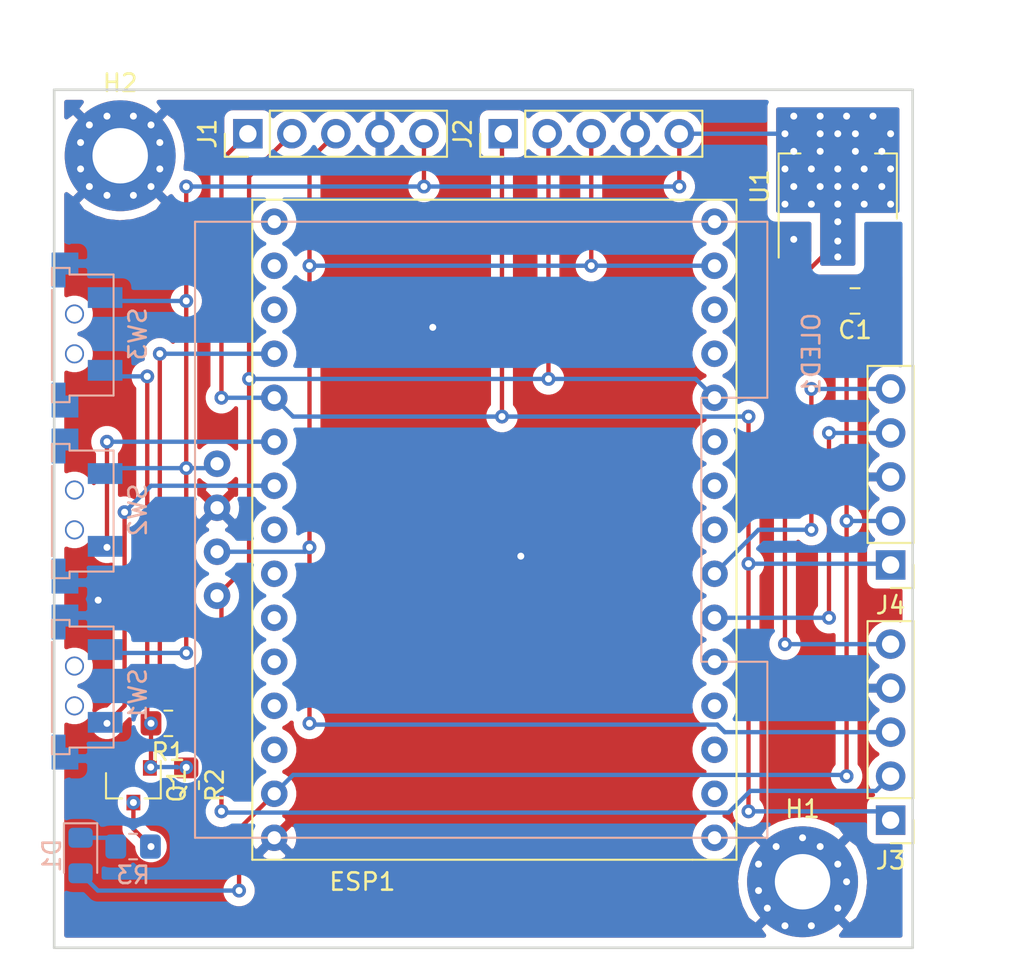
<source format=kicad_pcb>
(kicad_pcb (version 20171130) (host pcbnew "(5.1.8)-1")

  (general
    (thickness 1.6)
    (drawings 7)
    (tracks 237)
    (zones 0)
    (modules 18)
    (nets 35)
  )

  (page A4)
  (layers
    (0 F.Cu signal)
    (31 B.Cu signal)
    (32 B.Adhes user)
    (33 F.Adhes user)
    (34 B.Paste user)
    (35 F.Paste user)
    (36 B.SilkS user)
    (37 F.SilkS user)
    (38 B.Mask user)
    (39 F.Mask user)
    (40 Dwgs.User user)
    (41 Cmts.User user)
    (42 Eco1.User user)
    (43 Eco2.User user)
    (44 Edge.Cuts user)
    (45 Margin user)
    (46 B.CrtYd user)
    (47 F.CrtYd user)
    (48 B.Fab user)
    (49 F.Fab user)
  )

  (setup
    (last_trace_width 0.25)
    (trace_clearance 0.2)
    (zone_clearance 0.508)
    (zone_45_only no)
    (trace_min 0.2)
    (via_size 0.8)
    (via_drill 0.4)
    (via_min_size 0.4)
    (via_min_drill 0.3)
    (uvia_size 0.3)
    (uvia_drill 0.1)
    (uvias_allowed no)
    (uvia_min_size 0.2)
    (uvia_min_drill 0.1)
    (edge_width 0.1)
    (segment_width 0.2)
    (pcb_text_width 0.3)
    (pcb_text_size 1.5 1.5)
    (mod_edge_width 0.15)
    (mod_text_size 1 1)
    (mod_text_width 0.15)
    (pad_size 2 3.8)
    (pad_drill 0)
    (pad_to_mask_clearance 0)
    (aux_axis_origin 0 0)
    (visible_elements 7FFFFFFF)
    (pcbplotparams
      (layerselection 0x010fc_ffffffff)
      (usegerberextensions false)
      (usegerberattributes true)
      (usegerberadvancedattributes true)
      (creategerberjobfile true)
      (excludeedgelayer true)
      (linewidth 0.100000)
      (plotframeref false)
      (viasonmask false)
      (mode 1)
      (useauxorigin false)
      (hpglpennumber 1)
      (hpglpenspeed 20)
      (hpglpendiameter 15.000000)
      (psnegative false)
      (psa4output false)
      (plotreference true)
      (plotvalue true)
      (plotinvisibletext false)
      (padsonsilk false)
      (subtractmaskfromsilk false)
      (outputformat 1)
      (mirror false)
      (drillshape 1)
      (scaleselection 1)
      (outputdirectory ""))
  )

  (net 0 "")
  (net 1 VIN)
  (net 2 GND)
  (net 3 "Net-(D1-Pad1)")
  (net 4 GPIO_33)
  (net 5 GPIO_32)
  (net 6 INT)
  (net 7 GPIO_34)
  (net 8 U2_RX)
  (net 9 U2_TX)
  (net 10 SDA)
  (net 11 SCL)
  (net 12 3V3)
  (net 13 "Net-(Q1-Pad1)")
  (net 14 "Net-(Q1-Pad3)")
  (net 15 "Net-(ESP1-Pad20)")
  (net 16 "Net-(ESP1-Pad18)")
  (net 17 "Net-(ESP1-Pad17)")
  (net 18 "Net-(ESP1-Pad16)")
  (net 19 "Net-(ESP1-Pad15)")
  (net 20 "Net-(ESP1-Pad14)")
  (net 21 "Net-(ESP1-Pad8)")
  (net 22 "Net-(ESP1-Pad5)")
  (net 23 "Net-(ESP1-Pad4)")
  (net 24 "Net-(ESP1-Pad3)")
  (net 25 "Net-(ESP1-Pad21)")
  (net 26 "Net-(ESP1-Pad22)")
  (net 27 "Net-(ESP1-Pad24)")
  (net 28 "Net-(ESP1-Pad34)")
  (net 29 "Net-(ESP1-Pad35)")
  (net 30 "Net-(ESP1-Pad38)")
  (net 31 "Net-(ESP1-Pad40)")
  (net 32 "Net-(ESP1-Pad41)")
  (net 33 "Net-(ESP1-Pad9)")
  (net 34 "Net-(ESP1-Pad36)")

  (net_class Default "This is the default net class."
    (clearance 0.2)
    (trace_width 0.25)
    (via_dia 0.8)
    (via_drill 0.4)
    (uvia_dia 0.3)
    (uvia_drill 0.1)
    (add_net 3V3)
    (add_net GND)
    (add_net GPIO_32)
    (add_net GPIO_33)
    (add_net GPIO_34)
    (add_net INT)
    (add_net "Net-(D1-Pad1)")
    (add_net "Net-(ESP1-Pad14)")
    (add_net "Net-(ESP1-Pad15)")
    (add_net "Net-(ESP1-Pad16)")
    (add_net "Net-(ESP1-Pad17)")
    (add_net "Net-(ESP1-Pad18)")
    (add_net "Net-(ESP1-Pad20)")
    (add_net "Net-(ESP1-Pad21)")
    (add_net "Net-(ESP1-Pad22)")
    (add_net "Net-(ESP1-Pad24)")
    (add_net "Net-(ESP1-Pad3)")
    (add_net "Net-(ESP1-Pad34)")
    (add_net "Net-(ESP1-Pad35)")
    (add_net "Net-(ESP1-Pad36)")
    (add_net "Net-(ESP1-Pad38)")
    (add_net "Net-(ESP1-Pad4)")
    (add_net "Net-(ESP1-Pad40)")
    (add_net "Net-(ESP1-Pad41)")
    (add_net "Net-(ESP1-Pad5)")
    (add_net "Net-(ESP1-Pad8)")
    (add_net "Net-(ESP1-Pad9)")
    (add_net "Net-(Q1-Pad1)")
    (add_net "Net-(Q1-Pad3)")
    (add_net SCL)
    (add_net SDA)
    (add_net U2_RX)
    (add_net U2_TX)
    (add_net VIN)
  )

  (module Package_TO_SOT_SMD:SOT-223-3_TabPin2 (layer F.Cu) (tedit 6010534D) (tstamp 60103FB4)
    (at 172.212 66.548 90)
    (descr "module CMS SOT223 4 pins")
    (tags "CMS SOT")
    (path /60070624)
    (zone_connect 2)
    (attr smd)
    (fp_text reference U1 (at 0 -4.5 90) (layer F.SilkS)
      (effects (font (size 1 1) (thickness 0.15)))
    )
    (fp_text value AMS1117-3.3 (at 0 4.5 90) (layer F.Fab)
      (effects (font (size 1 1) (thickness 0.15)))
    )
    (fp_line (start 1.85 -3.35) (end 1.85 3.35) (layer F.Fab) (width 0.1))
    (fp_line (start -1.85 3.35) (end 1.85 3.35) (layer F.Fab) (width 0.1))
    (fp_line (start -4.1 -3.41) (end 1.91 -3.41) (layer F.SilkS) (width 0.12))
    (fp_line (start -0.85 -3.35) (end 1.85 -3.35) (layer F.Fab) (width 0.1))
    (fp_line (start -1.85 3.41) (end 1.91 3.41) (layer F.SilkS) (width 0.12))
    (fp_line (start -1.85 -2.35) (end -1.85 3.35) (layer F.Fab) (width 0.1))
    (fp_line (start -1.85 -2.35) (end -0.85 -3.35) (layer F.Fab) (width 0.1))
    (fp_line (start -4.4 -3.6) (end -4.4 3.6) (layer F.CrtYd) (width 0.05))
    (fp_line (start -4.4 3.6) (end 4.4 3.6) (layer F.CrtYd) (width 0.05))
    (fp_line (start 4.4 3.6) (end 4.4 -3.6) (layer F.CrtYd) (width 0.05))
    (fp_line (start 4.4 -3.6) (end -4.4 -3.6) (layer F.CrtYd) (width 0.05))
    (fp_line (start 1.91 -3.41) (end 1.91 -2.15) (layer F.SilkS) (width 0.12))
    (fp_line (start 1.91 3.41) (end 1.91 2.15) (layer F.SilkS) (width 0.12))
    (fp_text user %R (at 0 0) (layer F.Fab)
      (effects (font (size 0.8 0.8) (thickness 0.12)))
    )
    (pad 2 smd rect (at 3.15 0 90) (size 2 3.8) (layers F.Cu F.Paste F.Mask)
      (net 12 3V3) (zone_connect 2))
    (pad 2 smd rect (at -3.15 0 90) (size 2 1.5) (layers F.Cu F.Paste F.Mask)
      (net 12 3V3) (zone_connect 2))
    (pad 3 smd rect (at -3.15 2.3 90) (size 2 1.5) (layers F.Cu F.Paste F.Mask)
      (net 1 VIN) (zone_connect 2))
    (pad 1 smd rect (at -3.15 -2.3 90) (size 2 1.5) (layers F.Cu F.Paste F.Mask)
      (net 2 GND) (zone_connect 2))
    (model ${KISYS3DMOD}/Package_TO_SOT_SMD.3dshapes/SOT-223.wrl
      (at (xyz 0 0 0))
      (scale (xyz 1 1 1))
      (rotate (xyz 0 0 0))
    )
  )

  (module Connector_PinHeader_2.54mm:PinHeader_1x05_P2.54mm_Vertical (layer F.Cu) (tedit 59FED5CC) (tstamp 60107E1B)
    (at 175.26 88.392 180)
    (descr "Through hole straight pin header, 1x05, 2.54mm pitch, single row")
    (tags "Through hole pin header THT 1x05 2.54mm single row")
    (path /6009AB56)
    (fp_text reference J4 (at 0 -2.33) (layer F.SilkS)
      (effects (font (size 1 1) (thickness 0.15)))
    )
    (fp_text value Conn_01x05_Male (at 0 12.49) (layer F.Fab)
      (effects (font (size 1 1) (thickness 0.15)))
    )
    (fp_line (start -0.635 -1.27) (end 1.27 -1.27) (layer F.Fab) (width 0.1))
    (fp_line (start 1.27 -1.27) (end 1.27 11.43) (layer F.Fab) (width 0.1))
    (fp_line (start 1.27 11.43) (end -1.27 11.43) (layer F.Fab) (width 0.1))
    (fp_line (start -1.27 11.43) (end -1.27 -0.635) (layer F.Fab) (width 0.1))
    (fp_line (start -1.27 -0.635) (end -0.635 -1.27) (layer F.Fab) (width 0.1))
    (fp_line (start -1.33 11.49) (end 1.33 11.49) (layer F.SilkS) (width 0.12))
    (fp_line (start -1.33 1.27) (end -1.33 11.49) (layer F.SilkS) (width 0.12))
    (fp_line (start 1.33 1.27) (end 1.33 11.49) (layer F.SilkS) (width 0.12))
    (fp_line (start -1.33 1.27) (end 1.33 1.27) (layer F.SilkS) (width 0.12))
    (fp_line (start -1.33 0) (end -1.33 -1.33) (layer F.SilkS) (width 0.12))
    (fp_line (start -1.33 -1.33) (end 0 -1.33) (layer F.SilkS) (width 0.12))
    (fp_line (start -1.8 -1.8) (end -1.8 11.95) (layer F.CrtYd) (width 0.05))
    (fp_line (start -1.8 11.95) (end 1.8 11.95) (layer F.CrtYd) (width 0.05))
    (fp_line (start 1.8 11.95) (end 1.8 -1.8) (layer F.CrtYd) (width 0.05))
    (fp_line (start 1.8 -1.8) (end -1.8 -1.8) (layer F.CrtYd) (width 0.05))
    (fp_text user %R (at 0 5.08 90) (layer F.Fab)
      (effects (font (size 1 1) (thickness 0.15)))
    )
    (pad 5 thru_hole oval (at 0 10.16 180) (size 1.7 1.7) (drill 1) (layers *.Cu *.Mask)
      (net 9 U2_TX))
    (pad 4 thru_hole oval (at 0 7.62 180) (size 1.7 1.7) (drill 1) (layers *.Cu *.Mask)
      (net 8 U2_RX))
    (pad 3 thru_hole oval (at 0 5.08 180) (size 1.7 1.7) (drill 1) (layers *.Cu *.Mask)
      (net 2 GND))
    (pad 2 thru_hole oval (at 0 2.54 180) (size 1.7 1.7) (drill 1) (layers *.Cu *.Mask)
      (net 1 VIN))
    (pad 1 thru_hole rect (at 0 0 180) (size 1.7 1.7) (drill 1) (layers *.Cu *.Mask)
      (net 6 INT))
    (model ${KISYS3DMOD}/Connector_PinHeader_2.54mm.3dshapes/PinHeader_1x05_P2.54mm_Vertical.wrl
      (at (xyz 0 0 0))
      (scale (xyz 1 1 1))
      (rotate (xyz 0 0 0))
    )
  )

  (module Connector_PinHeader_2.54mm:PinHeader_1x05_P2.54mm_Vertical (layer F.Cu) (tedit 59FED5CC) (tstamp 60103F2C)
    (at 152.908 63.5 90)
    (descr "Through hole straight pin header, 1x05, 2.54mm pitch, single row")
    (tags "Through hole pin header THT 1x05 2.54mm single row")
    (path /6013A61F)
    (fp_text reference J2 (at 0 -2.33 90) (layer F.SilkS)
      (effects (font (size 1 1) (thickness 0.15)))
    )
    (fp_text value Conn_01x05_Female (at 0 12.49 90) (layer F.Fab)
      (effects (font (size 1 1) (thickness 0.15)))
    )
    (fp_line (start -0.635 -1.27) (end 1.27 -1.27) (layer F.Fab) (width 0.1))
    (fp_line (start 1.27 -1.27) (end 1.27 11.43) (layer F.Fab) (width 0.1))
    (fp_line (start 1.27 11.43) (end -1.27 11.43) (layer F.Fab) (width 0.1))
    (fp_line (start -1.27 11.43) (end -1.27 -0.635) (layer F.Fab) (width 0.1))
    (fp_line (start -1.27 -0.635) (end -0.635 -1.27) (layer F.Fab) (width 0.1))
    (fp_line (start -1.33 11.49) (end 1.33 11.49) (layer F.SilkS) (width 0.12))
    (fp_line (start -1.33 1.27) (end -1.33 11.49) (layer F.SilkS) (width 0.12))
    (fp_line (start 1.33 1.27) (end 1.33 11.49) (layer F.SilkS) (width 0.12))
    (fp_line (start -1.33 1.27) (end 1.33 1.27) (layer F.SilkS) (width 0.12))
    (fp_line (start -1.33 0) (end -1.33 -1.33) (layer F.SilkS) (width 0.12))
    (fp_line (start -1.33 -1.33) (end 0 -1.33) (layer F.SilkS) (width 0.12))
    (fp_line (start -1.8 -1.8) (end -1.8 11.95) (layer F.CrtYd) (width 0.05))
    (fp_line (start -1.8 11.95) (end 1.8 11.95) (layer F.CrtYd) (width 0.05))
    (fp_line (start 1.8 11.95) (end 1.8 -1.8) (layer F.CrtYd) (width 0.05))
    (fp_line (start 1.8 -1.8) (end -1.8 -1.8) (layer F.CrtYd) (width 0.05))
    (fp_text user %R (at 0 5.08) (layer F.Fab)
      (effects (font (size 1 1) (thickness 0.15)))
    )
    (pad 5 thru_hole oval (at 0 10.16 90) (size 1.7 1.7) (drill 1) (layers *.Cu *.Mask)
      (net 12 3V3))
    (pad 4 thru_hole oval (at 0 7.62 90) (size 1.7 1.7) (drill 1) (layers *.Cu *.Mask)
      (net 2 GND))
    (pad 3 thru_hole oval (at 0 5.08 90) (size 1.7 1.7) (drill 1) (layers *.Cu *.Mask)
      (net 11 SCL))
    (pad 2 thru_hole oval (at 0 2.54 90) (size 1.7 1.7) (drill 1) (layers *.Cu *.Mask)
      (net 10 SDA))
    (pad 1 thru_hole rect (at 0 0 90) (size 1.7 1.7) (drill 1) (layers *.Cu *.Mask)
      (net 6 INT))
    (model ${KISYS3DMOD}/Connector_PinHeader_2.54mm.3dshapes/PinHeader_1x05_P2.54mm_Vertical.wrl
      (at (xyz 0 0 0))
      (scale (xyz 1 1 1))
      (rotate (xyz 0 0 0))
    )
  )

  (module Connector_PinHeader_2.54mm:PinHeader_1x05_P2.54mm_Vertical (layer F.Cu) (tedit 59FED5CC) (tstamp 60103F14)
    (at 138.176 63.5 90)
    (descr "Through hole straight pin header, 1x05, 2.54mm pitch, single row")
    (tags "Through hole pin header THT 1x05 2.54mm single row")
    (path /6013B4C5)
    (fp_text reference J1 (at 0 -2.33 90) (layer F.SilkS)
      (effects (font (size 1 1) (thickness 0.15)))
    )
    (fp_text value Conn_01x05_Female (at 0 12.49 90) (layer F.Fab)
      (effects (font (size 1 1) (thickness 0.15)))
    )
    (fp_line (start -0.635 -1.27) (end 1.27 -1.27) (layer F.Fab) (width 0.1))
    (fp_line (start 1.27 -1.27) (end 1.27 11.43) (layer F.Fab) (width 0.1))
    (fp_line (start 1.27 11.43) (end -1.27 11.43) (layer F.Fab) (width 0.1))
    (fp_line (start -1.27 11.43) (end -1.27 -0.635) (layer F.Fab) (width 0.1))
    (fp_line (start -1.27 -0.635) (end -0.635 -1.27) (layer F.Fab) (width 0.1))
    (fp_line (start -1.33 11.49) (end 1.33 11.49) (layer F.SilkS) (width 0.12))
    (fp_line (start -1.33 1.27) (end -1.33 11.49) (layer F.SilkS) (width 0.12))
    (fp_line (start 1.33 1.27) (end 1.33 11.49) (layer F.SilkS) (width 0.12))
    (fp_line (start -1.33 1.27) (end 1.33 1.27) (layer F.SilkS) (width 0.12))
    (fp_line (start -1.33 0) (end -1.33 -1.33) (layer F.SilkS) (width 0.12))
    (fp_line (start -1.33 -1.33) (end 0 -1.33) (layer F.SilkS) (width 0.12))
    (fp_line (start -1.8 -1.8) (end -1.8 11.95) (layer F.CrtYd) (width 0.05))
    (fp_line (start -1.8 11.95) (end 1.8 11.95) (layer F.CrtYd) (width 0.05))
    (fp_line (start 1.8 11.95) (end 1.8 -1.8) (layer F.CrtYd) (width 0.05))
    (fp_line (start 1.8 -1.8) (end -1.8 -1.8) (layer F.CrtYd) (width 0.05))
    (fp_text user %R (at 0 5.08) (layer F.Fab)
      (effects (font (size 1 1) (thickness 0.15)))
    )
    (pad 5 thru_hole oval (at 0 10.16 90) (size 1.7 1.7) (drill 1) (layers *.Cu *.Mask)
      (net 12 3V3))
    (pad 4 thru_hole oval (at 0 7.62 90) (size 1.7 1.7) (drill 1) (layers *.Cu *.Mask)
      (net 2 GND))
    (pad 3 thru_hole oval (at 0 5.08 90) (size 1.7 1.7) (drill 1) (layers *.Cu *.Mask)
      (net 11 SCL))
    (pad 2 thru_hole oval (at 0 2.54 90) (size 1.7 1.7) (drill 1) (layers *.Cu *.Mask)
      (net 10 SDA))
    (pad 1 thru_hole rect (at 0 0 90) (size 1.7 1.7) (drill 1) (layers *.Cu *.Mask)
      (net 6 INT))
    (model ${KISYS3DMOD}/Connector_PinHeader_2.54mm.3dshapes/PinHeader_1x05_P2.54mm_Vertical.wrl
      (at (xyz 0 0 0))
      (scale (xyz 1 1 1))
      (rotate (xyz 0 0 0))
    )
  )

  (module pcb-v5:G71Y_µsw_smd (layer B.Cu) (tedit 5B7E9DA3) (tstamp 601053F2)
    (at 126.873 75.184 270)
    (path /60095C5E)
    (fp_text reference SW3 (at -0.127 -4.953 90) (layer B.SilkS)
      (effects (font (size 1 1) (thickness 0.15)) (justify mirror))
    )
    (fp_text value G71Y (at -0.127 1.905 270) (layer B.Fab)
      (effects (font (size 1 1) (thickness 0.15)) (justify mirror))
    )
    (fp_line (start 2.794 0) (end 3.81 0) (layer B.SilkS) (width 0.12))
    (fp_line (start -3.937 0) (end -2.921 0) (layer B.SilkS) (width 0.12))
    (fp_line (start -3.937 -1.016) (end -3.937 0) (layer B.SilkS) (width 0.12))
    (fp_line (start -3.556 -1.016) (end -3.937 -1.016) (layer B.SilkS) (width 0.12))
    (fp_line (start -3.556 -3.556) (end -3.556 -1.016) (layer B.SilkS) (width 0.12))
    (fp_line (start 3.429 -3.556) (end -3.556 -3.556) (layer B.SilkS) (width 0.12))
    (fp_line (start 3.429 -1.016) (end 3.429 -3.556) (layer B.SilkS) (width 0.12))
    (fp_line (start 3.81 -1.016) (end 3.429 -1.016) (layer B.SilkS) (width 0.12))
    (fp_line (start 3.81 0) (end 3.81 -1.016) (layer B.SilkS) (width 0.12))
    (fp_line (start -2.667 0) (end 2.54 0) (layer B.SilkS) (width 0.12))
    (fp_text user "PCB edge" (at -0.127 0.508 270) (layer Cmts.User)
      (effects (font (size 0.6 0.6) (thickness 0.05)))
    )
    (pad "" np_thru_hole circle (at 1.023 -1.3 270) (size 1.1 1.1) (drill 0.9) (layers *.Cu *.Mask))
    (pad "" np_thru_hole circle (at -1.277 -1.3 270) (size 1.1 1.1) (drill 0.9) (layers *.Cu *.Mask))
    (pad 2 smd rect (at 1.973 -2.667 270) (size 1.2 2) (drill (offset 0 -0.4)) (layers B.Cu B.Paste B.Mask)
      (net 13 "Net-(Q1-Pad1)"))
    (pad 1 smd rect (at -2.227 -2.667 270) (size 1.2 2) (drill (offset 0 -0.4)) (layers B.Cu B.Paste B.Mask)
      (net 12 3V3))
    (pad 3 smd rect (at 4.064 -0.762 270) (size 1.27 1.524) (layers B.Cu B.Paste B.Mask)
      (net 2 GND))
    (pad 3 smd rect (at 3.683 -0.381 270) (size 2 0.8) (layers B.Cu B.Paste B.Mask)
      (net 2 GND))
    (pad 3 smd rect (at -4.191 -0.762 270) (size 1.27 1.524) (layers B.Cu B.Paste B.Mask)
      (net 2 GND))
    (pad 3 smd rect (at -3.81 -0.381 270) (size 2 0.8) (layers B.Cu B.Paste B.Mask)
      (net 2 GND))
  )

  (module pcb-v5:G71Y_µsw_smd (layer B.Cu) (tedit 5B7E9DA3) (tstamp 601053DB)
    (at 126.873 85.344 270)
    (path /60134600)
    (fp_text reference SW2 (at -0.127 -4.953 90) (layer B.SilkS)
      (effects (font (size 1 1) (thickness 0.15)) (justify mirror))
    )
    (fp_text value G71Y (at -0.127 1.905 270) (layer B.Fab)
      (effects (font (size 1 1) (thickness 0.15)) (justify mirror))
    )
    (fp_line (start 2.794 0) (end 3.81 0) (layer B.SilkS) (width 0.12))
    (fp_line (start -3.937 0) (end -2.921 0) (layer B.SilkS) (width 0.12))
    (fp_line (start -3.937 -1.016) (end -3.937 0) (layer B.SilkS) (width 0.12))
    (fp_line (start -3.556 -1.016) (end -3.937 -1.016) (layer B.SilkS) (width 0.12))
    (fp_line (start -3.556 -3.556) (end -3.556 -1.016) (layer B.SilkS) (width 0.12))
    (fp_line (start 3.429 -3.556) (end -3.556 -3.556) (layer B.SilkS) (width 0.12))
    (fp_line (start 3.429 -1.016) (end 3.429 -3.556) (layer B.SilkS) (width 0.12))
    (fp_line (start 3.81 -1.016) (end 3.429 -1.016) (layer B.SilkS) (width 0.12))
    (fp_line (start 3.81 0) (end 3.81 -1.016) (layer B.SilkS) (width 0.12))
    (fp_line (start -2.667 0) (end 2.54 0) (layer B.SilkS) (width 0.12))
    (fp_text user "PCB edge" (at -0.127 0.508 270) (layer Cmts.User)
      (effects (font (size 0.6 0.6) (thickness 0.05)))
    )
    (pad "" np_thru_hole circle (at 1.023 -1.3 270) (size 1.1 1.1) (drill 0.9) (layers *.Cu *.Mask))
    (pad "" np_thru_hole circle (at -1.277 -1.3 270) (size 1.1 1.1) (drill 0.9) (layers *.Cu *.Mask))
    (pad 2 smd rect (at 1.973 -2.667 270) (size 1.2 2) (drill (offset 0 -0.4)) (layers B.Cu B.Paste B.Mask)
      (net 5 GPIO_32))
    (pad 1 smd rect (at -2.227 -2.667 270) (size 1.2 2) (drill (offset 0 -0.4)) (layers B.Cu B.Paste B.Mask)
      (net 12 3V3))
    (pad 3 smd rect (at 4.064 -0.762 270) (size 1.27 1.524) (layers B.Cu B.Paste B.Mask)
      (net 2 GND))
    (pad 3 smd rect (at 3.683 -0.381 270) (size 2 0.8) (layers B.Cu B.Paste B.Mask)
      (net 2 GND))
    (pad 3 smd rect (at -4.191 -0.762 270) (size 1.27 1.524) (layers B.Cu B.Paste B.Mask)
      (net 2 GND))
    (pad 3 smd rect (at -3.81 -0.381 270) (size 2 0.8) (layers B.Cu B.Paste B.Mask)
      (net 2 GND))
  )

  (module pcb-v5:G71Y_µsw_smd (layer B.Cu) (tedit 5B7E9DA3) (tstamp 601053C4)
    (at 126.873 95.504 270)
    (path /6013A964)
    (fp_text reference SW1 (at 0.381 -4.953 90) (layer B.SilkS)
      (effects (font (size 1 1) (thickness 0.15)) (justify mirror))
    )
    (fp_text value G71Y (at 0 1.905 270) (layer B.Fab)
      (effects (font (size 1 1) (thickness 0.15)) (justify mirror))
    )
    (fp_line (start 2.794 0) (end 3.81 0) (layer B.SilkS) (width 0.12))
    (fp_line (start -3.937 0) (end -2.921 0) (layer B.SilkS) (width 0.12))
    (fp_line (start -3.937 -1.016) (end -3.937 0) (layer B.SilkS) (width 0.12))
    (fp_line (start -3.556 -1.016) (end -3.937 -1.016) (layer B.SilkS) (width 0.12))
    (fp_line (start -3.556 -3.556) (end -3.556 -1.016) (layer B.SilkS) (width 0.12))
    (fp_line (start 3.429 -3.556) (end -3.556 -3.556) (layer B.SilkS) (width 0.12))
    (fp_line (start 3.429 -1.016) (end 3.429 -3.556) (layer B.SilkS) (width 0.12))
    (fp_line (start 3.81 -1.016) (end 3.429 -1.016) (layer B.SilkS) (width 0.12))
    (fp_line (start 3.81 0) (end 3.81 -1.016) (layer B.SilkS) (width 0.12))
    (fp_line (start -2.667 0) (end 2.54 0) (layer B.SilkS) (width 0.12))
    (fp_text user "PCB edge" (at -0.127 0.508 270) (layer Cmts.User)
      (effects (font (size 0.6 0.6) (thickness 0.05)))
    )
    (pad "" np_thru_hole circle (at 1.023 -1.3 270) (size 1.1 1.1) (drill 0.9) (layers *.Cu *.Mask))
    (pad "" np_thru_hole circle (at -1.277 -1.3 270) (size 1.1 1.1) (drill 0.9) (layers *.Cu *.Mask))
    (pad 2 smd rect (at 1.973 -2.667 270) (size 1.2 2) (drill (offset 0 -0.4)) (layers B.Cu B.Paste B.Mask)
      (net 4 GPIO_33))
    (pad 1 smd rect (at -2.227 -2.667 270) (size 1.2 2) (drill (offset 0 -0.4)) (layers B.Cu B.Paste B.Mask)
      (net 12 3V3))
    (pad 3 smd rect (at 4.064 -0.762 270) (size 1.27 1.524) (layers B.Cu B.Paste B.Mask)
      (net 2 GND))
    (pad 3 smd rect (at 3.683 -0.381 270) (size 2 0.8) (layers B.Cu B.Paste B.Mask)
      (net 2 GND))
    (pad 3 smd rect (at -4.191 -0.762 270) (size 1.27 1.524) (layers B.Cu B.Paste B.Mask)
      (net 2 GND))
    (pad 3 smd rect (at -3.81 -0.381 270) (size 2 0.8) (layers B.Cu B.Paste B.Mask)
      (net 2 GND))
  )

  (module Capacitor_SMD:C_0805_2012Metric_Pad1.18x1.45mm_HandSolder (layer F.Cu) (tedit 5F68FEEF) (tstamp 601042D2)
    (at 173.2065 73.152 180)
    (descr "Capacitor SMD 0805 (2012 Metric), square (rectangular) end terminal, IPC_7351 nominal with elongated pad for handsoldering. (Body size source: IPC-SM-782 page 76, https://www.pcb-3d.com/wordpress/wp-content/uploads/ipc-sm-782a_amendment_1_and_2.pdf, https://docs.google.com/spreadsheets/d/1BsfQQcO9C6DZCsRaXUlFlo91Tg2WpOkGARC1WS5S8t0/edit?usp=sharing), generated with kicad-footprint-generator")
    (tags "capacitor handsolder")
    (path /60099A48)
    (attr smd)
    (fp_text reference C1 (at 0 -1.68) (layer F.SilkS)
      (effects (font (size 1 1) (thickness 0.15)))
    )
    (fp_text value 10µF (at 0 1.68) (layer F.Fab)
      (effects (font (size 1 1) (thickness 0.15)))
    )
    (fp_line (start 1.88 0.98) (end -1.88 0.98) (layer F.CrtYd) (width 0.05))
    (fp_line (start 1.88 -0.98) (end 1.88 0.98) (layer F.CrtYd) (width 0.05))
    (fp_line (start -1.88 -0.98) (end 1.88 -0.98) (layer F.CrtYd) (width 0.05))
    (fp_line (start -1.88 0.98) (end -1.88 -0.98) (layer F.CrtYd) (width 0.05))
    (fp_line (start -0.261252 0.735) (end 0.261252 0.735) (layer F.SilkS) (width 0.12))
    (fp_line (start -0.261252 -0.735) (end 0.261252 -0.735) (layer F.SilkS) (width 0.12))
    (fp_line (start 1 0.625) (end -1 0.625) (layer F.Fab) (width 0.1))
    (fp_line (start 1 -0.625) (end 1 0.625) (layer F.Fab) (width 0.1))
    (fp_line (start -1 -0.625) (end 1 -0.625) (layer F.Fab) (width 0.1))
    (fp_line (start -1 0.625) (end -1 -0.625) (layer F.Fab) (width 0.1))
    (fp_text user %R (at 0 0) (layer F.Fab)
      (effects (font (size 0.5 0.5) (thickness 0.08)))
    )
    (pad 1 smd roundrect (at -1.0375 0 180) (size 1.175 1.45) (layers F.Cu F.Paste F.Mask) (roundrect_rratio 0.212766)
      (net 1 VIN))
    (pad 2 smd roundrect (at 1.0375 0 180) (size 1.175 1.45) (layers F.Cu F.Paste F.Mask) (roundrect_rratio 0.212766)
      (net 2 GND))
    (model ${KISYS3DMOD}/Capacitor_SMD.3dshapes/C_0805_2012Metric.wrl
      (at (xyz 0 0 0))
      (scale (xyz 1 1 1))
      (rotate (xyz 0 0 0))
    )
  )

  (module LED_SMD:LED_0805_2012Metric_Pad1.15x1.40mm_HandSolder (layer B.Cu) (tedit 5F68FEF1) (tstamp 60103EC4)
    (at 128.524 105.165 270)
    (descr "LED SMD 0805 (2012 Metric), square (rectangular) end terminal, IPC_7351 nominal, (Body size source: https://docs.google.com/spreadsheets/d/1BsfQQcO9C6DZCsRaXUlFlo91Tg2WpOkGARC1WS5S8t0/edit?usp=sharing), generated with kicad-footprint-generator")
    (tags "LED handsolder")
    (path /6009ECC5)
    (attr smd)
    (fp_text reference D1 (at 0 1.65 270) (layer B.SilkS)
      (effects (font (size 1 1) (thickness 0.15)) (justify mirror))
    )
    (fp_text value LED (at 0 -1.65 270) (layer B.Fab)
      (effects (font (size 1 1) (thickness 0.15)) (justify mirror))
    )
    (fp_line (start 1.85 -0.95) (end -1.85 -0.95) (layer B.CrtYd) (width 0.05))
    (fp_line (start 1.85 0.95) (end 1.85 -0.95) (layer B.CrtYd) (width 0.05))
    (fp_line (start -1.85 0.95) (end 1.85 0.95) (layer B.CrtYd) (width 0.05))
    (fp_line (start -1.85 -0.95) (end -1.85 0.95) (layer B.CrtYd) (width 0.05))
    (fp_line (start -1.86 -0.96) (end 1 -0.96) (layer B.SilkS) (width 0.12))
    (fp_line (start -1.86 0.96) (end -1.86 -0.96) (layer B.SilkS) (width 0.12))
    (fp_line (start 1 0.96) (end -1.86 0.96) (layer B.SilkS) (width 0.12))
    (fp_line (start 1 -0.6) (end 1 0.6) (layer B.Fab) (width 0.1))
    (fp_line (start -1 -0.6) (end 1 -0.6) (layer B.Fab) (width 0.1))
    (fp_line (start -1 0.3) (end -1 -0.6) (layer B.Fab) (width 0.1))
    (fp_line (start -0.7 0.6) (end -1 0.3) (layer B.Fab) (width 0.1))
    (fp_line (start 1 0.6) (end -0.7 0.6) (layer B.Fab) (width 0.1))
    (fp_text user %R (at 0 0 270) (layer B.Fab)
      (effects (font (size 0.5 0.5) (thickness 0.08)) (justify mirror))
    )
    (pad 1 smd roundrect (at -1.025 0 270) (size 1.15 1.4) (layers B.Cu B.Paste B.Mask) (roundrect_rratio 0.217391)
      (net 3 "Net-(D1-Pad1)"))
    (pad 2 smd roundrect (at 1.025 0 270) (size 1.15 1.4) (layers B.Cu B.Paste B.Mask) (roundrect_rratio 0.217391)
      (net 1 VIN))
    (model ${KISYS3DMOD}/LED_SMD.3dshapes/LED_0805_2012Metric.wrl
      (at (xyz 0 0 0))
      (scale (xyz 1 1 1))
      (rotate (xyz 0 0 0))
    )
  )

  (module pcb-v5:ESP32_30_pins (layer F.Cu) (tedit 600FDA93) (tstamp 60103EEC)
    (at 139.7 104.14)
    (path /6006D219)
    (fp_text reference ESP1 (at 5.08 2.54) (layer F.SilkS)
      (effects (font (size 1 1) (thickness 0.15)))
    )
    (fp_text value ESP32 (at 10.16 2.54) (layer F.Fab)
      (effects (font (size 1 1) (thickness 0.15)))
    )
    (fp_line (start 24.13 1.27) (end 26.67 1.27) (layer F.SilkS) (width 0.12))
    (fp_line (start 26.67 -36.83) (end 24.13 -36.83) (layer F.SilkS) (width 0.12))
    (fp_line (start -1.27 -36.83) (end -1.27 1.27) (layer F.SilkS) (width 0.12))
    (fp_line (start 24.13 -36.83) (end -1.27 -36.83) (layer F.SilkS) (width 0.12))
    (fp_line (start 26.67 1.27) (end 26.67 -36.83) (layer F.SilkS) (width 0.12))
    (fp_line (start -1.27 1.27) (end 24.13 1.27) (layer F.SilkS) (width 0.12))
    (pad 1 thru_hole circle (at 0 0) (size 1.524 1.524) (drill 0.762) (layers *.Cu *.Mask)
      (net 2 GND))
    (pad 2 thru_hole circle (at 0 -2.54) (size 1.524 1.524) (drill 0.762) (layers *.Cu *.Mask)
      (net 1 VIN))
    (pad 20 thru_hole circle (at 0 -5.08) (size 1.524 1.524) (drill 0.762) (layers *.Cu *.Mask)
      (net 15 "Net-(ESP1-Pad20)"))
    (pad 18 thru_hole circle (at 0 -7.62) (size 1.524 1.524) (drill 0.762) (layers *.Cu *.Mask)
      (net 16 "Net-(ESP1-Pad18)"))
    (pad 17 thru_hole circle (at 0 -10.16) (size 1.524 1.524) (drill 0.762) (layers *.Cu *.Mask)
      (net 17 "Net-(ESP1-Pad17)"))
    (pad 16 thru_hole circle (at 0 -12.7) (size 1.524 1.524) (drill 0.762) (layers *.Cu *.Mask)
      (net 18 "Net-(ESP1-Pad16)"))
    (pad 15 thru_hole circle (at 0 -15.24) (size 1.524 1.524) (drill 0.762) (layers *.Cu *.Mask)
      (net 19 "Net-(ESP1-Pad15)"))
    (pad 14 thru_hole circle (at 0 -17.78) (size 1.524 1.524) (drill 0.762) (layers *.Cu *.Mask)
      (net 20 "Net-(ESP1-Pad14)"))
    (pad 13 thru_hole circle (at 0 -20.32) (size 1.524 1.524) (drill 0.762) (layers *.Cu *.Mask)
      (net 4 GPIO_33))
    (pad 12 thru_hole circle (at 0 -22.86) (size 1.524 1.524) (drill 0.762) (layers *.Cu *.Mask)
      (net 5 GPIO_32))
    (pad 11 thru_hole circle (at 0 -25.4) (size 1.524 1.524) (drill 0.762) (layers *.Cu *.Mask)
      (net 6 INT))
    (pad 10 thru_hole circle (at 0 -27.94) (size 1.524 1.524) (drill 0.762) (layers *.Cu *.Mask)
      (net 7 GPIO_34))
    (pad 8 thru_hole circle (at 0 -30.48) (size 1.524 1.524) (drill 0.762) (layers *.Cu *.Mask)
      (net 21 "Net-(ESP1-Pad8)"))
    (pad 5 thru_hole circle (at 0 -33.02) (size 1.524 1.524) (drill 0.762) (layers *.Cu *.Mask)
      (net 22 "Net-(ESP1-Pad5)"))
    (pad 4 thru_hole circle (at 25.4 0) (size 1.524 1.524) (drill 0.762) (layers *.Cu *.Mask)
      (net 23 "Net-(ESP1-Pad4)"))
    (pad 3 thru_hole circle (at 25.4 -2.54) (size 1.524 1.524) (drill 0.762) (layers *.Cu *.Mask)
      (net 24 "Net-(ESP1-Pad3)"))
    (pad 21 thru_hole circle (at 25.4 -5.08) (size 1.524 1.524) (drill 0.762) (layers *.Cu *.Mask)
      (net 25 "Net-(ESP1-Pad21)"))
    (pad 22 thru_hole circle (at 25.4 -7.62) (size 1.524 1.524) (drill 0.762) (layers *.Cu *.Mask)
      (net 26 "Net-(ESP1-Pad22)"))
    (pad 24 thru_hole circle (at 25.4 -10.16) (size 1.524 1.524) (drill 0.762) (layers *.Cu *.Mask)
      (net 27 "Net-(ESP1-Pad24)"))
    (pad 25 thru_hole circle (at 25.4 -12.7) (size 1.524 1.524) (drill 0.762) (layers *.Cu *.Mask)
      (net 8 U2_RX))
    (pad 27 thru_hole circle (at 25.4 -15.24) (size 1.524 1.524) (drill 0.762) (layers *.Cu *.Mask)
      (net 9 U2_TX))
    (pad 34 thru_hole circle (at 25.4 -17.78) (size 1.524 1.524) (drill 0.762) (layers *.Cu *.Mask)
      (net 28 "Net-(ESP1-Pad34)"))
    (pad 35 thru_hole circle (at 25.4 -20.32) (size 1.524 1.524) (drill 0.762) (layers *.Cu *.Mask)
      (net 29 "Net-(ESP1-Pad35)"))
    (pad 38 thru_hole circle (at 25.4 -22.86) (size 1.524 1.524) (drill 0.762) (layers *.Cu *.Mask)
      (net 30 "Net-(ESP1-Pad38)"))
    (pad 42 thru_hole circle (at 25.4 -25.4) (size 1.524 1.524) (drill 0.762) (layers *.Cu *.Mask)
      (net 10 SDA))
    (pad 40 thru_hole circle (at 25.4 -27.94) (size 1.524 1.524) (drill 0.762) (layers *.Cu *.Mask)
      (net 31 "Net-(ESP1-Pad40)"))
    (pad 41 thru_hole circle (at 25.4 -30.48) (size 1.524 1.524) (drill 0.762) (layers *.Cu *.Mask)
      (net 32 "Net-(ESP1-Pad41)"))
    (pad 39 thru_hole circle (at 25.4 -33.02) (size 1.524 1.524) (drill 0.762) (layers *.Cu *.Mask)
      (net 11 SCL))
    (pad 9 thru_hole circle (at 0 -35.56) (size 1.524 1.524) (drill 0.762) (layers *.Cu *.Mask)
      (net 33 "Net-(ESP1-Pad9)"))
    (pad 36 thru_hole circle (at 25.4 -35.56) (size 1.524 1.524) (drill 0.762) (layers *.Cu *.Mask)
      (net 34 "Net-(ESP1-Pad36)"))
  )

  (module MountingHole:MountingHole_3.2mm_M3_Pad (layer F.Cu) (tedit 56D1B4CB) (tstamp 60103EF4)
    (at 170.18 106.68)
    (descr "Mounting Hole 3.2mm, M3")
    (tags "mounting hole 3.2mm m3")
    (path /600954C5)
    (attr virtual)
    (fp_text reference H1 (at 0 -4.2) (layer F.SilkS)
      (effects (font (size 1 1) (thickness 0.15)))
    )
    (fp_text value MountingHole_Pad (at 0 4.2) (layer F.Fab)
      (effects (font (size 1 1) (thickness 0.15)))
    )
    (fp_circle (center 0 0) (end 3.45 0) (layer F.CrtYd) (width 0.05))
    (fp_circle (center 0 0) (end 3.2 0) (layer Cmts.User) (width 0.15))
    (fp_text user %R (at 0.3 0) (layer F.Fab)
      (effects (font (size 1 1) (thickness 0.15)))
    )
    (pad 1 thru_hole circle (at 0 0) (size 6.4 6.4) (drill 3.2) (layers *.Cu *.Mask)
      (net 2 GND))
  )

  (module MountingHole:MountingHole_3.2mm_M3_Pad (layer F.Cu) (tedit 56D1B4CB) (tstamp 60112225)
    (at 130.81 64.77)
    (descr "Mounting Hole 3.2mm, M3")
    (tags "mounting hole 3.2mm m3")
    (path /60096B04)
    (attr virtual)
    (fp_text reference H2 (at 0 -4.2) (layer F.SilkS)
      (effects (font (size 1 1) (thickness 0.15)))
    )
    (fp_text value MountingHole_Pad (at 0 4.2) (layer F.Fab)
      (effects (font (size 1 1) (thickness 0.15)))
    )
    (fp_circle (center 0 0) (end 3.2 0) (layer Cmts.User) (width 0.15))
    (fp_circle (center 0 0) (end 3.45 0) (layer F.CrtYd) (width 0.05))
    (fp_text user %R (at 0.3 0) (layer F.Fab)
      (effects (font (size 1 1) (thickness 0.15)))
    )
    (pad 1 thru_hole circle (at 0 0) (size 6.4 6.4) (drill 3.2) (layers *.Cu *.Mask)
      (net 2 GND))
  )

  (module Connector_PinHeader_2.54mm:PinHeader_1x05_P2.54mm_Vertical (layer F.Cu) (tedit 59FED5CC) (tstamp 60103F45)
    (at 175.26 103.124 180)
    (descr "Through hole straight pin header, 1x05, 2.54mm pitch, single row")
    (tags "Through hole pin header THT 1x05 2.54mm single row")
    (path /601342BC)
    (fp_text reference J3 (at 0 -2.33) (layer F.SilkS)
      (effects (font (size 1 1) (thickness 0.15)))
    )
    (fp_text value Conn_01x05_Female (at 0 12.49) (layer F.Fab)
      (effects (font (size 1 1) (thickness 0.15)))
    )
    (fp_line (start 1.8 -1.8) (end -1.8 -1.8) (layer F.CrtYd) (width 0.05))
    (fp_line (start 1.8 11.95) (end 1.8 -1.8) (layer F.CrtYd) (width 0.05))
    (fp_line (start -1.8 11.95) (end 1.8 11.95) (layer F.CrtYd) (width 0.05))
    (fp_line (start -1.8 -1.8) (end -1.8 11.95) (layer F.CrtYd) (width 0.05))
    (fp_line (start -1.33 -1.33) (end 0 -1.33) (layer F.SilkS) (width 0.12))
    (fp_line (start -1.33 0) (end -1.33 -1.33) (layer F.SilkS) (width 0.12))
    (fp_line (start -1.33 1.27) (end 1.33 1.27) (layer F.SilkS) (width 0.12))
    (fp_line (start 1.33 1.27) (end 1.33 11.49) (layer F.SilkS) (width 0.12))
    (fp_line (start -1.33 1.27) (end -1.33 11.49) (layer F.SilkS) (width 0.12))
    (fp_line (start -1.33 11.49) (end 1.33 11.49) (layer F.SilkS) (width 0.12))
    (fp_line (start -1.27 -0.635) (end -0.635 -1.27) (layer F.Fab) (width 0.1))
    (fp_line (start -1.27 11.43) (end -1.27 -0.635) (layer F.Fab) (width 0.1))
    (fp_line (start 1.27 11.43) (end -1.27 11.43) (layer F.Fab) (width 0.1))
    (fp_line (start 1.27 -1.27) (end 1.27 11.43) (layer F.Fab) (width 0.1))
    (fp_line (start -0.635 -1.27) (end 1.27 -1.27) (layer F.Fab) (width 0.1))
    (fp_text user %R (at 0 5.08 90) (layer F.Fab)
      (effects (font (size 1 1) (thickness 0.15)))
    )
    (pad 1 thru_hole rect (at 0 0 180) (size 1.7 1.7) (drill 1) (layers *.Cu *.Mask)
      (net 6 INT))
    (pad 2 thru_hole oval (at 0 2.54 180) (size 1.7 1.7) (drill 1) (layers *.Cu *.Mask)
      (net 10 SDA))
    (pad 3 thru_hole oval (at 0 5.08 180) (size 1.7 1.7) (drill 1) (layers *.Cu *.Mask)
      (net 11 SCL))
    (pad 4 thru_hole oval (at 0 7.62 180) (size 1.7 1.7) (drill 1) (layers *.Cu *.Mask)
      (net 2 GND))
    (pad 5 thru_hole oval (at 0 10.16 180) (size 1.7 1.7) (drill 1) (layers *.Cu *.Mask)
      (net 12 3V3))
    (model ${KISYS3DMOD}/Connector_PinHeader_2.54mm.3dshapes/PinHeader_1x05_P2.54mm_Vertical.wrl
      (at (xyz 0 0 0))
      (scale (xyz 1 1 1))
      (rotate (xyz 0 0 0))
    )
  )

  (module pcb-v5:OLED_1.3 (layer B.Cu) (tedit 600804CF) (tstamp 60103F56)
    (at 168.148 68.58 270)
    (path /6007180F)
    (fp_text reference OLED1 (at 7.62 -2.54 270) (layer B.SilkS)
      (effects (font (size 1 1) (thickness 0.15)) (justify mirror))
    )
    (fp_text value OLED_1.3" (at 16.51 -2.54 270) (layer B.Fab)
      (effects (font (size 1 1) (thickness 0.15)) (justify mirror))
    )
    (fp_line (start 0 0) (end 0 33.02) (layer B.SilkS) (width 0.12))
    (fp_line (start 10.16 0) (end 0 0) (layer B.SilkS) (width 0.12))
    (fp_line (start 10.16 3.81) (end 10.16 0) (layer B.SilkS) (width 0.12))
    (fp_line (start 25.4 3.81) (end 10.16 3.81) (layer B.SilkS) (width 0.12))
    (fp_line (start 25.4 2.54) (end 25.4 3.81) (layer B.SilkS) (width 0.12))
    (fp_line (start 25.4 0) (end 25.4 2.54) (layer B.SilkS) (width 0.12))
    (fp_line (start 35.56 0) (end 25.4 0) (layer B.SilkS) (width 0.12))
    (fp_line (start 35.56 33.02) (end 35.56 0) (layer B.SilkS) (width 0.12))
    (fp_line (start 0 33.02) (end 35.56 33.02) (layer B.SilkS) (width 0.12))
    (pad 1 thru_hole circle (at 13.97 31.75 270) (size 1.524 1.524) (drill 0.762) (layers *.Cu *.Mask)
      (net 12 3V3))
    (pad 2 thru_hole circle (at 16.51 31.75 270) (size 1.524 1.524) (drill 0.762) (layers *.Cu *.Mask)
      (net 2 GND))
    (pad 3 thru_hole circle (at 19.05 31.75 270) (size 1.524 1.524) (drill 0.762) (layers *.Cu *.Mask)
      (net 11 SCL))
    (pad 4 thru_hole circle (at 21.59 31.75 270) (size 1.524 1.524) (drill 0.762) (layers *.Cu *.Mask)
      (net 10 SDA))
  )

  (module Package_TO_SOT_SMD:SOT-23 (layer F.Cu) (tedit 5A02FF57) (tstamp 6010EAE0)
    (at 131.572 101.108 270)
    (descr "SOT-23, Standard")
    (tags SOT-23)
    (path /600FF270)
    (attr smd)
    (fp_text reference Q1 (at 0 -2.5 90) (layer F.SilkS)
      (effects (font (size 1 1) (thickness 0.15)))
    )
    (fp_text value 2N7002 (at 0 2.5 90) (layer F.Fab)
      (effects (font (size 1 1) (thickness 0.15)))
    )
    (fp_line (start 0.76 1.58) (end -0.7 1.58) (layer F.SilkS) (width 0.12))
    (fp_line (start 0.76 -1.58) (end -1.4 -1.58) (layer F.SilkS) (width 0.12))
    (fp_line (start -1.7 1.75) (end -1.7 -1.75) (layer F.CrtYd) (width 0.05))
    (fp_line (start 1.7 1.75) (end -1.7 1.75) (layer F.CrtYd) (width 0.05))
    (fp_line (start 1.7 -1.75) (end 1.7 1.75) (layer F.CrtYd) (width 0.05))
    (fp_line (start -1.7 -1.75) (end 1.7 -1.75) (layer F.CrtYd) (width 0.05))
    (fp_line (start 0.76 -1.58) (end 0.76 -0.65) (layer F.SilkS) (width 0.12))
    (fp_line (start 0.76 1.58) (end 0.76 0.65) (layer F.SilkS) (width 0.12))
    (fp_line (start -0.7 1.52) (end 0.7 1.52) (layer F.Fab) (width 0.1))
    (fp_line (start 0.7 -1.52) (end 0.7 1.52) (layer F.Fab) (width 0.1))
    (fp_line (start -0.7 -0.95) (end -0.15 -1.52) (layer F.Fab) (width 0.1))
    (fp_line (start -0.15 -1.52) (end 0.7 -1.52) (layer F.Fab) (width 0.1))
    (fp_line (start -0.7 -0.95) (end -0.7 1.5) (layer F.Fab) (width 0.1))
    (fp_text user %R (at 0 0) (layer F.Fab)
      (effects (font (size 0.5 0.5) (thickness 0.075)))
    )
    (pad 1 smd rect (at -1 -0.95 270) (size 0.9 0.8) (layers F.Cu F.Paste F.Mask)
      (net 13 "Net-(Q1-Pad1)"))
    (pad 2 smd rect (at -1 0.95 270) (size 0.9 0.8) (layers F.Cu F.Paste F.Mask)
      (net 2 GND))
    (pad 3 smd rect (at 1 0 270) (size 0.9 0.8) (layers F.Cu F.Paste F.Mask)
      (net 14 "Net-(Q1-Pad3)"))
    (model ${KISYS3DMOD}/Package_TO_SOT_SMD.3dshapes/SOT-23.wrl
      (at (xyz 0 0 0))
      (scale (xyz 1 1 1))
      (rotate (xyz 0 0 0))
    )
  )

  (module Resistor_SMD:R_0805_2012Metric_Pad1.20x1.40mm_HandSolder (layer F.Cu) (tedit 5F68FEEE) (tstamp 60103F7C)
    (at 133.588 97.536 180)
    (descr "Resistor SMD 0805 (2012 Metric), square (rectangular) end terminal, IPC_7351 nominal with elongated pad for handsoldering. (Body size source: IPC-SM-782 page 72, https://www.pcb-3d.com/wordpress/wp-content/uploads/ipc-sm-782a_amendment_1_and_2.pdf), generated with kicad-footprint-generator")
    (tags "resistor handsolder")
    (path /6012D894)
    (attr smd)
    (fp_text reference R1 (at 0 -1.65) (layer F.SilkS)
      (effects (font (size 1 1) (thickness 0.15)))
    )
    (fp_text value 470 (at 0 1.65) (layer F.Fab)
      (effects (font (size 1 1) (thickness 0.15)))
    )
    (fp_line (start -1 0.625) (end -1 -0.625) (layer F.Fab) (width 0.1))
    (fp_line (start -1 -0.625) (end 1 -0.625) (layer F.Fab) (width 0.1))
    (fp_line (start 1 -0.625) (end 1 0.625) (layer F.Fab) (width 0.1))
    (fp_line (start 1 0.625) (end -1 0.625) (layer F.Fab) (width 0.1))
    (fp_line (start -0.227064 -0.735) (end 0.227064 -0.735) (layer F.SilkS) (width 0.12))
    (fp_line (start -0.227064 0.735) (end 0.227064 0.735) (layer F.SilkS) (width 0.12))
    (fp_line (start -1.85 0.95) (end -1.85 -0.95) (layer F.CrtYd) (width 0.05))
    (fp_line (start -1.85 -0.95) (end 1.85 -0.95) (layer F.CrtYd) (width 0.05))
    (fp_line (start 1.85 -0.95) (end 1.85 0.95) (layer F.CrtYd) (width 0.05))
    (fp_line (start 1.85 0.95) (end -1.85 0.95) (layer F.CrtYd) (width 0.05))
    (fp_text user %R (at 0 0) (layer F.Fab)
      (effects (font (size 0.5 0.5) (thickness 0.08)))
    )
    (pad 2 smd roundrect (at 1 0 180) (size 1.2 1.4) (layers F.Cu F.Paste F.Mask) (roundrect_rratio 0.208333)
      (net 13 "Net-(Q1-Pad1)"))
    (pad 1 smd roundrect (at -1 0 180) (size 1.2 1.4) (layers F.Cu F.Paste F.Mask) (roundrect_rratio 0.208333)
      (net 7 GPIO_34))
    (model ${KISYS3DMOD}/Resistor_SMD.3dshapes/R_0805_2012Metric.wrl
      (at (xyz 0 0 0))
      (scale (xyz 1 1 1))
      (rotate (xyz 0 0 0))
    )
  )

  (module Resistor_SMD:R_0805_2012Metric_Pad1.20x1.40mm_HandSolder (layer F.Cu) (tedit 5F68FEEE) (tstamp 6010EA16)
    (at 134.62 101.108 270)
    (descr "Resistor SMD 0805 (2012 Metric), square (rectangular) end terminal, IPC_7351 nominal with elongated pad for handsoldering. (Body size source: IPC-SM-782 page 72, https://www.pcb-3d.com/wordpress/wp-content/uploads/ipc-sm-782a_amendment_1_and_2.pdf), generated with kicad-footprint-generator")
    (tags "resistor handsolder")
    (path /6010D04F)
    (attr smd)
    (fp_text reference R2 (at 0 -1.65 90) (layer F.SilkS)
      (effects (font (size 1 1) (thickness 0.15)))
    )
    (fp_text value 15k (at 0 1.65 90) (layer F.Fab)
      (effects (font (size 1 1) (thickness 0.15)))
    )
    (fp_line (start 1.85 0.95) (end -1.85 0.95) (layer F.CrtYd) (width 0.05))
    (fp_line (start 1.85 -0.95) (end 1.85 0.95) (layer F.CrtYd) (width 0.05))
    (fp_line (start -1.85 -0.95) (end 1.85 -0.95) (layer F.CrtYd) (width 0.05))
    (fp_line (start -1.85 0.95) (end -1.85 -0.95) (layer F.CrtYd) (width 0.05))
    (fp_line (start -0.227064 0.735) (end 0.227064 0.735) (layer F.SilkS) (width 0.12))
    (fp_line (start -0.227064 -0.735) (end 0.227064 -0.735) (layer F.SilkS) (width 0.12))
    (fp_line (start 1 0.625) (end -1 0.625) (layer F.Fab) (width 0.1))
    (fp_line (start 1 -0.625) (end 1 0.625) (layer F.Fab) (width 0.1))
    (fp_line (start -1 -0.625) (end 1 -0.625) (layer F.Fab) (width 0.1))
    (fp_line (start -1 0.625) (end -1 -0.625) (layer F.Fab) (width 0.1))
    (fp_text user %R (at 0 0 90) (layer F.Fab)
      (effects (font (size 0.5 0.5) (thickness 0.08)))
    )
    (pad 1 smd roundrect (at -1 0 270) (size 1.2 1.4) (layers F.Cu F.Paste F.Mask) (roundrect_rratio 0.208333)
      (net 13 "Net-(Q1-Pad1)"))
    (pad 2 smd roundrect (at 1 0 270) (size 1.2 1.4) (layers F.Cu F.Paste F.Mask) (roundrect_rratio 0.208333)
      (net 2 GND))
    (model ${KISYS3DMOD}/Resistor_SMD.3dshapes/R_0805_2012Metric.wrl
      (at (xyz 0 0 0))
      (scale (xyz 1 1 1))
      (rotate (xyz 0 0 0))
    )
  )

  (module Resistor_SMD:R_0805_2012Metric_Pad1.20x1.40mm_HandSolder (layer B.Cu) (tedit 5F68FEEE) (tstamp 60103F9E)
    (at 131.556 104.648)
    (descr "Resistor SMD 0805 (2012 Metric), square (rectangular) end terminal, IPC_7351 nominal with elongated pad for handsoldering. (Body size source: IPC-SM-782 page 72, https://www.pcb-3d.com/wordpress/wp-content/uploads/ipc-sm-782a_amendment_1_and_2.pdf), generated with kicad-footprint-generator")
    (tags "resistor handsolder")
    (path /600FD74A)
    (attr smd)
    (fp_text reference R3 (at 0 1.65 180) (layer B.SilkS)
      (effects (font (size 1 1) (thickness 0.15)) (justify mirror))
    )
    (fp_text value 68 (at 0 -1.65 180) (layer B.Fab)
      (effects (font (size 1 1) (thickness 0.15)) (justify mirror))
    )
    (fp_line (start 1.85 -0.95) (end -1.85 -0.95) (layer B.CrtYd) (width 0.05))
    (fp_line (start 1.85 0.95) (end 1.85 -0.95) (layer B.CrtYd) (width 0.05))
    (fp_line (start -1.85 0.95) (end 1.85 0.95) (layer B.CrtYd) (width 0.05))
    (fp_line (start -1.85 -0.95) (end -1.85 0.95) (layer B.CrtYd) (width 0.05))
    (fp_line (start -0.227064 -0.735) (end 0.227064 -0.735) (layer B.SilkS) (width 0.12))
    (fp_line (start -0.227064 0.735) (end 0.227064 0.735) (layer B.SilkS) (width 0.12))
    (fp_line (start 1 -0.625) (end -1 -0.625) (layer B.Fab) (width 0.1))
    (fp_line (start 1 0.625) (end 1 -0.625) (layer B.Fab) (width 0.1))
    (fp_line (start -1 0.625) (end 1 0.625) (layer B.Fab) (width 0.1))
    (fp_line (start -1 -0.625) (end -1 0.625) (layer B.Fab) (width 0.1))
    (fp_text user %R (at 0 0 180) (layer B.Fab)
      (effects (font (size 0.5 0.5) (thickness 0.08)) (justify mirror))
    )
    (pad 1 smd roundrect (at -1 0) (size 1.2 1.4) (layers B.Cu B.Paste B.Mask) (roundrect_rratio 0.208333)
      (net 3 "Net-(D1-Pad1)"))
    (pad 2 smd roundrect (at 1 0) (size 1.2 1.4) (layers B.Cu B.Paste B.Mask) (roundrect_rratio 0.208333)
      (net 14 "Net-(Q1-Pad3)"))
    (model ${KISYS3DMOD}/Resistor_SMD.3dshapes/R_0805_2012Metric.wrl
      (at (xyz 0 0 0))
      (scale (xyz 1 1 1))
      (rotate (xyz 0 0 0))
    )
  )

  (gr_circle (center 130.81 64.77) (end 133.223 64.77) (layer B.Paste) (width 1.6))
  (gr_poly (pts (xy 175.768 68.072) (xy 173.228 68.072) (xy 173.228 71.12) (xy 171.196 71.12) (xy 171.196 68.072) (xy 168.656 68.072) (xy 168.656 61.976) (xy 175.768 61.976)) (layer B.Paste) (width 0.1))
  (gr_poly (pts (xy 175.768 68.072) (xy 173.228 68.072) (xy 173.228 71.12) (xy 171.196 71.12) (xy 171.196 68.072) (xy 168.656 68.072) (xy 168.656 61.976) (xy 175.768 61.976)) (layer B.Mask) (width 0.1))
  (gr_line (start 176.53 60.96) (end 127 60.96) (layer Edge.Cuts) (width 0.15) (tstamp 601041C5))
  (gr_line (start 176.53 110.49) (end 176.53 60.96) (layer Edge.Cuts) (width 0.15))
  (gr_line (start 176.53 110.49) (end 127 110.49) (layer Edge.Cuts) (width 0.15) (tstamp 60105C90))
  (gr_line (start 127 110.49) (end 127 60.96) (layer Edge.Cuts) (width 0.15))

  (segment (start 128.524 106.19) (end 129.522 107.188) (width 0.25) (layer B.Cu) (net 1))
  (segment (start 129.522 107.188) (end 137.668 107.188) (width 0.25) (layer B.Cu) (net 1))
  (segment (start 137.668 107.188) (end 137.668 107.188) (width 0.25) (layer B.Cu) (net 1) (tstamp 60106C66))
  (via (at 137.668 107.188) (size 0.8) (drill 0.4) (layers F.Cu B.Cu) (net 1))
  (segment (start 137.668 103.632) (end 139.7 101.6) (width 0.25) (layer F.Cu) (net 1))
  (segment (start 137.668 107.188) (end 137.668 103.632) (width 0.25) (layer F.Cu) (net 1))
  (segment (start 174.512 72.884) (end 174.244 73.152) (width 0.25) (layer F.Cu) (net 1))
  (segment (start 174.512 69.698) (end 174.512 72.884) (width 0.25) (layer F.Cu) (net 1))
  (segment (start 140.787001 100.512999) (end 172.648999 100.512999) (width 0.25) (layer B.Cu) (net 1))
  (segment (start 139.7 101.6) (end 140.787001 100.512999) (width 0.25) (layer B.Cu) (net 1))
  (segment (start 172.648999 100.512999) (end 172.648999 100.512999) (width 0.25) (layer B.Cu) (net 1))
  (segment (start 172.648999 100.512999) (end 172.72 100.584) (width 0.25) (layer B.Cu) (net 1) (tstamp 6010DFFF))
  (segment (start 172.72 100.584) (end 172.72 100.584) (width 0.25) (layer B.Cu) (net 1) (tstamp 6010E611))
  (via (at 172.72 100.584) (size 0.8) (drill 0.4) (layers F.Cu B.Cu) (net 1))
  (segment (start 172.72 74.676) (end 174.244 73.152) (width 0.25) (layer F.Cu) (net 1))
  (segment (start 172.72 100.584) (end 172.72 85.852) (width 0.25) (layer F.Cu) (net 1))
  (segment (start 172.72 85.852) (end 172.72 74.676) (width 0.25) (layer F.Cu) (net 1) (tstamp 6010E627))
  (via (at 172.72 85.852) (size 0.8) (drill 0.4) (layers F.Cu B.Cu) (net 1))
  (segment (start 172.72 85.852) (end 175.26 85.852) (width 0.25) (layer B.Cu) (net 1))
  (via (at 132.588 66.548) (size 0.8) (drill 0.4) (layers F.Cu B.Cu) (net 2))
  (via (at 129.032 66.548) (size 0.8) (drill 0.4) (layers F.Cu B.Cu) (net 2))
  (via (at 129.032 62.992) (size 0.8) (drill 0.4) (layers F.Cu B.Cu) (net 2))
  (via (at 132.588 62.992) (size 0.8) (drill 0.4) (layers F.Cu B.Cu) (net 2))
  (via (at 131.572 67.056) (size 0.8) (drill 0.4) (layers F.Cu B.Cu) (net 2))
  (via (at 130.048 67.056) (size 0.8) (drill 0.4) (layers F.Cu B.Cu) (net 2))
  (via (at 128.524 65.532) (size 0.8) (drill 0.4) (layers F.Cu B.Cu) (net 2))
  (via (at 128.524 64.008) (size 0.8) (drill 0.4) (layers F.Cu B.Cu) (net 2))
  (via (at 130.048 62.484) (size 0.8) (drill 0.4) (layers F.Cu B.Cu) (net 2))
  (via (at 131.572 62.484) (size 0.8) (drill 0.4) (layers F.Cu B.Cu) (net 2))
  (via (at 133.096 64.008) (size 0.8) (drill 0.4) (layers F.Cu B.Cu) (net 2))
  (via (at 133.096 65.532) (size 0.8) (drill 0.4) (layers F.Cu B.Cu) (net 2))
  (via (at 169.672 69.596) (size 0.8) (drill 0.4) (layers F.Cu B.Cu) (net 2))
  (via (at 170.18 104.14) (size 0.8) (drill 0.4) (layers F.Cu B.Cu) (net 2) (tstamp 6010DC58))
  (via (at 171.196 104.648) (size 0.8) (drill 0.4) (layers F.Cu B.Cu) (net 2) (tstamp 6010DC73))
  (via (at 172.212 105.664) (size 0.8) (drill 0.4) (layers F.Cu B.Cu) (net 2) (tstamp 6010DC6A))
  (via (at 172.72 106.68) (size 0.8) (drill 0.4) (layers F.Cu B.Cu) (net 2) (tstamp 6010DC5E))
  (via (at 172.212 108.204) (size 0.8) (drill 0.4) (layers F.Cu B.Cu) (net 2) (tstamp 6010DC64))
  (via (at 170.688 109.22) (size 0.8) (drill 0.4) (layers F.Cu B.Cu) (net 2) (tstamp 6010DC61))
  (via (at 169.164 109.22) (size 0.8) (drill 0.4) (layers F.Cu B.Cu) (net 2) (tstamp 6010DC5B))
  (via (at 168.148 108.204) (size 0.8) (drill 0.4) (layers F.Cu B.Cu) (net 2) (tstamp 6010DC70))
  (via (at 167.64 107.188) (size 0.8) (drill 0.4) (layers F.Cu B.Cu) (net 2) (tstamp 6010DC76))
  (via (at 167.64 105.664) (size 0.8) (drill 0.4) (layers F.Cu B.Cu) (net 2) (tstamp 6010DC67))
  (via (at 168.656 104.648) (size 0.8) (drill 0.4) (layers F.Cu B.Cu) (net 2) (tstamp 6010DC6D))
  (via (at 153.924 87.884) (size 0.8) (drill 0.4) (layers F.Cu B.Cu) (net 2))
  (via (at 148.844 74.676) (size 0.8) (drill 0.4) (layers F.Cu B.Cu) (net 2))
  (via (at 129.54 90.424) (size 0.8) (drill 0.4) (layers F.Cu B.Cu) (net 2))
  (segment (start 130.048 104.14) (end 130.556 104.648) (width 0.25) (layer B.Cu) (net 3))
  (segment (start 128.524 104.14) (end 130.048 104.14) (width 0.25) (layer B.Cu) (net 3))
  (via (at 130.048 97.536) (size 0.8) (drill 0.4) (layers F.Cu B.Cu) (net 4))
  (segment (start 139.7 83.82) (end 132.588 83.82) (width 0.25) (layer B.Cu) (net 4))
  (segment (start 132.588 83.82) (end 131.064 85.344) (width 0.25) (layer B.Cu) (net 4))
  (segment (start 131.064 85.344) (end 131.064 85.344) (width 0.25) (layer B.Cu) (net 4) (tstamp 6010E7EA))
  (via (at 131.064 85.344) (size 0.8) (drill 0.4) (layers F.Cu B.Cu) (net 4))
  (segment (start 131.064 96.52) (end 130.048 97.536) (width 0.25) (layer F.Cu) (net 4))
  (segment (start 131.064 85.344) (end 131.064 96.52) (width 0.25) (layer F.Cu) (net 4))
  (via (at 130.048 87.376) (size 0.8) (drill 0.4) (layers F.Cu B.Cu) (net 5))
  (segment (start 130.048 87.376) (end 130.048 81.28) (width 0.25) (layer F.Cu) (net 5))
  (segment (start 130.048 81.28) (end 130.048 81.28) (width 0.25) (layer F.Cu) (net 5) (tstamp 6010E577))
  (via (at 130.048 81.28) (size 0.8) (drill 0.4) (layers F.Cu B.Cu) (net 5))
  (segment (start 130.048 81.28) (end 139.7 81.28) (width 0.25) (layer B.Cu) (net 5))
  (segment (start 140.787001 79.827001) (end 152.836999 79.827001) (width 0.25) (layer B.Cu) (net 6))
  (segment (start 139.7 78.74) (end 140.787001 79.827001) (width 0.25) (layer B.Cu) (net 6))
  (segment (start 152.836999 79.827001) (end 167.060999 79.827001) (width 0.25) (layer B.Cu) (net 6) (tstamp 6010DDB2))
  (via (at 152.836999 79.827001) (size 0.8) (drill 0.4) (layers F.Cu B.Cu) (net 6))
  (segment (start 152.836999 63.571001) (end 152.908 63.5) (width 0.25) (layer F.Cu) (net 6))
  (segment (start 152.836999 79.827001) (end 152.836999 63.571001) (width 0.25) (layer F.Cu) (net 6))
  (segment (start 167.060999 79.827001) (end 167.060999 79.827001) (width 0.25) (layer B.Cu) (net 6) (tstamp 6010DDD9))
  (via (at 167.060999 79.827001) (size 0.8) (drill 0.4) (layers F.Cu B.Cu) (net 6))
  (segment (start 167.060999 79.827001) (end 167.060999 88.320999) (width 0.25) (layer F.Cu) (net 6))
  (segment (start 167.060999 88.320999) (end 167.132 88.392) (width 0.25) (layer F.Cu) (net 6))
  (segment (start 167.060999 88.320999) (end 167.060999 88.320999) (width 0.25) (layer F.Cu) (net 6) (tstamp 6010DDE5))
  (via (at 167.060999 88.320999) (size 0.8) (drill 0.4) (layers F.Cu B.Cu) (net 6))
  (segment (start 175.188999 88.320999) (end 175.26 88.392) (width 0.25) (layer B.Cu) (net 6))
  (segment (start 167.060999 88.320999) (end 175.188999 88.320999) (width 0.25) (layer B.Cu) (net 6))
  (segment (start 167.060999 88.320999) (end 167.060999 101.528999) (width 0.25) (layer F.Cu) (net 6))
  (segment (start 167.060999 101.528999) (end 167.060999 101.528999) (width 0.25) (layer F.Cu) (net 6) (tstamp 6010DE2D))
  (via (at 167.060999 102.616) (size 0.8) (drill 0.4) (layers F.Cu B.Cu) (net 6))
  (segment (start 167.060999 101.528999) (end 167.060999 102.616) (width 0.25) (layer F.Cu) (net 6))
  (segment (start 174.752 102.616) (end 175.26 103.124) (width 0.25) (layer B.Cu) (net 6))
  (segment (start 167.132 102.616) (end 174.752 102.616) (width 0.25) (layer B.Cu) (net 6))
  (segment (start 139.7 78.74) (end 136.652 78.74) (width 0.25) (layer B.Cu) (net 6))
  (segment (start 136.652 78.74) (end 136.652 78.74) (width 0.25) (layer B.Cu) (net 6) (tstamp 6010E276))
  (via (at 136.652 78.74) (size 0.8) (drill 0.4) (layers F.Cu B.Cu) (net 6))
  (segment (start 136.652 65.024) (end 138.176 63.5) (width 0.25) (layer F.Cu) (net 6))
  (segment (start 136.652 78.74) (end 136.652 65.024) (width 0.25) (layer F.Cu) (net 6))
  (segment (start 134.588 97.536) (end 133.096 96.044) (width 0.25) (layer F.Cu) (net 7))
  (segment (start 133.096 96.044) (end 133.096 76.2) (width 0.25) (layer F.Cu) (net 7))
  (segment (start 133.096 76.2) (end 133.096 76.2) (width 0.25) (layer F.Cu) (net 7) (tstamp 6010E556))
  (via (at 133.096 76.2) (size 0.8) (drill 0.4) (layers F.Cu B.Cu) (net 7))
  (segment (start 133.096 76.2) (end 139.7 76.2) (width 0.25) (layer B.Cu) (net 7))
  (segment (start 165.1 91.44) (end 171.704 91.44) (width 0.25) (layer B.Cu) (net 8))
  (segment (start 171.704 91.44) (end 171.704 91.44) (width 0.25) (layer B.Cu) (net 8) (tstamp 6010DE45))
  (via (at 171.704 91.44) (size 0.8) (drill 0.4) (layers F.Cu B.Cu) (net 8))
  (segment (start 171.704 91.44) (end 171.704 80.772) (width 0.25) (layer F.Cu) (net 8))
  (segment (start 171.704 80.772) (end 171.704 80.772) (width 0.25) (layer F.Cu) (net 8) (tstamp 6010DE53))
  (via (at 171.704 80.772) (size 0.8) (drill 0.4) (layers F.Cu B.Cu) (net 8))
  (segment (start 171.704 80.772) (end 175.26 80.772) (width 0.25) (layer B.Cu) (net 8))
  (segment (start 165.1 88.9) (end 167.64 86.36) (width 0.25) (layer B.Cu) (net 9))
  (segment (start 167.64 86.36) (end 170.688 86.36) (width 0.25) (layer B.Cu) (net 9))
  (segment (start 170.688 86.36) (end 170.688 86.36) (width 0.25) (layer B.Cu) (net 9) (tstamp 6010DE43))
  (via (at 170.688 86.36) (size 0.8) (drill 0.4) (layers F.Cu B.Cu) (net 9))
  (segment (start 170.688 86.36) (end 170.688 78.232) (width 0.25) (layer F.Cu) (net 9))
  (segment (start 170.688 78.232) (end 170.688 78.232) (width 0.25) (layer F.Cu) (net 9) (tstamp 6010DE51))
  (via (at 170.688 78.232) (size 0.8) (drill 0.4) (layers F.Cu B.Cu) (net 9))
  (segment (start 170.688 78.232) (end 175.26 78.232) (width 0.25) (layer B.Cu) (net 9))
  (segment (start 164.012999 77.652999) (end 155.519001 77.652999) (width 0.25) (layer B.Cu) (net 10))
  (segment (start 165.1 78.74) (end 164.012999 77.652999) (width 0.25) (layer B.Cu) (net 10))
  (segment (start 138.247001 77.652999) (end 138.247001 77.652999) (width 0.25) (layer B.Cu) (net 10) (tstamp 6010DD5C))
  (via (at 138.247001 77.652999) (size 0.8) (drill 0.4) (layers F.Cu B.Cu) (net 10))
  (segment (start 138.247001 88.320999) (end 136.398 90.17) (width 0.25) (layer F.Cu) (net 10))
  (segment (start 138.247001 77.652999) (end 138.247001 88.320999) (width 0.25) (layer F.Cu) (net 10))
  (segment (start 138.247001 65.968999) (end 140.716 63.5) (width 0.25) (layer F.Cu) (net 10))
  (segment (start 138.247001 77.652999) (end 138.247001 65.968999) (width 0.25) (layer F.Cu) (net 10))
  (segment (start 155.519001 77.652999) (end 138.247001 77.652999) (width 0.25) (layer B.Cu) (net 10) (tstamp 6010DD92))
  (via (at 155.519001 77.652999) (size 0.8) (drill 0.4) (layers F.Cu B.Cu) (net 10))
  (segment (start 155.519001 63.571001) (end 155.448 63.5) (width 0.25) (layer F.Cu) (net 10))
  (segment (start 155.519001 77.652999) (end 155.519001 63.571001) (width 0.25) (layer F.Cu) (net 10))
  (segment (start 165.916996 102.687001) (end 136.723001 102.687001) (width 0.25) (layer B.Cu) (net 10))
  (segment (start 167.169998 101.433999) (end 165.916996 102.687001) (width 0.25) (layer B.Cu) (net 10))
  (segment (start 174.410001 101.433999) (end 167.169998 101.433999) (width 0.25) (layer B.Cu) (net 10))
  (segment (start 175.26 100.584) (end 174.410001 101.433999) (width 0.25) (layer B.Cu) (net 10))
  (segment (start 136.723001 102.687001) (end 136.652 102.616) (width 0.25) (layer B.Cu) (net 10))
  (segment (start 136.652 102.616) (end 136.652 102.616) (width 0.25) (layer B.Cu) (net 10) (tstamp 6010E0F1))
  (via (at 136.652 102.616) (size 0.8) (drill 0.4) (layers F.Cu B.Cu) (net 10))
  (segment (start 136.652 90.424) (end 136.398 90.17) (width 0.25) (layer F.Cu) (net 10))
  (segment (start 136.652 102.616) (end 136.652 90.424) (width 0.25) (layer F.Cu) (net 10))
  (segment (start 165.1 71.12) (end 157.988 71.12) (width 0.25) (layer B.Cu) (net 11))
  (segment (start 141.732 71.12) (end 141.732 71.12) (width 0.25) (layer B.Cu) (net 11) (tstamp 6010DD5A))
  (via (at 141.732 71.12) (size 0.8) (drill 0.4) (layers F.Cu B.Cu) (net 11))
  (segment (start 141.732 65.024) (end 143.256 63.5) (width 0.25) (layer F.Cu) (net 11))
  (segment (start 141.732 71.12) (end 141.732 65.024) (width 0.25) (layer F.Cu) (net 11))
  (segment (start 157.988 71.12) (end 141.732 71.12) (width 0.25) (layer B.Cu) (net 11) (tstamp 6010DD90))
  (via (at 157.988 71.12) (size 0.8) (drill 0.4) (layers F.Cu B.Cu) (net 11))
  (segment (start 157.988 71.12) (end 157.988 63.5) (width 0.25) (layer F.Cu) (net 11))
  (segment (start 141.732 71.12) (end 141.732 87.376) (width 0.25) (layer F.Cu) (net 11))
  (segment (start 141.732 87.376) (end 141.732 87.376) (width 0.25) (layer F.Cu) (net 11) (tstamp 6010E015))
  (via (at 141.732 87.376) (size 0.8) (drill 0.4) (layers F.Cu B.Cu) (net 11))
  (segment (start 141.478 87.63) (end 141.732 87.376) (width 0.25) (layer B.Cu) (net 11))
  (segment (start 136.398 87.63) (end 141.478 87.63) (width 0.25) (layer B.Cu) (net 11))
  (segment (start 165.255763 97.607001) (end 141.803001 97.607001) (width 0.25) (layer B.Cu) (net 11))
  (segment (start 165.692762 98.044) (end 165.255763 97.607001) (width 0.25) (layer B.Cu) (net 11))
  (segment (start 175.26 98.044) (end 165.692762 98.044) (width 0.25) (layer B.Cu) (net 11))
  (segment (start 141.803001 97.607001) (end 141.732 97.536) (width 0.25) (layer B.Cu) (net 11))
  (segment (start 141.732 97.536) (end 141.732 97.536) (width 0.25) (layer B.Cu) (net 11) (tstamp 6010E0EF))
  (via (at 141.732 97.536) (size 0.8) (drill 0.4) (layers F.Cu B.Cu) (net 11))
  (segment (start 141.732 97.536) (end 141.732 87.376) (width 0.25) (layer F.Cu) (net 11))
  (via (at 172.212 70.612) (size 0.8) (drill 0.4) (layers F.Cu B.Cu) (net 12))
  (via (at 171.196 62.484) (size 0.8) (drill 0.4) (layers F.Cu B.Cu) (net 12))
  (via (at 172.72 62.484) (size 0.8) (drill 0.4) (layers F.Cu B.Cu) (net 12))
  (via (at 171.196 63.5) (size 0.8) (drill 0.4) (layers F.Cu B.Cu) (net 12))
  (via (at 173.228 63.5) (size 0.8) (drill 0.4) (layers F.Cu B.Cu) (net 12))
  (segment (start 172.212 63.398) (end 172.212 63.5) (width 0.25) (layer F.Cu) (net 12))
  (segment (start 172.212 63.5) (end 172.212 64.516) (width 0.25) (layer F.Cu) (net 12) (tstamp 60107776))
  (via (at 172.212 63.5) (size 0.8) (drill 0.4) (layers F.Cu B.Cu) (net 12))
  (segment (start 172.212 65.532) (end 172.212 66.548) (width 0.25) (layer F.Cu) (net 12) (tstamp 6010777A))
  (via (at 172.212 65.532) (size 0.8) (drill 0.4) (layers F.Cu B.Cu) (net 12))
  (via (at 170.688 65.532) (size 0.8) (drill 0.4) (layers F.Cu B.Cu) (net 12))
  (via (at 169.164 65.532) (size 0.8) (drill 0.4) (layers F.Cu B.Cu) (net 12))
  (via (at 173.736 65.532) (size 0.8) (drill 0.4) (layers F.Cu B.Cu) (net 12))
  (via (at 175.26 65.532) (size 0.8) (drill 0.4) (layers F.Cu B.Cu) (net 12))
  (via (at 174.752 66.548) (size 0.8) (drill 0.4) (layers F.Cu B.Cu) (net 12))
  (via (at 173.228 66.548) (size 0.8) (drill 0.4) (layers F.Cu B.Cu) (net 12))
  (via (at 171.196 66.548) (size 0.8) (drill 0.4) (layers F.Cu B.Cu) (net 12))
  (via (at 169.672 66.548) (size 0.8) (drill 0.4) (layers F.Cu B.Cu) (net 12))
  (via (at 169.164 67.564) (size 0.8) (drill 0.4) (layers F.Cu B.Cu) (net 12))
  (via (at 170.688 67.564) (size 0.8) (drill 0.4) (layers F.Cu B.Cu) (net 12))
  (segment (start 172.212 67.564) (end 172.212 68.58) (width 0.25) (layer F.Cu) (net 12) (tstamp 6010777C))
  (via (at 172.212 67.564) (size 0.8) (drill 0.4) (layers F.Cu B.Cu) (net 12))
  (via (at 173.736 67.564) (size 0.8) (drill 0.4) (layers F.Cu B.Cu) (net 12))
  (via (at 175.26 67.564) (size 0.8) (drill 0.4) (layers F.Cu B.Cu) (net 12))
  (segment (start 172.212 66.548) (end 172.212 67.564) (width 0.25) (layer F.Cu) (net 12) (tstamp 6010777E))
  (via (at 172.212 66.548) (size 0.8) (drill 0.4) (layers F.Cu B.Cu) (net 12))
  (segment (start 172.212 69.698) (end 172.212 69.698) (width 0.25) (layer F.Cu) (net 12) (tstamp 60107780))
  (via (at 172.212 69.698) (size 0.8) (drill 0.4) (layers F.Cu B.Cu) (net 12))
  (segment (start 162.56 63.5) (end 169.164 63.5) (width 0.25) (layer B.Cu) (net 12))
  (segment (start 169.164 63.5) (end 169.164 63.5) (width 0.25) (layer B.Cu) (net 12))
  (segment (start 163.068 63.5) (end 163.068 66.548) (width 0.25) (layer F.Cu) (net 12))
  (segment (start 163.068 66.548) (end 163.068 66.548) (width 0.25) (layer F.Cu) (net 12) (tstamp 6010E28C))
  (via (at 163.068 66.548) (size 0.8) (drill 0.4) (layers F.Cu B.Cu) (net 12))
  (segment (start 163.068 66.548) (end 148.336 66.548) (width 0.25) (layer B.Cu) (net 12))
  (segment (start 148.336 66.548) (end 134.62 66.548) (width 0.25) (layer B.Cu) (net 12) (tstamp 6010E298))
  (via (at 148.336 66.548) (size 0.8) (drill 0.4) (layers F.Cu B.Cu) (net 12))
  (segment (start 134.62 66.548) (end 134.62 66.548) (width 0.25) (layer B.Cu) (net 12) (tstamp 6010E29A))
  (via (at 134.62 66.548) (size 0.8) (drill 0.4) (layers F.Cu B.Cu) (net 12))
  (segment (start 148.336 66.548) (end 148.336 63.5) (width 0.25) (layer F.Cu) (net 12))
  (segment (start 134.62 66.548) (end 134.62 73.152) (width 0.25) (layer F.Cu) (net 12))
  (segment (start 134.62 73.152) (end 134.62 73.152) (width 0.25) (layer F.Cu) (net 12) (tstamp 6010E2B0))
  (via (at 134.62 73.152) (size 0.8) (drill 0.4) (layers F.Cu B.Cu) (net 12))
  (segment (start 129.735 73.152) (end 129.54 72.957) (width 0.25) (layer B.Cu) (net 12))
  (segment (start 134.62 73.152) (end 129.735 73.152) (width 0.25) (layer B.Cu) (net 12))
  (segment (start 134.62 73.152) (end 134.62 82.804) (width 0.25) (layer F.Cu) (net 12))
  (segment (start 134.62 93.472) (end 134.62 93.472) (width 0.25) (layer F.Cu) (net 12) (tstamp 6010E2DA))
  (via (at 134.62 93.472) (size 0.8) (drill 0.4) (layers F.Cu B.Cu) (net 12))
  (segment (start 134.62 82.804) (end 134.62 93.472) (width 0.25) (layer F.Cu) (net 12) (tstamp 6010E2DC))
  (via (at 134.62 82.804) (size 0.8) (drill 0.4) (layers F.Cu B.Cu) (net 12))
  (segment (start 136.144 82.804) (end 136.398 82.55) (width 0.25) (layer B.Cu) (net 12))
  (segment (start 134.62 82.804) (end 136.144 82.804) (width 0.25) (layer B.Cu) (net 12))
  (segment (start 129.853 82.804) (end 129.54 83.117) (width 0.25) (layer B.Cu) (net 12))
  (segment (start 134.62 82.804) (end 129.853 82.804) (width 0.25) (layer B.Cu) (net 12))
  (segment (start 129.735 93.472) (end 129.54 93.277) (width 0.25) (layer B.Cu) (net 12))
  (segment (start 134.62 93.472) (end 129.735 93.472) (width 0.25) (layer B.Cu) (net 12))
  (segment (start 172.212 69.698) (end 169.164 72.746) (width 0.25) (layer F.Cu) (net 12))
  (segment (start 169.164 72.746) (end 169.164 92.964) (width 0.25) (layer F.Cu) (net 12))
  (segment (start 169.164 92.964) (end 169.164 92.964) (width 0.25) (layer F.Cu) (net 12) (tstamp 6010E5BE))
  (via (at 169.164 92.964) (size 0.8) (drill 0.4) (layers F.Cu B.Cu) (net 12))
  (segment (start 169.164 92.964) (end 175.26 92.964) (width 0.25) (layer B.Cu) (net 12))
  (segment (start 172.212 64.516) (end 172.212 65.532) (width 0.25) (layer F.Cu) (net 12) (tstamp 601122EC))
  (via (at 174.752 64.516) (size 0.8) (drill 0.4) (layers F.Cu B.Cu) (net 12))
  (via (at 173.228 64.516) (size 0.8) (drill 0.4) (layers F.Cu B.Cu) (net 12))
  (via (at 171.196 64.516) (size 0.8) (drill 0.4) (layers F.Cu B.Cu) (net 12))
  (via (at 169.672 64.516) (size 0.8) (drill 0.4) (layers F.Cu B.Cu) (net 12))
  (segment (start 169.164 63.5) (end 171.196 63.5) (width 0.25) (layer B.Cu) (net 12) (tstamp 60112304))
  (via (at 169.164 63.5) (size 0.8) (drill 0.4) (layers F.Cu B.Cu) (net 12))
  (via (at 175.26 63.5) (size 0.8) (drill 0.4) (layers F.Cu B.Cu) (net 12))
  (via (at 174.244 62.484) (size 0.8) (drill 0.4) (layers F.Cu B.Cu) (net 12))
  (via (at 169.672 62.484) (size 0.8) (drill 0.4) (layers F.Cu B.Cu) (net 12))
  (segment (start 172.212 68.58) (end 172.212 69.698) (width 0.25) (layer F.Cu) (net 12) (tstamp 60112308))
  (via (at 172.212 68.58) (size 0.8) (drill 0.4) (layers F.Cu B.Cu) (net 12))
  (via (at 134.62 100.076) (size 0.8) (drill 0.4) (layers F.Cu B.Cu) (net 13))
  (segment (start 132.571 100.059) (end 132.522 100.108) (width 0.25) (layer F.Cu) (net 13) (tstamp 6010E398))
  (via (at 132.571 100.059) (size 0.8) (drill 0.4) (layers F.Cu B.Cu) (net 13))
  (segment (start 134.095 100.059) (end 134.112 100.076) (width 0.25) (layer B.Cu) (net 13))
  (segment (start 132.571 100.059) (end 134.095 100.059) (width 0.25) (layer B.Cu) (net 13))
  (segment (start 132.588 100.042) (end 132.571 100.059) (width 0.25) (layer F.Cu) (net 13))
  (segment (start 132.588 97.536) (end 132.588 100.042) (width 0.25) (layer F.Cu) (net 13))
  (segment (start 132.588 97.536) (end 132.588 97.536) (width 0.25) (layer B.Cu) (net 13))
  (via (at 132.588 97.536) (size 0.8) (drill 0.4) (layers F.Cu B.Cu) (net 13))
  (segment (start 132.370999 97.318999) (end 132.370999 77.506999) (width 0.25) (layer F.Cu) (net 13))
  (segment (start 132.588 97.536) (end 132.370999 97.318999) (width 0.25) (layer F.Cu) (net 13))
  (segment (start 132.370999 77.506999) (end 132.370999 77.506999) (width 0.25) (layer F.Cu) (net 13) (tstamp 6010E800))
  (via (at 132.370999 77.506999) (size 0.8) (drill 0.4) (layers F.Cu B.Cu) (net 13))
  (segment (start 129.889999 77.506999) (end 129.54 77.157) (width 0.25) (layer B.Cu) (net 13))
  (segment (start 132.370999 77.506999) (end 129.889999 77.506999) (width 0.25) (layer B.Cu) (net 13))
  (via (at 132.588 104.648) (size 0.8) (drill 0.4) (layers F.Cu B.Cu) (net 14))
  (via (at 131.572 102.108) (size 0.8) (drill 0.4) (layers F.Cu B.Cu) (net 14))
  (segment (start 131.572 103.632) (end 132.588 104.648) (width 0.25) (layer F.Cu) (net 14))
  (segment (start 131.572 102.108) (end 131.572 103.632) (width 0.25) (layer F.Cu) (net 14))

  (zone (net 2) (net_name GND) (layer B.Cu) (tstamp 6010EDBC) (hatch edge 0.508)
    (connect_pads (clearance 0.508))
    (min_thickness 0.254)
    (fill yes (arc_segments 32) (thermal_gap 0.508) (thermal_bridge_width 0.508))
    (polygon
      (pts
        (xy 176.53 110.49) (xy 127 110.49) (xy 127 60.96) (xy 176.53 60.96)
      )
    )
    (filled_polygon
      (pts
        (xy 135.075244 84.620048) (xy 135.008977 84.887135) (xy 134.99609 85.162017) (xy 135.037078 85.434133) (xy 135.130364 85.693023)
        (xy 135.192344 85.80898) (xy 135.432435 85.87596) (xy 136.218395 85.09) (xy 136.204253 85.075858) (xy 136.383858 84.896253)
        (xy 136.398 84.910395) (xy 136.412143 84.896253) (xy 136.591748 85.075858) (xy 136.577605 85.09) (xy 137.363565 85.87596)
        (xy 137.603656 85.80898) (xy 137.720756 85.559952) (xy 137.787023 85.292865) (xy 137.79991 85.017983) (xy 137.758922 84.745867)
        (xy 137.699155 84.58) (xy 138.527659 84.58) (xy 138.61488 84.710535) (xy 138.809465 84.90512) (xy 139.038273 85.058005)
        (xy 139.115515 85.09) (xy 139.038273 85.121995) (xy 138.809465 85.27488) (xy 138.61488 85.469465) (xy 138.461995 85.698273)
        (xy 138.356686 85.95251) (xy 138.303 86.222408) (xy 138.303 86.497592) (xy 138.356686 86.76749) (xy 138.399147 86.87)
        (xy 137.570341 86.87) (xy 137.48312 86.739465) (xy 137.288535 86.54488) (xy 137.059727 86.391995) (xy 136.988057 86.362308)
        (xy 137.001023 86.357636) (xy 137.11698 86.295656) (xy 137.18396 86.055565) (xy 136.398 85.269605) (xy 135.61204 86.055565)
        (xy 135.67902 86.295656) (xy 135.81476 86.359485) (xy 135.736273 86.391995) (xy 135.507465 86.54488) (xy 135.31288 86.739465)
        (xy 135.159995 86.968273) (xy 135.054686 87.22251) (xy 135.001 87.492408) (xy 135.001 87.767592) (xy 135.054686 88.03749)
        (xy 135.159995 88.291727) (xy 135.31288 88.520535) (xy 135.507465 88.71512) (xy 135.736273 88.868005) (xy 135.813515 88.9)
        (xy 135.736273 88.931995) (xy 135.507465 89.08488) (xy 135.31288 89.279465) (xy 135.159995 89.508273) (xy 135.054686 89.76251)
        (xy 135.001 90.032408) (xy 135.001 90.307592) (xy 135.054686 90.57749) (xy 135.159995 90.831727) (xy 135.31288 91.060535)
        (xy 135.507465 91.25512) (xy 135.736273 91.408005) (xy 135.99051 91.513314) (xy 136.260408 91.567) (xy 136.535592 91.567)
        (xy 136.80549 91.513314) (xy 137.059727 91.408005) (xy 137.288535 91.25512) (xy 137.48312 91.060535) (xy 137.636005 90.831727)
        (xy 137.741314 90.57749) (xy 137.795 90.307592) (xy 137.795 90.032408) (xy 137.741314 89.76251) (xy 137.636005 89.508273)
        (xy 137.48312 89.279465) (xy 137.288535 89.08488) (xy 137.059727 88.931995) (xy 136.982485 88.9) (xy 137.059727 88.868005)
        (xy 137.288535 88.71512) (xy 137.48312 88.520535) (xy 137.570341 88.39) (xy 138.399147 88.39) (xy 138.356686 88.49251)
        (xy 138.303 88.762408) (xy 138.303 89.037592) (xy 138.356686 89.30749) (xy 138.461995 89.561727) (xy 138.61488 89.790535)
        (xy 138.809465 89.98512) (xy 139.038273 90.138005) (xy 139.115515 90.17) (xy 139.038273 90.201995) (xy 138.809465 90.35488)
        (xy 138.61488 90.549465) (xy 138.461995 90.778273) (xy 138.356686 91.03251) (xy 138.303 91.302408) (xy 138.303 91.577592)
        (xy 138.356686 91.84749) (xy 138.461995 92.101727) (xy 138.61488 92.330535) (xy 138.809465 92.52512) (xy 139.038273 92.678005)
        (xy 139.115515 92.71) (xy 139.038273 92.741995) (xy 138.809465 92.89488) (xy 138.61488 93.089465) (xy 138.461995 93.318273)
        (xy 138.356686 93.57251) (xy 138.303 93.842408) (xy 138.303 94.117592) (xy 138.356686 94.38749) (xy 138.461995 94.641727)
        (xy 138.61488 94.870535) (xy 138.809465 95.06512) (xy 139.038273 95.218005) (xy 139.115515 95.25) (xy 139.038273 95.281995)
        (xy 138.809465 95.43488) (xy 138.61488 95.629465) (xy 138.461995 95.858273) (xy 138.356686 96.11251) (xy 138.303 96.382408)
        (xy 138.303 96.657592) (xy 138.356686 96.92749) (xy 138.461995 97.181727) (xy 138.61488 97.410535) (xy 138.809465 97.60512)
        (xy 139.038273 97.758005) (xy 139.115515 97.79) (xy 139.038273 97.821995) (xy 138.809465 97.97488) (xy 138.61488 98.169465)
        (xy 138.461995 98.398273) (xy 138.356686 98.65251) (xy 138.303 98.922408) (xy 138.303 99.197592) (xy 138.356686 99.46749)
        (xy 138.461995 99.721727) (xy 138.61488 99.950535) (xy 138.809465 100.14512) (xy 139.038273 100.298005) (xy 139.115515 100.33)
        (xy 139.038273 100.361995) (xy 138.809465 100.51488) (xy 138.61488 100.709465) (xy 138.461995 100.938273) (xy 138.356686 101.19251)
        (xy 138.303 101.462408) (xy 138.303 101.737592) (xy 138.340676 101.927001) (xy 137.426712 101.927001) (xy 137.311774 101.812063)
        (xy 137.142256 101.698795) (xy 136.953898 101.620774) (xy 136.753939 101.581) (xy 136.550061 101.581) (xy 136.350102 101.620774)
        (xy 136.161744 101.698795) (xy 135.992226 101.812063) (xy 135.848063 101.956226) (xy 135.734795 102.125744) (xy 135.656774 102.314102)
        (xy 135.617 102.514061) (xy 135.617 102.717939) (xy 135.656774 102.917898) (xy 135.734795 103.106256) (xy 135.848063 103.275774)
        (xy 135.992226 103.419937) (xy 136.161744 103.533205) (xy 136.350102 103.611226) (xy 136.550061 103.651) (xy 136.753939 103.651)
        (xy 136.953898 103.611226) (xy 137.142256 103.533205) (xy 137.27127 103.447001) (xy 138.482127 103.447001) (xy 138.377244 103.670048)
        (xy 138.310977 103.937135) (xy 138.29809 104.212017) (xy 138.339078 104.484133) (xy 138.432364 104.743023) (xy 138.494344 104.85898)
        (xy 138.734435 104.92596) (xy 139.520395 104.14) (xy 139.506253 104.125858) (xy 139.685858 103.946253) (xy 139.7 103.960395)
        (xy 139.714143 103.946253) (xy 139.893748 104.125858) (xy 139.879605 104.14) (xy 140.665565 104.92596) (xy 140.905656 104.85898)
        (xy 141.022756 104.609952) (xy 141.089023 104.342865) (xy 141.10191 104.067983) (xy 141.060922 103.795867) (xy 140.967636 103.536977)
        (xy 140.919543 103.447001) (xy 163.88289 103.447001) (xy 163.861995 103.478273) (xy 163.756686 103.73251) (xy 163.703 104.002408)
        (xy 163.703 104.277592) (xy 163.756686 104.54749) (xy 163.861995 104.801727) (xy 164.01488 105.030535) (xy 164.209465 105.22512)
        (xy 164.438273 105.378005) (xy 164.69251 105.483314) (xy 164.962408 105.537) (xy 165.237592 105.537) (xy 165.50749 105.483314)
        (xy 165.761727 105.378005) (xy 165.990535 105.22512) (xy 166.18512 105.030535) (xy 166.338005 104.801727) (xy 166.443314 104.54749)
        (xy 166.497 104.277592) (xy 166.497 104.002408) (xy 166.443314 103.73251) (xy 166.338005 103.478273) (xy 166.261913 103.364394)
        (xy 166.316503 103.335215) (xy 166.401225 103.419937) (xy 166.570743 103.533205) (xy 166.759101 103.611226) (xy 166.95906 103.651)
        (xy 167.162938 103.651) (xy 167.362897 103.611226) (xy 167.551255 103.533205) (xy 167.720773 103.419937) (xy 167.76471 103.376)
        (xy 168.223541 103.376) (xy 168.05933 103.462445) (xy 168.018912 103.489452) (xy 167.658724 103.979119) (xy 170.18 106.500395)
        (xy 172.701276 103.979119) (xy 172.341088 103.489452) (xy 172.132016 103.376) (xy 173.771928 103.376) (xy 173.771928 103.974)
        (xy 173.784188 104.098482) (xy 173.820498 104.21818) (xy 173.879463 104.328494) (xy 173.958815 104.425185) (xy 174.055506 104.504537)
        (xy 174.16582 104.563502) (xy 174.285518 104.599812) (xy 174.41 104.612072) (xy 175.82 104.612072) (xy 175.82 109.78)
        (xy 172.407693 109.78) (xy 172.701276 109.380881) (xy 170.18 106.859605) (xy 167.658724 109.380881) (xy 167.952307 109.78)
        (xy 127.71 109.78) (xy 127.71 107.322564) (xy 127.734149 107.335472) (xy 127.900745 107.386008) (xy 128.073999 107.403072)
        (xy 128.66227 107.403072) (xy 128.958201 107.699003) (xy 128.981999 107.728001) (xy 129.010997 107.751799) (xy 129.097723 107.822974)
        (xy 129.229753 107.893546) (xy 129.373014 107.937003) (xy 129.484667 107.948) (xy 129.484676 107.948) (xy 129.521999 107.951676)
        (xy 129.559322 107.948) (xy 136.964289 107.948) (xy 137.008226 107.991937) (xy 137.177744 108.105205) (xy 137.366102 108.183226)
        (xy 137.566061 108.223) (xy 137.769939 108.223) (xy 137.969898 108.183226) (xy 138.158256 108.105205) (xy 138.327774 107.991937)
        (xy 138.471937 107.847774) (xy 138.585205 107.678256) (xy 138.663226 107.489898) (xy 138.703 107.289939) (xy 138.703 107.086061)
        (xy 138.663226 106.886102) (xy 138.585205 106.697744) (xy 138.557109 106.655695) (xy 166.32652 106.655695) (xy 166.395822 107.407938)
        (xy 166.610548 108.132208) (xy 166.962445 108.80067) (xy 166.989452 108.841088) (xy 167.479119 109.201276) (xy 170.000395 106.68)
        (xy 170.359605 106.68) (xy 172.880881 109.201276) (xy 173.370548 108.841088) (xy 173.730849 108.177118) (xy 173.954694 107.455615)
        (xy 174.03348 106.704305) (xy 173.964178 105.952062) (xy 173.749452 105.227792) (xy 173.397555 104.55933) (xy 173.370548 104.518912)
        (xy 172.880881 104.158724) (xy 170.359605 106.68) (xy 170.000395 106.68) (xy 167.479119 104.158724) (xy 166.989452 104.518912)
        (xy 166.629151 105.182882) (xy 166.405306 105.904385) (xy 166.32652 106.655695) (xy 138.557109 106.655695) (xy 138.471937 106.528226)
        (xy 138.327774 106.384063) (xy 138.158256 106.270795) (xy 137.969898 106.192774) (xy 137.769939 106.153) (xy 137.566061 106.153)
        (xy 137.366102 106.192774) (xy 137.177744 106.270795) (xy 137.008226 106.384063) (xy 136.964289 106.428) (xy 129.862072 106.428)
        (xy 129.862072 105.916293) (xy 129.866149 105.918472) (xy 130.032745 105.969008) (xy 130.205999 105.986072) (xy 130.906001 105.986072)
        (xy 131.079255 105.969008) (xy 131.245851 105.918472) (xy 131.399387 105.836405) (xy 131.533962 105.725962) (xy 131.556 105.699109)
        (xy 131.578038 105.725962) (xy 131.712613 105.836405) (xy 131.866149 105.918472) (xy 132.032745 105.969008) (xy 132.205999 105.986072)
        (xy 132.906001 105.986072) (xy 133.079255 105.969008) (xy 133.245851 105.918472) (xy 133.399387 105.836405) (xy 133.533962 105.725962)
        (xy 133.644405 105.591387) (xy 133.726472 105.437851) (xy 133.777008 105.271255) (xy 133.793327 105.105565) (xy 138.91404 105.105565)
        (xy 138.98102 105.345656) (xy 139.230048 105.462756) (xy 139.497135 105.529023) (xy 139.772017 105.54191) (xy 140.044133 105.500922)
        (xy 140.303023 105.407636) (xy 140.41898 105.345656) (xy 140.48596 105.105565) (xy 139.7 104.319605) (xy 138.91404 105.105565)
        (xy 133.793327 105.105565) (xy 133.794072 105.098001) (xy 133.794072 104.197999) (xy 133.777008 104.024745) (xy 133.726472 103.858149)
        (xy 133.644405 103.704613) (xy 133.533962 103.570038) (xy 133.399387 103.459595) (xy 133.245851 103.377528) (xy 133.079255 103.326992)
        (xy 132.906001 103.309928) (xy 132.205999 103.309928) (xy 132.032745 103.326992) (xy 131.866149 103.377528) (xy 131.712613 103.459595)
        (xy 131.578038 103.570038) (xy 131.556 103.596891) (xy 131.533962 103.570038) (xy 131.399387 103.459595) (xy 131.245851 103.377528)
        (xy 131.079255 103.326992) (xy 130.906001 103.309928) (xy 130.205999 103.309928) (xy 130.032745 103.326992) (xy 129.866149 103.377528)
        (xy 129.861524 103.38) (xy 129.743614 103.38) (xy 129.712405 103.321613) (xy 129.601962 103.187038) (xy 129.467387 103.076595)
        (xy 129.313851 102.994528) (xy 129.147255 102.943992) (xy 128.974001 102.926928) (xy 128.073999 102.926928) (xy 127.900745 102.943992)
        (xy 127.734149 102.994528) (xy 127.71 103.007436) (xy 127.71 102.006061) (xy 130.537 102.006061) (xy 130.537 102.209939)
        (xy 130.576774 102.409898) (xy 130.654795 102.598256) (xy 130.768063 102.767774) (xy 130.912226 102.911937) (xy 131.081744 103.025205)
        (xy 131.270102 103.103226) (xy 131.470061 103.143) (xy 131.673939 103.143) (xy 131.873898 103.103226) (xy 132.062256 103.025205)
        (xy 132.231774 102.911937) (xy 132.375937 102.767774) (xy 132.489205 102.598256) (xy 132.567226 102.409898) (xy 132.607 102.209939)
        (xy 132.607 102.006061) (xy 132.567226 101.806102) (xy 132.489205 101.617744) (xy 132.375937 101.448226) (xy 132.231774 101.304063)
        (xy 132.062256 101.190795) (xy 131.873898 101.112774) (xy 131.673939 101.073) (xy 131.470061 101.073) (xy 131.270102 101.112774)
        (xy 131.081744 101.190795) (xy 130.912226 101.304063) (xy 130.768063 101.448226) (xy 130.654795 101.617744) (xy 130.576774 101.806102)
        (xy 130.537 102.006061) (xy 127.71 102.006061) (xy 127.71 100.838) (xy 127.762002 100.838) (xy 127.762002 100.814435)
        (xy 127.778482 100.812812) (xy 127.868312 100.785562) (xy 127.92075 100.838) (xy 128.397 100.841072) (xy 128.521482 100.828812)
        (xy 128.64118 100.792502) (xy 128.751494 100.733537) (xy 128.848185 100.654185) (xy 128.927537 100.557494) (xy 128.986502 100.44718)
        (xy 129.022812 100.327482) (xy 129.035072 100.203) (xy 129.032909 99.957061) (xy 131.536 99.957061) (xy 131.536 100.160939)
        (xy 131.575774 100.360898) (xy 131.653795 100.549256) (xy 131.767063 100.718774) (xy 131.911226 100.862937) (xy 132.080744 100.976205)
        (xy 132.269102 101.054226) (xy 132.469061 101.094) (xy 132.672939 101.094) (xy 132.872898 101.054226) (xy 133.061256 100.976205)
        (xy 133.230774 100.862937) (xy 133.274711 100.819) (xy 133.899289 100.819) (xy 133.960226 100.879937) (xy 134.129744 100.993205)
        (xy 134.318102 101.071226) (xy 134.518061 101.111) (xy 134.721939 101.111) (xy 134.921898 101.071226) (xy 135.110256 100.993205)
        (xy 135.279774 100.879937) (xy 135.423937 100.735774) (xy 135.537205 100.566256) (xy 135.615226 100.377898) (xy 135.655 100.177939)
        (xy 135.655 99.974061) (xy 135.615226 99.774102) (xy 135.537205 99.585744) (xy 135.423937 99.416226) (xy 135.279774 99.272063)
        (xy 135.110256 99.158795) (xy 134.921898 99.080774) (xy 134.721939 99.041) (xy 134.518061 99.041) (xy 134.318102 99.080774)
        (xy 134.129744 99.158795) (xy 133.960226 99.272063) (xy 133.933289 99.299) (xy 133.274711 99.299) (xy 133.230774 99.255063)
        (xy 133.061256 99.141795) (xy 132.872898 99.063774) (xy 132.672939 99.024) (xy 132.469061 99.024) (xy 132.269102 99.063774)
        (xy 132.080744 99.141795) (xy 131.911226 99.255063) (xy 131.767063 99.399226) (xy 131.653795 99.568744) (xy 131.575774 99.757102)
        (xy 131.536 99.957061) (xy 129.032909 99.957061) (xy 129.032 99.85375) (xy 128.87325 99.695) (xy 128.289956 99.695)
        (xy 128.289 99.47275) (xy 128.25725 99.441) (xy 128.87325 99.441) (xy 129.032 99.28225) (xy 129.035072 98.933)
        (xy 129.022812 98.808518) (xy 128.994465 98.715072) (xy 130.94 98.715072) (xy 131.064482 98.702812) (xy 131.18418 98.666502)
        (xy 131.294494 98.607537) (xy 131.391185 98.528185) (xy 131.470537 98.431494) (xy 131.529502 98.32118) (xy 131.565812 98.201482)
        (xy 131.578072 98.077) (xy 131.578072 97.763985) (xy 131.592774 97.837898) (xy 131.670795 98.026256) (xy 131.784063 98.195774)
        (xy 131.928226 98.339937) (xy 132.097744 98.453205) (xy 132.286102 98.531226) (xy 132.486061 98.571) (xy 132.689939 98.571)
        (xy 132.889898 98.531226) (xy 133.078256 98.453205) (xy 133.247774 98.339937) (xy 133.391937 98.195774) (xy 133.505205 98.026256)
        (xy 133.583226 97.837898) (xy 133.623 97.637939) (xy 133.623 97.434061) (xy 133.583226 97.234102) (xy 133.505205 97.045744)
        (xy 133.391937 96.876226) (xy 133.247774 96.732063) (xy 133.078256 96.618795) (xy 132.889898 96.540774) (xy 132.689939 96.501)
        (xy 132.486061 96.501) (xy 132.286102 96.540774) (xy 132.097744 96.618795) (xy 131.928226 96.732063) (xy 131.784063 96.876226)
        (xy 131.670795 97.045744) (xy 131.592774 97.234102) (xy 131.578072 97.308015) (xy 131.578072 96.877) (xy 131.565812 96.752518)
        (xy 131.529502 96.63282) (xy 131.470537 96.522506) (xy 131.391185 96.425815) (xy 131.294494 96.346463) (xy 131.18418 96.287498)
        (xy 131.064482 96.251188) (xy 130.94 96.238928) (xy 129.323914 96.238928) (xy 129.312461 96.181348) (xy 129.223134 95.965692)
        (xy 129.09345 95.771606) (xy 128.928394 95.60655) (xy 128.734308 95.476866) (xy 128.518652 95.387539) (xy 128.465669 95.377)
        (xy 128.518652 95.366461) (xy 128.734308 95.277134) (xy 128.928394 95.14745) (xy 129.09345 94.982394) (xy 129.223134 94.788308)
        (xy 129.312461 94.572652) (xy 129.323914 94.515072) (xy 130.94 94.515072) (xy 131.064482 94.502812) (xy 131.18418 94.466502)
        (xy 131.294494 94.407537) (xy 131.391185 94.328185) (xy 131.470122 94.232) (xy 133.916289 94.232) (xy 133.960226 94.275937)
        (xy 134.129744 94.389205) (xy 134.318102 94.467226) (xy 134.518061 94.507) (xy 134.721939 94.507) (xy 134.921898 94.467226)
        (xy 135.110256 94.389205) (xy 135.279774 94.275937) (xy 135.423937 94.131774) (xy 135.537205 93.962256) (xy 135.615226 93.773898)
        (xy 135.655 93.573939) (xy 135.655 93.370061) (xy 135.615226 93.170102) (xy 135.537205 92.981744) (xy 135.423937 92.812226)
        (xy 135.279774 92.668063) (xy 135.110256 92.554795) (xy 134.921898 92.476774) (xy 134.721939 92.437) (xy 134.518061 92.437)
        (xy 134.318102 92.476774) (xy 134.129744 92.554795) (xy 133.960226 92.668063) (xy 133.916289 92.712) (xy 131.578072 92.712)
        (xy 131.578072 92.677) (xy 131.565812 92.552518) (xy 131.529502 92.43282) (xy 131.470537 92.322506) (xy 131.391185 92.225815)
        (xy 131.294494 92.146463) (xy 131.18418 92.087498) (xy 131.064482 92.051188) (xy 130.94 92.038928) (xy 129.026117 92.038928)
        (xy 129.035072 91.948) (xy 129.032 91.59875) (xy 128.87325 91.44) (xy 128.25725 91.44) (xy 128.289 91.40825)
        (xy 128.289956 91.186) (xy 128.87325 91.186) (xy 129.032 91.02725) (xy 129.035072 90.678) (xy 129.022812 90.553518)
        (xy 128.986502 90.43382) (xy 128.947311 90.3605) (xy 128.986502 90.28718) (xy 129.022812 90.167482) (xy 129.035072 90.043)
        (xy 129.032 89.69375) (xy 128.87325 89.535) (xy 128.289956 89.535) (xy 128.289 89.31275) (xy 128.25725 89.281)
        (xy 128.87325 89.281) (xy 129.032 89.12225) (xy 129.035072 88.773) (xy 129.022812 88.648518) (xy 128.994465 88.555072)
        (xy 130.94 88.555072) (xy 131.064482 88.542812) (xy 131.18418 88.506502) (xy 131.294494 88.447537) (xy 131.391185 88.368185)
        (xy 131.470537 88.271494) (xy 131.529502 88.16118) (xy 131.565812 88.041482) (xy 131.578072 87.917) (xy 131.578072 86.717)
        (xy 131.565812 86.592518) (xy 131.529502 86.47282) (xy 131.470537 86.362506) (xy 131.429732 86.312785) (xy 131.554256 86.261205)
        (xy 131.723774 86.147937) (xy 131.867937 86.003774) (xy 131.981205 85.834256) (xy 132.059226 85.645898) (xy 132.099 85.445939)
        (xy 132.099 85.383802) (xy 132.902803 84.58) (xy 135.094076 84.58)
      )
    )
    (filled_polygon
      (pts
        (xy 168.360063 92.304226) (xy 168.246795 92.473744) (xy 168.168774 92.662102) (xy 168.129 92.862061) (xy 168.129 93.065939)
        (xy 168.168774 93.265898) (xy 168.246795 93.454256) (xy 168.360063 93.623774) (xy 168.504226 93.767937) (xy 168.673744 93.881205)
        (xy 168.862102 93.959226) (xy 169.062061 93.999) (xy 169.265939 93.999) (xy 169.465898 93.959226) (xy 169.654256 93.881205)
        (xy 169.823774 93.767937) (xy 169.867711 93.724) (xy 173.981822 93.724) (xy 174.106525 93.910632) (xy 174.313368 94.117475)
        (xy 174.495534 94.239195) (xy 174.378645 94.308822) (xy 174.162412 94.503731) (xy 173.988359 94.73708) (xy 173.863175 94.999901)
        (xy 173.818524 95.14711) (xy 173.939845 95.377) (xy 175.133 95.377) (xy 175.133 95.357) (xy 175.387 95.357)
        (xy 175.387 95.377) (xy 175.407 95.377) (xy 175.407 95.631) (xy 175.387 95.631) (xy 175.387 95.651)
        (xy 175.133 95.651) (xy 175.133 95.631) (xy 173.939845 95.631) (xy 173.818524 95.86089) (xy 173.863175 96.008099)
        (xy 173.988359 96.27092) (xy 174.162412 96.504269) (xy 174.378645 96.699178) (xy 174.495534 96.768805) (xy 174.313368 96.890525)
        (xy 174.106525 97.097368) (xy 173.981822 97.284) (xy 166.269668 97.284) (xy 166.338005 97.181727) (xy 166.443314 96.92749)
        (xy 166.497 96.657592) (xy 166.497 96.382408) (xy 166.443314 96.11251) (xy 166.338005 95.858273) (xy 166.18512 95.629465)
        (xy 165.990535 95.43488) (xy 165.761727 95.281995) (xy 165.684485 95.25) (xy 165.761727 95.218005) (xy 165.990535 95.06512)
        (xy 166.18512 94.870535) (xy 166.338005 94.641727) (xy 166.443314 94.38749) (xy 166.497 94.117592) (xy 166.497 93.842408)
        (xy 166.443314 93.57251) (xy 166.338005 93.318273) (xy 166.18512 93.089465) (xy 165.990535 92.89488) (xy 165.761727 92.741995)
        (xy 165.684485 92.71) (xy 165.761727 92.678005) (xy 165.990535 92.52512) (xy 166.18512 92.330535) (xy 166.272341 92.2)
        (xy 168.464289 92.2)
      )
    )
    (filled_polygon
      (pts
        (xy 152.177225 80.630938) (xy 152.346743 80.744206) (xy 152.535101 80.822227) (xy 152.73506 80.862001) (xy 152.938938 80.862001)
        (xy 153.138897 80.822227) (xy 153.327255 80.744206) (xy 153.496773 80.630938) (xy 153.54071 80.587001) (xy 163.88289 80.587001)
        (xy 163.861995 80.618273) (xy 163.756686 80.87251) (xy 163.703 81.142408) (xy 163.703 81.417592) (xy 163.756686 81.68749)
        (xy 163.861995 81.941727) (xy 164.01488 82.170535) (xy 164.209465 82.36512) (xy 164.438273 82.518005) (xy 164.515515 82.55)
        (xy 164.438273 82.581995) (xy 164.209465 82.73488) (xy 164.01488 82.929465) (xy 163.861995 83.158273) (xy 163.756686 83.41251)
        (xy 163.703 83.682408) (xy 163.703 83.957592) (xy 163.756686 84.22749) (xy 163.861995 84.481727) (xy 164.01488 84.710535)
        (xy 164.209465 84.90512) (xy 164.438273 85.058005) (xy 164.515515 85.09) (xy 164.438273 85.121995) (xy 164.209465 85.27488)
        (xy 164.01488 85.469465) (xy 163.861995 85.698273) (xy 163.756686 85.95251) (xy 163.703 86.222408) (xy 163.703 86.497592)
        (xy 163.756686 86.76749) (xy 163.861995 87.021727) (xy 164.01488 87.250535) (xy 164.209465 87.44512) (xy 164.438273 87.598005)
        (xy 164.515515 87.63) (xy 164.438273 87.661995) (xy 164.209465 87.81488) (xy 164.01488 88.009465) (xy 163.861995 88.238273)
        (xy 163.756686 88.49251) (xy 163.703 88.762408) (xy 163.703 89.037592) (xy 163.756686 89.30749) (xy 163.861995 89.561727)
        (xy 164.01488 89.790535) (xy 164.209465 89.98512) (xy 164.438273 90.138005) (xy 164.515515 90.17) (xy 164.438273 90.201995)
        (xy 164.209465 90.35488) (xy 164.01488 90.549465) (xy 163.861995 90.778273) (xy 163.756686 91.03251) (xy 163.703 91.302408)
        (xy 163.703 91.577592) (xy 163.756686 91.84749) (xy 163.861995 92.101727) (xy 164.01488 92.330535) (xy 164.209465 92.52512)
        (xy 164.438273 92.678005) (xy 164.515515 92.71) (xy 164.438273 92.741995) (xy 164.209465 92.89488) (xy 164.01488 93.089465)
        (xy 163.861995 93.318273) (xy 163.756686 93.57251) (xy 163.703 93.842408) (xy 163.703 94.117592) (xy 163.756686 94.38749)
        (xy 163.861995 94.641727) (xy 164.01488 94.870535) (xy 164.209465 95.06512) (xy 164.438273 95.218005) (xy 164.515515 95.25)
        (xy 164.438273 95.281995) (xy 164.209465 95.43488) (xy 164.01488 95.629465) (xy 163.861995 95.858273) (xy 163.756686 96.11251)
        (xy 163.703 96.382408) (xy 163.703 96.657592) (xy 163.740676 96.847001) (xy 142.506712 96.847001) (xy 142.391774 96.732063)
        (xy 142.222256 96.618795) (xy 142.033898 96.540774) (xy 141.833939 96.501) (xy 141.630061 96.501) (xy 141.430102 96.540774)
        (xy 141.241744 96.618795) (xy 141.083714 96.724387) (xy 141.097 96.657592) (xy 141.097 96.382408) (xy 141.043314 96.11251)
        (xy 140.938005 95.858273) (xy 140.78512 95.629465) (xy 140.590535 95.43488) (xy 140.361727 95.281995) (xy 140.284485 95.25)
        (xy 140.361727 95.218005) (xy 140.590535 95.06512) (xy 140.78512 94.870535) (xy 140.938005 94.641727) (xy 141.043314 94.38749)
        (xy 141.097 94.117592) (xy 141.097 93.842408) (xy 141.043314 93.57251) (xy 140.938005 93.318273) (xy 140.78512 93.089465)
        (xy 140.590535 92.89488) (xy 140.361727 92.741995) (xy 140.284485 92.71) (xy 140.361727 92.678005) (xy 140.590535 92.52512)
        (xy 140.78512 92.330535) (xy 140.938005 92.101727) (xy 141.043314 91.84749) (xy 141.097 91.577592) (xy 141.097 91.302408)
        (xy 141.043314 91.03251) (xy 140.938005 90.778273) (xy 140.78512 90.549465) (xy 140.590535 90.35488) (xy 140.361727 90.201995)
        (xy 140.284485 90.17) (xy 140.361727 90.138005) (xy 140.590535 89.98512) (xy 140.78512 89.790535) (xy 140.938005 89.561727)
        (xy 141.043314 89.30749) (xy 141.097 89.037592) (xy 141.097 88.762408) (xy 141.043314 88.49251) (xy 141.000853 88.39)
        (xy 141.440678 88.39) (xy 141.478 88.393676) (xy 141.515322 88.39) (xy 141.515333 88.39) (xy 141.521455 88.389397)
        (xy 141.630061 88.411) (xy 141.833939 88.411) (xy 142.033898 88.371226) (xy 142.222256 88.293205) (xy 142.391774 88.179937)
        (xy 142.535937 88.035774) (xy 142.649205 87.866256) (xy 142.727226 87.677898) (xy 142.767 87.477939) (xy 142.767 87.274061)
        (xy 142.727226 87.074102) (xy 142.649205 86.885744) (xy 142.535937 86.716226) (xy 142.391774 86.572063) (xy 142.222256 86.458795)
        (xy 142.033898 86.380774) (xy 141.833939 86.341) (xy 141.630061 86.341) (xy 141.430102 86.380774) (xy 141.241744 86.458795)
        (xy 141.083714 86.564387) (xy 141.097 86.497592) (xy 141.097 86.222408) (xy 141.043314 85.95251) (xy 140.938005 85.698273)
        (xy 140.78512 85.469465) (xy 140.590535 85.27488) (xy 140.361727 85.121995) (xy 140.284485 85.09) (xy 140.361727 85.058005)
        (xy 140.590535 84.90512) (xy 140.78512 84.710535) (xy 140.938005 84.481727) (xy 141.043314 84.22749) (xy 141.097 83.957592)
        (xy 141.097 83.682408) (xy 141.043314 83.41251) (xy 140.938005 83.158273) (xy 140.78512 82.929465) (xy 140.590535 82.73488)
        (xy 140.361727 82.581995) (xy 140.284485 82.55) (xy 140.361727 82.518005) (xy 140.590535 82.36512) (xy 140.78512 82.170535)
        (xy 140.938005 81.941727) (xy 141.043314 81.68749) (xy 141.097 81.417592) (xy 141.097 81.142408) (xy 141.043314 80.87251)
        (xy 140.938005 80.618273) (xy 140.91711 80.587001) (xy 152.133288 80.587001)
      )
    )
    (filled_polygon
      (pts
        (xy 128.288724 62.069119) (xy 130.81 64.590395) (xy 133.331276 62.069119) (xy 133.037693 61.67) (xy 168.103009 61.67)
        (xy 168.069336 61.732996) (xy 168.033201 61.852118) (xy 168.021 61.976) (xy 168.021 62.74) (xy 164.346178 62.74)
        (xy 164.221475 62.553368) (xy 164.014632 62.346525) (xy 163.771411 62.18401) (xy 163.501158 62.072068) (xy 163.21426 62.015)
        (xy 162.92174 62.015) (xy 162.634842 62.072068) (xy 162.364589 62.18401) (xy 162.121368 62.346525) (xy 161.914525 62.553368)
        (xy 161.792805 62.735534) (xy 161.723178 62.618645) (xy 161.528269 62.402412) (xy 161.29492 62.228359) (xy 161.032099 62.103175)
        (xy 160.88489 62.058524) (xy 160.655 62.179845) (xy 160.655 63.373) (xy 160.675 63.373) (xy 160.675 63.627)
        (xy 160.655 63.627) (xy 160.655 64.820155) (xy 160.88489 64.941476) (xy 161.032099 64.896825) (xy 161.29492 64.771641)
        (xy 161.528269 64.597588) (xy 161.723178 64.381355) (xy 161.792805 64.264466) (xy 161.914525 64.446632) (xy 162.121368 64.653475)
        (xy 162.364589 64.81599) (xy 162.634842 64.927932) (xy 162.92174 64.985) (xy 163.21426 64.985) (xy 163.501158 64.927932)
        (xy 163.771411 64.81599) (xy 164.014632 64.653475) (xy 164.221475 64.446632) (xy 164.346178 64.26) (xy 168.021 64.26)
        (xy 168.021 68.072) (xy 168.033201 68.195882) (xy 168.069336 68.315004) (xy 168.128017 68.424787) (xy 168.206987 68.521013)
        (xy 168.303213 68.599983) (xy 168.412996 68.658664) (xy 168.532118 68.694799) (xy 168.656 68.707) (xy 170.561 68.707)
        (xy 170.561 71.12) (xy 170.573201 71.243882) (xy 170.609336 71.363004) (xy 170.668017 71.472787) (xy 170.746987 71.569013)
        (xy 170.843213 71.647983) (xy 170.952996 71.706664) (xy 171.072118 71.742799) (xy 171.196 71.755) (xy 173.228 71.755)
        (xy 173.351882 71.742799) (xy 173.471004 71.706664) (xy 173.580787 71.647983) (xy 173.677013 71.569013) (xy 173.755983 71.472787)
        (xy 173.814664 71.363004) (xy 173.850799 71.243882) (xy 173.863 71.12) (xy 173.863 68.707) (xy 175.768 68.707)
        (xy 175.820001 68.701878) (xy 175.820001 76.856608) (xy 175.693158 76.804068) (xy 175.40626 76.747) (xy 175.11374 76.747)
        (xy 174.826842 76.804068) (xy 174.556589 76.91601) (xy 174.313368 77.078525) (xy 174.106525 77.285368) (xy 173.981822 77.472)
        (xy 171.391711 77.472) (xy 171.347774 77.428063) (xy 171.178256 77.314795) (xy 170.989898 77.236774) (xy 170.789939 77.197)
        (xy 170.586061 77.197) (xy 170.386102 77.236774) (xy 170.197744 77.314795) (xy 170.028226 77.428063) (xy 169.884063 77.572226)
        (xy 169.770795 77.741744) (xy 169.692774 77.930102) (xy 169.653 78.130061) (xy 169.653 78.333939) (xy 169.692774 78.533898)
        (xy 169.770795 78.722256) (xy 169.884063 78.891774) (xy 170.028226 79.035937) (xy 170.197744 79.149205) (xy 170.386102 79.227226)
        (xy 170.586061 79.267) (xy 170.789939 79.267) (xy 170.989898 79.227226) (xy 171.178256 79.149205) (xy 171.347774 79.035937)
        (xy 171.391711 78.992) (xy 173.981822 78.992) (xy 174.106525 79.178632) (xy 174.313368 79.385475) (xy 174.48776 79.502)
        (xy 174.313368 79.618525) (xy 174.106525 79.825368) (xy 173.981822 80.012) (xy 172.407711 80.012) (xy 172.363774 79.968063)
        (xy 172.194256 79.854795) (xy 172.005898 79.776774) (xy 171.805939 79.737) (xy 171.602061 79.737) (xy 171.402102 79.776774)
        (xy 171.213744 79.854795) (xy 171.044226 79.968063) (xy 170.900063 80.112226) (xy 170.786795 80.281744) (xy 170.708774 80.470102)
        (xy 170.669 80.670061) (xy 170.669 80.873939) (xy 170.708774 81.073898) (xy 170.786795 81.262256) (xy 170.900063 81.431774)
        (xy 171.044226 81.575937) (xy 171.213744 81.689205) (xy 171.402102 81.767226) (xy 171.602061 81.807) (xy 171.805939 81.807)
        (xy 172.005898 81.767226) (xy 172.194256 81.689205) (xy 172.363774 81.575937) (xy 172.407711 81.532) (xy 173.981822 81.532)
        (xy 174.106525 81.718632) (xy 174.313368 81.925475) (xy 174.495534 82.047195) (xy 174.378645 82.116822) (xy 174.162412 82.311731)
        (xy 173.988359 82.54508) (xy 173.863175 82.807901) (xy 173.818524 82.95511) (xy 173.939845 83.185) (xy 175.133 83.185)
        (xy 175.133 83.165) (xy 175.387 83.165) (xy 175.387 83.185) (xy 175.407 83.185) (xy 175.407 83.439)
        (xy 175.387 83.439) (xy 175.387 83.459) (xy 175.133 83.459) (xy 175.133 83.439) (xy 173.939845 83.439)
        (xy 173.818524 83.66889) (xy 173.863175 83.816099) (xy 173.988359 84.07892) (xy 174.162412 84.312269) (xy 174.378645 84.507178)
        (xy 174.495534 84.576805) (xy 174.313368 84.698525) (xy 174.106525 84.905368) (xy 173.981822 85.092) (xy 173.423711 85.092)
        (xy 173.379774 85.048063) (xy 173.210256 84.934795) (xy 173.021898 84.856774) (xy 172.821939 84.817) (xy 172.618061 84.817)
        (xy 172.418102 84.856774) (xy 172.229744 84.934795) (xy 172.060226 85.048063) (xy 171.916063 85.192226) (xy 171.802795 85.361744)
        (xy 171.724774 85.550102) (xy 171.685 85.750061) (xy 171.685 85.953939) (xy 171.724774 86.153898) (xy 171.802795 86.342256)
        (xy 171.916063 86.511774) (xy 172.060226 86.655937) (xy 172.229744 86.769205) (xy 172.418102 86.847226) (xy 172.618061 86.887)
        (xy 172.821939 86.887) (xy 173.021898 86.847226) (xy 173.210256 86.769205) (xy 173.379774 86.655937) (xy 173.423711 86.612)
        (xy 173.981822 86.612) (xy 174.106525 86.798632) (xy 174.23838 86.930487) (xy 174.16582 86.952498) (xy 174.055506 87.011463)
        (xy 173.958815 87.090815) (xy 173.879463 87.187506) (xy 173.820498 87.29782) (xy 173.784188 87.417518) (xy 173.771928 87.542)
        (xy 173.771928 87.560999) (xy 167.76471 87.560999) (xy 167.720773 87.517062) (xy 167.623042 87.45176) (xy 167.954803 87.12)
        (xy 169.984289 87.12) (xy 170.028226 87.163937) (xy 170.197744 87.277205) (xy 170.386102 87.355226) (xy 170.586061 87.395)
        (xy 170.789939 87.395) (xy 170.989898 87.355226) (xy 171.178256 87.277205) (xy 171.347774 87.163937) (xy 171.491937 87.019774)
        (xy 171.605205 86.850256) (xy 171.683226 86.661898) (xy 171.723 86.461939) (xy 171.723 86.258061) (xy 171.683226 86.058102)
        (xy 171.605205 85.869744) (xy 171.491937 85.700226) (xy 171.347774 85.556063) (xy 171.178256 85.442795) (xy 170.989898 85.364774)
        (xy 170.789939 85.325) (xy 170.586061 85.325) (xy 170.386102 85.364774) (xy 170.197744 85.442795) (xy 170.028226 85.556063)
        (xy 169.984289 85.6) (xy 167.677322 85.6) (xy 167.639999 85.596324) (xy 167.602676 85.6) (xy 167.602667 85.6)
        (xy 167.491014 85.610997) (xy 167.347753 85.654454) (xy 167.215724 85.725026) (xy 167.215722 85.725027) (xy 167.215723 85.725027)
        (xy 167.128996 85.796201) (xy 167.128992 85.796205) (xy 167.099999 85.819999) (xy 167.076205 85.848992) (xy 166.497 86.428197)
        (xy 166.497 86.222408) (xy 166.443314 85.95251) (xy 166.338005 85.698273) (xy 166.18512 85.469465) (xy 165.990535 85.27488)
        (xy 165.761727 85.121995) (xy 165.684485 85.09) (xy 165.761727 85.058005) (xy 165.990535 84.90512) (xy 166.18512 84.710535)
        (xy 166.338005 84.481727) (xy 166.443314 84.22749) (xy 166.497 83.957592) (xy 166.497 83.682408) (xy 166.443314 83.41251)
        (xy 166.338005 83.158273) (xy 166.18512 82.929465) (xy 165.990535 82.73488) (xy 165.761727 82.581995) (xy 165.684485 82.55)
        (xy 165.761727 82.518005) (xy 165.990535 82.36512) (xy 166.18512 82.170535) (xy 166.338005 81.941727) (xy 166.443314 81.68749)
        (xy 166.497 81.417592) (xy 166.497 81.142408) (xy 166.443314 80.87251) (xy 166.338005 80.618273) (xy 166.31711 80.587001)
        (xy 166.357288 80.587001) (xy 166.401225 80.630938) (xy 166.570743 80.744206) (xy 166.759101 80.822227) (xy 166.95906 80.862001)
        (xy 167.162938 80.862001) (xy 167.362897 80.822227) (xy 167.551255 80.744206) (xy 167.720773 80.630938) (xy 167.864936 80.486775)
        (xy 167.978204 80.317257) (xy 168.056225 80.128899) (xy 168.095999 79.92894) (xy 168.095999 79.725062) (xy 168.056225 79.525103)
        (xy 167.978204 79.336745) (xy 167.864936 79.167227) (xy 167.720773 79.023064) (xy 167.551255 78.909796) (xy 167.362897 78.831775)
        (xy 167.162938 78.792001) (xy 166.95906 78.792001) (xy 166.759101 78.831775) (xy 166.570743 78.909796) (xy 166.478309 78.971558)
        (xy 166.497 78.877592) (xy 166.497 78.602408) (xy 166.443314 78.33251) (xy 166.338005 78.078273) (xy 166.18512 77.849465)
        (xy 165.990535 77.65488) (xy 165.761727 77.501995) (xy 165.684485 77.47) (xy 165.761727 77.438005) (xy 165.990535 77.28512)
        (xy 166.18512 77.090535) (xy 166.338005 76.861727) (xy 166.443314 76.60749) (xy 166.497 76.337592) (xy 166.497 76.062408)
        (xy 166.443314 75.79251) (xy 166.338005 75.538273) (xy 166.18512 75.309465) (xy 165.990535 75.11488) (xy 165.761727 74.961995)
        (xy 165.684485 74.93) (xy 165.761727 74.898005) (xy 165.990535 74.74512) (xy 166.18512 74.550535) (xy 166.338005 74.321727)
        (xy 166.443314 74.06749) (xy 166.497 73.797592) (xy 166.497 73.522408) (xy 166.443314 73.25251) (xy 166.338005 72.998273)
        (xy 166.18512 72.769465) (xy 165.990535 72.57488) (xy 165.761727 72.421995) (xy 165.684485 72.39) (xy 165.761727 72.358005)
        (xy 165.990535 72.20512) (xy 166.18512 72.010535) (xy 166.338005 71.781727) (xy 166.443314 71.52749) (xy 166.497 71.257592)
        (xy 166.497 70.982408) (xy 166.443314 70.71251) (xy 166.338005 70.458273) (xy 166.18512 70.229465) (xy 165.990535 70.03488)
        (xy 165.761727 69.881995) (xy 165.684485 69.85) (xy 165.761727 69.818005) (xy 165.990535 69.66512) (xy 166.18512 69.470535)
        (xy 166.338005 69.241727) (xy 166.443314 68.98749) (xy 166.497 68.717592) (xy 166.497 68.442408) (xy 166.443314 68.17251)
        (xy 166.338005 67.918273) (xy 166.18512 67.689465) (xy 165.990535 67.49488) (xy 165.761727 67.341995) (xy 165.50749 67.236686)
        (xy 165.237592 67.183) (xy 164.962408 67.183) (xy 164.69251 67.236686) (xy 164.438273 67.341995) (xy 164.209465 67.49488)
        (xy 164.01488 67.689465) (xy 163.861995 67.918273) (xy 163.756686 68.17251) (xy 163.703 68.442408) (xy 163.703 68.717592)
        (xy 163.756686 68.98749) (xy 163.861995 69.241727) (xy 164.01488 69.470535) (xy 164.209465 69.66512) (xy 164.438273 69.818005)
        (xy 164.515515 69.85) (xy 164.438273 69.881995) (xy 164.209465 70.03488) (xy 164.01488 70.229465) (xy 163.927659 70.36)
        (xy 158.691711 70.36) (xy 158.647774 70.316063) (xy 158.478256 70.202795) (xy 158.289898 70.124774) (xy 158.089939 70.085)
        (xy 157.886061 70.085) (xy 157.686102 70.124774) (xy 157.497744 70.202795) (xy 157.328226 70.316063) (xy 157.284289 70.36)
        (xy 142.435711 70.36) (xy 142.391774 70.316063) (xy 142.222256 70.202795) (xy 142.033898 70.124774) (xy 141.833939 70.085)
        (xy 141.630061 70.085) (xy 141.430102 70.124774) (xy 141.241744 70.202795) (xy 141.072226 70.316063) (xy 140.934805 70.453484)
        (xy 140.78512 70.229465) (xy 140.590535 70.03488) (xy 140.361727 69.881995) (xy 140.284485 69.85) (xy 140.361727 69.818005)
        (xy 140.590535 69.66512) (xy 140.78512 69.470535) (xy 140.938005 69.241727) (xy 141.043314 68.98749) (xy 141.097 68.717592)
        (xy 141.097 68.442408) (xy 141.043314 68.17251) (xy 140.938005 67.918273) (xy 140.78512 67.689465) (xy 140.590535 67.49488)
        (xy 140.361727 67.341995) (xy 140.279656 67.308) (xy 147.632289 67.308) (xy 147.676226 67.351937) (xy 147.845744 67.465205)
        (xy 148.034102 67.543226) (xy 148.234061 67.583) (xy 148.437939 67.583) (xy 148.637898 67.543226) (xy 148.826256 67.465205)
        (xy 148.995774 67.351937) (xy 149.039711 67.308) (xy 162.364289 67.308) (xy 162.408226 67.351937) (xy 162.577744 67.465205)
        (xy 162.766102 67.543226) (xy 162.966061 67.583) (xy 163.169939 67.583) (xy 163.369898 67.543226) (xy 163.558256 67.465205)
        (xy 163.727774 67.351937) (xy 163.871937 67.207774) (xy 163.985205 67.038256) (xy 164.063226 66.849898) (xy 164.103 66.649939)
        (xy 164.103 66.446061) (xy 164.063226 66.246102) (xy 163.985205 66.057744) (xy 163.871937 65.888226) (xy 163.727774 65.744063)
        (xy 163.558256 65.630795) (xy 163.369898 65.552774) (xy 163.169939 65.513) (xy 162.966061 65.513) (xy 162.766102 65.552774)
        (xy 162.577744 65.630795) (xy 162.408226 65.744063) (xy 162.364289 65.788) (xy 149.039711 65.788) (xy 148.995774 65.744063)
        (xy 148.826256 65.630795) (xy 148.637898 65.552774) (xy 148.437939 65.513) (xy 148.234061 65.513) (xy 148.034102 65.552774)
        (xy 147.845744 65.630795) (xy 147.676226 65.744063) (xy 147.632289 65.788) (xy 135.323711 65.788) (xy 135.279774 65.744063)
        (xy 135.110256 65.630795) (xy 134.921898 65.552774) (xy 134.721939 65.513) (xy 134.588114 65.513) (xy 134.66348 64.794305)
        (xy 134.594178 64.042062) (xy 134.379452 63.317792) (xy 134.027908 62.65) (xy 136.687928 62.65) (xy 136.687928 64.35)
        (xy 136.700188 64.474482) (xy 136.736498 64.59418) (xy 136.795463 64.704494) (xy 136.874815 64.801185) (xy 136.971506 64.880537)
        (xy 137.08182 64.939502) (xy 137.201518 64.975812) (xy 137.326 64.988072) (xy 139.026 64.988072) (xy 139.150482 64.975812)
        (xy 139.27018 64.939502) (xy 139.380494 64.880537) (xy 139.477185 64.801185) (xy 139.556537 64.704494) (xy 139.615502 64.59418)
        (xy 139.637513 64.52162) (xy 139.769368 64.653475) (xy 140.012589 64.81599) (xy 140.282842 64.927932) (xy 140.56974 64.985)
        (xy 140.86226 64.985) (xy 141.149158 64.927932) (xy 141.419411 64.81599) (xy 141.662632 64.653475) (xy 141.869475 64.446632)
        (xy 141.986 64.27224) (xy 142.102525 64.446632) (xy 142.309368 64.653475) (xy 142.552589 64.81599) (xy 142.822842 64.927932)
        (xy 143.10974 64.985) (xy 143.40226 64.985) (xy 143.689158 64.927932) (xy 143.959411 64.81599) (xy 144.202632 64.653475)
        (xy 144.409475 64.446632) (xy 144.531195 64.264466) (xy 144.600822 64.381355) (xy 144.795731 64.597588) (xy 145.02908 64.771641)
        (xy 145.291901 64.896825) (xy 145.43911 64.941476) (xy 145.669 64.820155) (xy 145.669 63.627) (xy 145.649 63.627)
        (xy 145.649 63.373) (xy 145.669 63.373) (xy 145.669 62.179845) (xy 145.923 62.179845) (xy 145.923 63.373)
        (xy 145.943 63.373) (xy 145.943 63.627) (xy 145.923 63.627) (xy 145.923 64.820155) (xy 146.15289 64.941476)
        (xy 146.300099 64.896825) (xy 146.56292 64.771641) (xy 146.796269 64.597588) (xy 146.991178 64.381355) (xy 147.060805 64.264466)
        (xy 147.182525 64.446632) (xy 147.389368 64.653475) (xy 147.632589 64.81599) (xy 147.902842 64.927932) (xy 148.18974 64.985)
        (xy 148.48226 64.985) (xy 148.769158 64.927932) (xy 149.039411 64.81599) (xy 149.282632 64.653475) (xy 149.489475 64.446632)
        (xy 149.65199 64.203411) (xy 149.763932 63.933158) (xy 149.821 63.64626) (xy 149.821 63.35374) (xy 149.763932 63.066842)
        (xy 149.65199 62.796589) (xy 149.554043 62.65) (xy 151.419928 62.65) (xy 151.419928 64.35) (xy 151.432188 64.474482)
        (xy 151.468498 64.59418) (xy 151.527463 64.704494) (xy 151.606815 64.801185) (xy 151.703506 64.880537) (xy 151.81382 64.939502)
        (xy 151.933518 64.975812) (xy 152.058 64.988072) (xy 153.758 64.988072) (xy 153.882482 64.975812) (xy 154.00218 64.939502)
        (xy 154.112494 64.880537) (xy 154.209185 64.801185) (xy 154.288537 64.704494) (xy 154.347502 64.59418) (xy 154.369513 64.52162)
        (xy 154.501368 64.653475) (xy 154.744589 64.81599) (xy 155.014842 64.927932) (xy 155.30174 64.985) (xy 155.59426 64.985)
        (xy 155.881158 64.927932) (xy 156.151411 64.81599) (xy 156.394632 64.653475) (xy 156.601475 64.446632) (xy 156.718 64.27224)
        (xy 156.834525 64.446632) (xy 157.041368 64.653475) (xy 157.284589 64.81599) (xy 157.554842 64.927932) (xy 157.84174 64.985)
        (xy 158.13426 64.985) (xy 158.421158 64.927932) (xy 158.691411 64.81599) (xy 158.934632 64.653475) (xy 159.141475 64.446632)
        (xy 159.263195 64.264466) (xy 159.332822 64.381355) (xy 159.527731 64.597588) (xy 159.76108 64.771641) (xy 160.023901 64.896825)
        (xy 160.17111 64.941476) (xy 160.401 64.820155) (xy 160.401 63.627) (xy 160.381 63.627) (xy 160.381 63.373)
        (xy 160.401 63.373) (xy 160.401 62.179845) (xy 160.17111 62.058524) (xy 160.023901 62.103175) (xy 159.76108 62.228359)
        (xy 159.527731 62.402412) (xy 159.332822 62.618645) (xy 159.263195 62.735534) (xy 159.141475 62.553368) (xy 158.934632 62.346525)
        (xy 158.691411 62.18401) (xy 158.421158 62.072068) (xy 158.13426 62.015) (xy 157.84174 62.015) (xy 157.554842 62.072068)
        (xy 157.284589 62.18401) (xy 157.041368 62.346525) (xy 156.834525 62.553368) (xy 156.718 62.72776) (xy 156.601475 62.553368)
        (xy 156.394632 62.346525) (xy 156.151411 62.18401) (xy 155.881158 62.072068) (xy 155.59426 62.015) (xy 155.30174 62.015)
        (xy 155.014842 62.072068) (xy 154.744589 62.18401) (xy 154.501368 62.346525) (xy 154.369513 62.47838) (xy 154.347502 62.40582)
        (xy 154.288537 62.295506) (xy 154.209185 62.198815) (xy 154.112494 62.119463) (xy 154.00218 62.060498) (xy 153.882482 62.024188)
        (xy 153.758 62.011928) (xy 152.058 62.011928) (xy 151.933518 62.024188) (xy 151.81382 62.060498) (xy 151.703506 62.119463)
        (xy 151.606815 62.198815) (xy 151.527463 62.295506) (xy 151.468498 62.40582) (xy 151.432188 62.525518) (xy 151.419928 62.65)
        (xy 149.554043 62.65) (xy 149.489475 62.553368) (xy 149.282632 62.346525) (xy 149.039411 62.18401) (xy 148.769158 62.072068)
        (xy 148.48226 62.015) (xy 148.18974 62.015) (xy 147.902842 62.072068) (xy 147.632589 62.18401) (xy 147.389368 62.346525)
        (xy 147.182525 62.553368) (xy 147.060805 62.735534) (xy 146.991178 62.618645) (xy 146.796269 62.402412) (xy 146.56292 62.228359)
        (xy 146.300099 62.103175) (xy 146.15289 62.058524) (xy 145.923 62.179845) (xy 145.669 62.179845) (xy 145.43911 62.058524)
        (xy 145.291901 62.103175) (xy 145.02908 62.228359) (xy 144.795731 62.402412) (xy 144.600822 62.618645) (xy 144.531195 62.735534)
        (xy 144.409475 62.553368) (xy 144.202632 62.346525) (xy 143.959411 62.18401) (xy 143.689158 62.072068) (xy 143.40226 62.015)
        (xy 143.10974 62.015) (xy 142.822842 62.072068) (xy 142.552589 62.18401) (xy 142.309368 62.346525) (xy 142.102525 62.553368)
        (xy 141.986 62.72776) (xy 141.869475 62.553368) (xy 141.662632 62.346525) (xy 141.419411 62.18401) (xy 141.149158 62.072068)
        (xy 140.86226 62.015) (xy 140.56974 62.015) (xy 140.282842 62.072068) (xy 140.012589 62.18401) (xy 139.769368 62.346525)
        (xy 139.637513 62.47838) (xy 139.615502 62.40582) (xy 139.556537 62.295506) (xy 139.477185 62.198815) (xy 139.380494 62.119463)
        (xy 139.27018 62.060498) (xy 139.150482 62.024188) (xy 139.026 62.011928) (xy 137.326 62.011928) (xy 137.201518 62.024188)
        (xy 137.08182 62.060498) (xy 136.971506 62.119463) (xy 136.874815 62.198815) (xy 136.795463 62.295506) (xy 136.736498 62.40582)
        (xy 136.700188 62.525518) (xy 136.687928 62.65) (xy 134.027908 62.65) (xy 134.027555 62.64933) (xy 134.000548 62.608912)
        (xy 133.510881 62.248724) (xy 130.989605 64.77) (xy 133.510881 67.291276) (xy 133.752904 67.113249) (xy 133.816063 67.207774)
        (xy 133.960226 67.351937) (xy 134.129744 67.465205) (xy 134.318102 67.543226) (xy 134.518061 67.583) (xy 134.721939 67.583)
        (xy 134.921898 67.543226) (xy 135.110256 67.465205) (xy 135.279774 67.351937) (xy 135.323711 67.308) (xy 139.120344 67.308)
        (xy 139.038273 67.341995) (xy 138.809465 67.49488) (xy 138.61488 67.689465) (xy 138.461995 67.918273) (xy 138.356686 68.17251)
        (xy 138.303 68.442408) (xy 138.303 68.717592) (xy 138.356686 68.98749) (xy 138.461995 69.241727) (xy 138.61488 69.470535)
        (xy 138.809465 69.66512) (xy 139.038273 69.818005) (xy 139.115515 69.85) (xy 139.038273 69.881995) (xy 138.809465 70.03488)
        (xy 138.61488 70.229465) (xy 138.461995 70.458273) (xy 138.356686 70.71251) (xy 138.303 70.982408) (xy 138.303 71.257592)
        (xy 138.356686 71.52749) (xy 138.461995 71.781727) (xy 138.61488 72.010535) (xy 138.809465 72.20512) (xy 139.038273 72.358005)
        (xy 139.115515 72.39) (xy 139.038273 72.421995) (xy 138.809465 72.57488) (xy 138.61488 72.769465) (xy 138.461995 72.998273)
        (xy 138.356686 73.25251) (xy 138.303 73.522408) (xy 138.303 73.797592) (xy 138.356686 74.06749) (xy 138.461995 74.321727)
        (xy 138.61488 74.550535) (xy 138.809465 74.74512) (xy 139.038273 74.898005) (xy 139.115515 74.93) (xy 139.038273 74.961995)
        (xy 138.809465 75.11488) (xy 138.61488 75.309465) (xy 138.527659 75.44) (xy 133.799711 75.44) (xy 133.755774 75.396063)
        (xy 133.586256 75.282795) (xy 133.397898 75.204774) (xy 133.197939 75.165) (xy 132.994061 75.165) (xy 132.794102 75.204774)
        (xy 132.605744 75.282795) (xy 132.436226 75.396063) (xy 132.292063 75.540226) (xy 132.178795 75.709744) (xy 132.100774 75.898102)
        (xy 132.061 76.098061) (xy 132.061 76.301939) (xy 132.100774 76.501898) (xy 132.102142 76.505201) (xy 132.069101 76.511773)
        (xy 131.880743 76.589794) (xy 131.711225 76.703062) (xy 131.667288 76.746999) (xy 131.578072 76.746999) (xy 131.578072 76.557)
        (xy 131.565812 76.432518) (xy 131.529502 76.31282) (xy 131.470537 76.202506) (xy 131.391185 76.105815) (xy 131.294494 76.026463)
        (xy 131.18418 75.967498) (xy 131.064482 75.931188) (xy 130.94 75.918928) (xy 129.323914 75.918928) (xy 129.312461 75.861348)
        (xy 129.223134 75.645692) (xy 129.09345 75.451606) (xy 128.928394 75.28655) (xy 128.734308 75.156866) (xy 128.518652 75.067539)
        (xy 128.465669 75.057) (xy 128.518652 75.046461) (xy 128.734308 74.957134) (xy 128.928394 74.82745) (xy 129.09345 74.662394)
        (xy 129.223134 74.468308) (xy 129.312461 74.252652) (xy 129.323914 74.195072) (xy 130.94 74.195072) (xy 131.064482 74.182812)
        (xy 131.18418 74.146502) (xy 131.294494 74.087537) (xy 131.391185 74.008185) (xy 131.470122 73.912) (xy 133.916289 73.912)
        (xy 133.960226 73.955937) (xy 134.129744 74.069205) (xy 134.318102 74.147226) (xy 134.518061 74.187) (xy 134.721939 74.187)
        (xy 134.921898 74.147226) (xy 135.110256 74.069205) (xy 135.279774 73.955937) (xy 135.423937 73.811774) (xy 135.537205 73.642256)
        (xy 135.615226 73.453898) (xy 135.655 73.253939) (xy 135.655 73.050061) (xy 135.615226 72.850102) (xy 135.537205 72.661744)
        (xy 135.423937 72.492226) (xy 135.279774 72.348063) (xy 135.110256 72.234795) (xy 134.921898 72.156774) (xy 134.721939 72.117)
        (xy 134.518061 72.117) (xy 134.318102 72.156774) (xy 134.129744 72.234795) (xy 133.960226 72.348063) (xy 133.916289 72.392)
        (xy 131.578072 72.392) (xy 131.578072 72.357) (xy 131.565812 72.232518) (xy 131.529502 72.11282) (xy 131.470537 72.002506)
        (xy 131.391185 71.905815) (xy 131.294494 71.826463) (xy 131.18418 71.767498) (xy 131.064482 71.731188) (xy 130.94 71.718928)
        (xy 129.026117 71.718928) (xy 129.035072 71.628) (xy 129.032 71.27875) (xy 128.87325 71.12) (xy 128.25725 71.12)
        (xy 128.289 71.08825) (xy 128.289956 70.866) (xy 128.87325 70.866) (xy 129.032 70.70725) (xy 129.035072 70.358)
        (xy 129.022812 70.233518) (xy 128.986502 70.11382) (xy 128.927537 70.003506) (xy 128.848185 69.906815) (xy 128.751494 69.827463)
        (xy 128.64118 69.768498) (xy 128.521482 69.732188) (xy 128.397 69.719928) (xy 127.92075 69.723) (xy 127.868312 69.775438)
        (xy 127.778482 69.748188) (xy 127.762002 69.746565) (xy 127.762002 69.723) (xy 127.71 69.723) (xy 127.71 67.470881)
        (xy 128.288724 67.470881) (xy 128.648912 67.960548) (xy 129.312882 68.320849) (xy 130.034385 68.544694) (xy 130.785695 68.62348)
        (xy 131.537938 68.554178) (xy 132.262208 68.339452) (xy 132.93067 67.987555) (xy 132.971088 67.960548) (xy 133.331276 67.470881)
        (xy 130.81 64.949605) (xy 128.288724 67.470881) (xy 127.71 67.470881) (xy 127.71 66.997693) (xy 128.109119 67.291276)
        (xy 130.630395 64.77) (xy 128.109119 62.248724) (xy 127.71 62.542307) (xy 127.71 61.67) (xy 128.582307 61.67)
      )
    )
    (filled_polygon
      (pts
        (xy 141.072226 71.923937) (xy 141.241744 72.037205) (xy 141.430102 72.115226) (xy 141.630061 72.155) (xy 141.833939 72.155)
        (xy 142.033898 72.115226) (xy 142.222256 72.037205) (xy 142.391774 71.923937) (xy 142.435711 71.88) (xy 157.284289 71.88)
        (xy 157.328226 71.923937) (xy 157.497744 72.037205) (xy 157.686102 72.115226) (xy 157.886061 72.155) (xy 158.089939 72.155)
        (xy 158.289898 72.115226) (xy 158.478256 72.037205) (xy 158.647774 71.923937) (xy 158.691711 71.88) (xy 163.927659 71.88)
        (xy 164.01488 72.010535) (xy 164.209465 72.20512) (xy 164.438273 72.358005) (xy 164.515515 72.39) (xy 164.438273 72.421995)
        (xy 164.209465 72.57488) (xy 164.01488 72.769465) (xy 163.861995 72.998273) (xy 163.756686 73.25251) (xy 163.703 73.522408)
        (xy 163.703 73.797592) (xy 163.756686 74.06749) (xy 163.861995 74.321727) (xy 164.01488 74.550535) (xy 164.209465 74.74512)
        (xy 164.438273 74.898005) (xy 164.515515 74.93) (xy 164.438273 74.961995) (xy 164.209465 75.11488) (xy 164.01488 75.309465)
        (xy 163.861995 75.538273) (xy 163.756686 75.79251) (xy 163.703 76.062408) (xy 163.703 76.337592) (xy 163.756686 76.60749)
        (xy 163.861995 76.861727) (xy 163.88289 76.892999) (xy 156.222712 76.892999) (xy 156.178775 76.849062) (xy 156.009257 76.735794)
        (xy 155.820899 76.657773) (xy 155.62094 76.617999) (xy 155.417062 76.617999) (xy 155.217103 76.657773) (xy 155.028745 76.735794)
        (xy 154.859227 76.849062) (xy 154.81529 76.892999) (xy 140.91711 76.892999) (xy 140.938005 76.861727) (xy 141.043314 76.60749)
        (xy 141.097 76.337592) (xy 141.097 76.062408) (xy 141.043314 75.79251) (xy 140.938005 75.538273) (xy 140.78512 75.309465)
        (xy 140.590535 75.11488) (xy 140.361727 74.961995) (xy 140.284485 74.93) (xy 140.361727 74.898005) (xy 140.590535 74.74512)
        (xy 140.78512 74.550535) (xy 140.938005 74.321727) (xy 141.043314 74.06749) (xy 141.097 73.797592) (xy 141.097 73.522408)
        (xy 141.043314 73.25251) (xy 140.938005 72.998273) (xy 140.78512 72.769465) (xy 140.590535 72.57488) (xy 140.361727 72.421995)
        (xy 140.284485 72.39) (xy 140.361727 72.358005) (xy 140.590535 72.20512) (xy 140.78512 72.010535) (xy 140.934805 71.786516)
      )
    )
  )
  (zone (net 12) (net_name 3V3) (layer F.Cu) (tstamp 6010EDB9) (hatch edge 0.508)
    (priority 1)
    (connect_pads (clearance 0.508))
    (min_thickness 0.254)
    (fill yes (arc_segments 32) (thermal_gap 0.508) (thermal_bridge_width 0.508))
    (polygon
      (pts
        (xy 175.768 68.072) (xy 173.228 68.072) (xy 173.228 71.12) (xy 171.196 71.12) (xy 171.196 68.072)
        (xy 168.656 68.072) (xy 168.656 61.976) (xy 175.768 61.976)
      )
    )
    (filled_polygon
      (pts
        (xy 175.641 67.945) (xy 173.228 67.945) (xy 173.203224 67.94744) (xy 173.179399 67.954667) (xy 173.157443 67.966403)
        (xy 173.138197 67.982197) (xy 173.122403 68.001443) (xy 173.110667 68.023399) (xy 173.10344 68.047224) (xy 173.101 68.072)
        (xy 173.101 70.993) (xy 171.323 70.993) (xy 171.323 68.072) (xy 171.32056 68.047224) (xy 171.313333 68.023399)
        (xy 171.301597 68.001443) (xy 171.285803 67.982197) (xy 171.266557 67.966403) (xy 171.244601 67.954667) (xy 171.220776 67.94744)
        (xy 171.196 67.945) (xy 168.783 67.945) (xy 168.783 62.103) (xy 175.641 62.103)
      )
    )
  )
  (zone (net 2) (net_name GND) (layer F.Cu) (tstamp 6010EDB6) (hatch edge 0.508)
    (connect_pads (clearance 0.508))
    (min_thickness 0.254)
    (fill yes (arc_segments 32) (thermal_gap 0.508) (thermal_bridge_width 0.508))
    (polygon
      (pts
        (xy 168.148 68.58) (xy 170.688 68.58) (xy 170.688 71.628) (xy 176.784 71.628) (xy 176.784 110.744)
        (xy 127 110.744) (xy 127 60.96) (xy 168.148 60.96)
      )
    )
    (filled_polygon
      (pts
        (xy 128.288724 62.069119) (xy 130.81 64.590395) (xy 133.331276 62.069119) (xy 133.037693 61.67) (xy 168.021 61.67)
        (xy 168.021 68.58) (xy 168.02344 68.604776) (xy 168.030667 68.628601) (xy 168.042403 68.650557) (xy 168.058197 68.669803)
        (xy 168.077443 68.685597) (xy 168.099399 68.697333) (xy 168.123224 68.70456) (xy 168.148 68.707) (xy 170.561 68.707)
        (xy 170.561 70.274198) (xy 168.653003 72.182196) (xy 168.623999 72.205999) (xy 168.57722 72.263) (xy 168.529026 72.321724)
        (xy 168.462356 72.446454) (xy 168.458454 72.453754) (xy 168.414997 72.597015) (xy 168.404 72.708668) (xy 168.404 72.708678)
        (xy 168.400324 72.746) (xy 168.404 72.783322) (xy 168.404001 92.260288) (xy 168.360063 92.304226) (xy 168.246795 92.473744)
        (xy 168.168774 92.662102) (xy 168.129 92.862061) (xy 168.129 93.065939) (xy 168.168774 93.265898) (xy 168.246795 93.454256)
        (xy 168.360063 93.623774) (xy 168.504226 93.767937) (xy 168.673744 93.881205) (xy 168.862102 93.959226) (xy 169.062061 93.999)
        (xy 169.265939 93.999) (xy 169.465898 93.959226) (xy 169.654256 93.881205) (xy 169.823774 93.767937) (xy 169.967937 93.623774)
        (xy 170.081205 93.454256) (xy 170.159226 93.265898) (xy 170.199 93.065939) (xy 170.199 92.862061) (xy 170.159226 92.662102)
        (xy 170.081205 92.473744) (xy 169.967937 92.304226) (xy 169.924 92.260289) (xy 169.924 87.059711) (xy 170.028226 87.163937)
        (xy 170.197744 87.277205) (xy 170.386102 87.355226) (xy 170.586061 87.395) (xy 170.789939 87.395) (xy 170.944 87.364356)
        (xy 170.944 90.736289) (xy 170.900063 90.780226) (xy 170.786795 90.949744) (xy 170.708774 91.138102) (xy 170.669 91.338061)
        (xy 170.669 91.541939) (xy 170.708774 91.741898) (xy 170.786795 91.930256) (xy 170.900063 92.099774) (xy 171.044226 92.243937)
        (xy 171.213744 92.357205) (xy 171.402102 92.435226) (xy 171.602061 92.475) (xy 171.805939 92.475) (xy 171.960001 92.444355)
        (xy 171.96 99.880289) (xy 171.916063 99.924226) (xy 171.802795 100.093744) (xy 171.724774 100.282102) (xy 171.685 100.482061)
        (xy 171.685 100.685939) (xy 171.724774 100.885898) (xy 171.802795 101.074256) (xy 171.916063 101.243774) (xy 172.060226 101.387937)
        (xy 172.229744 101.501205) (xy 172.418102 101.579226) (xy 172.618061 101.619) (xy 172.821939 101.619) (xy 173.021898 101.579226)
        (xy 173.210256 101.501205) (xy 173.379774 101.387937) (xy 173.523937 101.243774) (xy 173.637205 101.074256) (xy 173.715226 100.885898)
        (xy 173.755 100.685939) (xy 173.755 100.482061) (xy 173.715226 100.282102) (xy 173.637205 100.093744) (xy 173.523937 99.924226)
        (xy 173.48 99.880289) (xy 173.48 86.555711) (xy 173.523937 86.511774) (xy 173.637205 86.342256) (xy 173.715226 86.153898)
        (xy 173.755 85.953939) (xy 173.755 85.750061) (xy 173.715226 85.550102) (xy 173.637205 85.361744) (xy 173.523937 85.192226)
        (xy 173.48 85.148289) (xy 173.48 74.990801) (xy 173.95573 74.515072) (xy 174.5815 74.515072) (xy 174.754754 74.498008)
        (xy 174.92135 74.447472) (xy 175.074886 74.365405) (xy 175.209462 74.254962) (xy 175.319905 74.120386) (xy 175.401972 73.96685)
        (xy 175.452508 73.800254) (xy 175.469572 73.627) (xy 175.469572 72.677) (xy 175.452508 72.503746) (xy 175.401972 72.33715)
        (xy 175.319905 72.183614) (xy 175.272 72.125241) (xy 175.272 71.755) (xy 175.820001 71.755) (xy 175.820001 76.856608)
        (xy 175.693158 76.804068) (xy 175.40626 76.747) (xy 175.11374 76.747) (xy 174.826842 76.804068) (xy 174.556589 76.91601)
        (xy 174.313368 77.078525) (xy 174.106525 77.285368) (xy 173.94401 77.528589) (xy 173.832068 77.798842) (xy 173.775 78.08574)
        (xy 173.775 78.37826) (xy 173.832068 78.665158) (xy 173.94401 78.935411) (xy 174.106525 79.178632) (xy 174.313368 79.385475)
        (xy 174.48776 79.502) (xy 174.313368 79.618525) (xy 174.106525 79.825368) (xy 173.94401 80.068589) (xy 173.832068 80.338842)
        (xy 173.775 80.62574) (xy 173.775 80.91826) (xy 173.832068 81.205158) (xy 173.94401 81.475411) (xy 174.106525 81.718632)
        (xy 174.313368 81.925475) (xy 174.495534 82.047195) (xy 174.378645 82.116822) (xy 174.162412 82.311731) (xy 173.988359 82.54508)
        (xy 173.863175 82.807901) (xy 173.818524 82.95511) (xy 173.939845 83.185) (xy 175.133 83.185) (xy 175.133 83.165)
        (xy 175.387 83.165) (xy 175.387 83.185) (xy 175.407 83.185) (xy 175.407 83.439) (xy 175.387 83.439)
        (xy 175.387 83.459) (xy 175.133 83.459) (xy 175.133 83.439) (xy 173.939845 83.439) (xy 173.818524 83.66889)
        (xy 173.863175 83.816099) (xy 173.988359 84.07892) (xy 174.162412 84.312269) (xy 174.378645 84.507178) (xy 174.495534 84.576805)
        (xy 174.313368 84.698525) (xy 174.106525 84.905368) (xy 173.94401 85.148589) (xy 173.832068 85.418842) (xy 173.775 85.70574)
        (xy 173.775 85.99826) (xy 173.832068 86.285158) (xy 173.94401 86.555411) (xy 174.106525 86.798632) (xy 174.23838 86.930487)
        (xy 174.16582 86.952498) (xy 174.055506 87.011463) (xy 173.958815 87.090815) (xy 173.879463 87.187506) (xy 173.820498 87.29782)
        (xy 173.784188 87.417518) (xy 173.771928 87.542) (xy 173.771928 89.242) (xy 173.784188 89.366482) (xy 173.820498 89.48618)
        (xy 173.879463 89.596494) (xy 173.958815 89.693185) (xy 174.055506 89.772537) (xy 174.16582 89.831502) (xy 174.285518 89.867812)
        (xy 174.41 89.880072) (xy 175.82 89.880072) (xy 175.82 91.588608) (xy 175.693158 91.536068) (xy 175.40626 91.479)
        (xy 175.11374 91.479) (xy 174.826842 91.536068) (xy 174.556589 91.64801) (xy 174.313368 91.810525) (xy 174.106525 92.017368)
        (xy 173.94401 92.260589) (xy 173.832068 92.530842) (xy 173.775 92.81774) (xy 173.775 93.11026) (xy 173.832068 93.397158)
        (xy 173.94401 93.667411) (xy 174.106525 93.910632) (xy 174.313368 94.117475) (xy 174.495534 94.239195) (xy 174.378645 94.308822)
        (xy 174.162412 94.503731) (xy 173.988359 94.73708) (xy 173.863175 94.999901) (xy 173.818524 95.14711) (xy 173.939845 95.377)
        (xy 175.133 95.377) (xy 175.133 95.357) (xy 175.387 95.357) (xy 175.387 95.377) (xy 175.407 95.377)
        (xy 175.407 95.631) (xy 175.387 95.631) (xy 175.387 95.651) (xy 175.133 95.651) (xy 175.133 95.631)
        (xy 173.939845 95.631) (xy 173.818524 95.86089) (xy 173.863175 96.008099) (xy 173.988359 96.27092) (xy 174.162412 96.504269)
        (xy 174.378645 96.699178) (xy 174.495534 96.768805) (xy 174.313368 96.890525) (xy 174.106525 97.097368) (xy 173.94401 97.340589)
        (xy 173.832068 97.610842) (xy 173.775 97.89774) (xy 173.775 98.19026) (xy 173.832068 98.477158) (xy 173.94401 98.747411)
        (xy 174.106525 98.990632) (xy 174.313368 99.197475) (xy 174.48776 99.314) (xy 174.313368 99.430525) (xy 174.106525 99.637368)
        (xy 173.94401 99.880589) (xy 173.832068 100.150842) (xy 173.775 100.43774) (xy 173.775 100.73026) (xy 173.832068 101.017158)
        (xy 173.94401 101.287411) (xy 174.106525 101.530632) (xy 174.23838 101.662487) (xy 174.16582 101.684498) (xy 174.055506 101.743463)
        (xy 173.958815 101.822815) (xy 173.879463 101.919506) (xy 173.820498 102.02982) (xy 173.784188 102.149518) (xy 173.771928 102.274)
        (xy 173.771928 103.974) (xy 173.784188 104.098482) (xy 173.820498 104.21818) (xy 173.879463 104.328494) (xy 173.958815 104.425185)
        (xy 174.055506 104.504537) (xy 174.16582 104.563502) (xy 174.285518 104.599812) (xy 174.41 104.612072) (xy 175.82 104.612072)
        (xy 175.82 109.78) (xy 172.407693 109.78) (xy 172.701276 109.380881) (xy 170.18 106.859605) (xy 167.658724 109.380881)
        (xy 167.952307 109.78) (xy 127.71 109.78) (xy 127.71 100.558) (xy 129.583928 100.558) (xy 129.596188 100.682482)
        (xy 129.632498 100.80218) (xy 129.691463 100.912494) (xy 129.770815 101.009185) (xy 129.867506 101.088537) (xy 129.97782 101.147502)
        (xy 130.097518 101.183812) (xy 130.222 101.196072) (xy 130.33625 101.193) (xy 130.495 101.03425) (xy 130.495 100.235)
        (xy 129.74575 100.235) (xy 129.587 100.39375) (xy 129.583928 100.558) (xy 127.71 100.558) (xy 127.71 99.658)
        (xy 129.583928 99.658) (xy 129.587 99.82225) (xy 129.74575 99.981) (xy 130.495 99.981) (xy 130.495 99.18175)
        (xy 130.33625 99.023) (xy 130.222 99.019928) (xy 130.097518 99.032188) (xy 129.97782 99.068498) (xy 129.867506 99.127463)
        (xy 129.770815 99.206815) (xy 129.691463 99.303506) (xy 129.632498 99.41382) (xy 129.596188 99.533518) (xy 129.583928 99.658)
        (xy 127.71 99.658) (xy 127.71 97.617854) (xy 127.827348 97.666461) (xy 128.056288 97.712) (xy 128.289712 97.712)
        (xy 128.518652 97.666461) (xy 128.734308 97.577134) (xy 128.928394 97.44745) (xy 129.030683 97.345161) (xy 129.013 97.434061)
        (xy 129.013 97.637939) (xy 129.052774 97.837898) (xy 129.130795 98.026256) (xy 129.244063 98.195774) (xy 129.388226 98.339937)
        (xy 129.557744 98.453205) (xy 129.746102 98.531226) (xy 129.946061 98.571) (xy 130.149939 98.571) (xy 130.349898 98.531226)
        (xy 130.538256 98.453205) (xy 130.707774 98.339937) (xy 130.851937 98.195774) (xy 130.965205 98.026256) (xy 131.043226 97.837898)
        (xy 131.083 97.637939) (xy 131.083 97.575801) (xy 131.349928 97.308874) (xy 131.349928 97.986001) (xy 131.366992 98.159255)
        (xy 131.417528 98.325851) (xy 131.499595 98.479387) (xy 131.610038 98.613962) (xy 131.744613 98.724405) (xy 131.828 98.768977)
        (xy 131.828001 99.095127) (xy 131.767506 99.127463) (xy 131.670815 99.206815) (xy 131.591463 99.303506) (xy 131.572 99.339918)
        (xy 131.552537 99.303506) (xy 131.473185 99.206815) (xy 131.376494 99.127463) (xy 131.26618 99.068498) (xy 131.146482 99.032188)
        (xy 131.022 99.019928) (xy 130.90775 99.023) (xy 130.749 99.18175) (xy 130.749 99.981) (xy 130.769 99.981)
        (xy 130.769 100.235) (xy 130.749 100.235) (xy 130.749 101.03425) (xy 130.833607 101.118857) (xy 130.817506 101.127463)
        (xy 130.720815 101.206815) (xy 130.641463 101.303506) (xy 130.582498 101.41382) (xy 130.546188 101.533518) (xy 130.533928 101.658)
        (xy 130.533928 102.558) (xy 130.546188 102.682482) (xy 130.582498 102.80218) (xy 130.641463 102.912494) (xy 130.720815 103.009185)
        (xy 130.812001 103.084019) (xy 130.812001 103.594667) (xy 130.808324 103.632) (xy 130.812001 103.669333) (xy 130.818224 103.73251)
        (xy 130.822998 103.780985) (xy 130.866454 103.924246) (xy 130.937026 104.056276) (xy 131.003273 104.136997) (xy 131.032 104.172001)
        (xy 131.060998 104.195799) (xy 131.553 104.687802) (xy 131.553 104.749939) (xy 131.592774 104.949898) (xy 131.670795 105.138256)
        (xy 131.784063 105.307774) (xy 131.928226 105.451937) (xy 132.097744 105.565205) (xy 132.286102 105.643226) (xy 132.486061 105.683)
        (xy 132.689939 105.683) (xy 132.889898 105.643226) (xy 133.078256 105.565205) (xy 133.247774 105.451937) (xy 133.391937 105.307774)
        (xy 133.505205 105.138256) (xy 133.583226 104.949898) (xy 133.623 104.749939) (xy 133.623 104.546061) (xy 133.583226 104.346102)
        (xy 133.505205 104.157744) (xy 133.391937 103.988226) (xy 133.247774 103.844063) (xy 133.078256 103.730795) (xy 132.889898 103.652774)
        (xy 132.689939 103.613) (xy 132.627802 103.613) (xy 132.332 103.317199) (xy 132.332 103.084018) (xy 132.423185 103.009185)
        (xy 132.502537 102.912494) (xy 132.561502 102.80218) (xy 132.590071 102.708) (xy 133.281928 102.708) (xy 133.294188 102.832482)
        (xy 133.330498 102.95218) (xy 133.389463 103.062494) (xy 133.468815 103.159185) (xy 133.565506 103.238537) (xy 133.67582 103.297502)
        (xy 133.795518 103.333812) (xy 133.92 103.346072) (xy 134.33425 103.343) (xy 134.493 103.18425) (xy 134.493 102.235)
        (xy 133.44375 102.235) (xy 133.285 102.39375) (xy 133.281928 102.708) (xy 132.590071 102.708) (xy 132.597812 102.682482)
        (xy 132.610072 102.558) (xy 132.610072 101.658) (xy 132.597812 101.533518) (xy 132.561502 101.41382) (xy 132.502537 101.303506)
        (xy 132.423185 101.206815) (xy 132.410095 101.196072) (xy 132.922 101.196072) (xy 133.046482 101.183812) (xy 133.16618 101.147502)
        (xy 133.276494 101.088537) (xy 133.373185 101.009185) (xy 133.427266 100.943287) (xy 133.431595 100.951387) (xy 133.498276 101.032637)
        (xy 133.468815 101.056815) (xy 133.389463 101.153506) (xy 133.330498 101.26382) (xy 133.294188 101.383518) (xy 133.281928 101.508)
        (xy 133.285 101.82225) (xy 133.44375 101.981) (xy 134.493 101.981) (xy 134.493 101.961) (xy 134.747 101.961)
        (xy 134.747 101.981) (xy 134.767 101.981) (xy 134.767 102.235) (xy 134.747 102.235) (xy 134.747 103.18425)
        (xy 134.90575 103.343) (xy 135.32 103.346072) (xy 135.444482 103.333812) (xy 135.56418 103.297502) (xy 135.674494 103.238537)
        (xy 135.770524 103.159728) (xy 135.848063 103.275774) (xy 135.992226 103.419937) (xy 136.161744 103.533205) (xy 136.350102 103.611226)
        (xy 136.550061 103.651) (xy 136.753939 103.651) (xy 136.90542 103.620869) (xy 136.904324 103.632) (xy 136.908001 103.669332)
        (xy 136.908 106.484289) (xy 136.864063 106.528226) (xy 136.750795 106.697744) (xy 136.672774 106.886102) (xy 136.633 107.086061)
        (xy 136.633 107.289939) (xy 136.672774 107.489898) (xy 136.750795 107.678256) (xy 136.864063 107.847774) (xy 137.008226 107.991937)
        (xy 137.177744 108.105205) (xy 137.366102 108.183226) (xy 137.566061 108.223) (xy 137.769939 108.223) (xy 137.969898 108.183226)
        (xy 138.158256 108.105205) (xy 138.327774 107.991937) (xy 138.471937 107.847774) (xy 138.585205 107.678256) (xy 138.663226 107.489898)
        (xy 138.703 107.289939) (xy 138.703 107.086061) (xy 138.663226 106.886102) (xy 138.585205 106.697744) (xy 138.557109 106.655695)
        (xy 166.32652 106.655695) (xy 166.395822 107.407938) (xy 166.610548 108.132208) (xy 166.962445 108.80067) (xy 166.989452 108.841088)
        (xy 167.479119 109.201276) (xy 170.000395 106.68) (xy 170.359605 106.68) (xy 172.880881 109.201276) (xy 173.370548 108.841088)
        (xy 173.730849 108.177118) (xy 173.954694 107.455615) (xy 174.03348 106.704305) (xy 173.964178 105.952062) (xy 173.749452 105.227792)
        (xy 173.397555 104.55933) (xy 173.370548 104.518912) (xy 172.880881 104.158724) (xy 170.359605 106.68) (xy 170.000395 106.68)
        (xy 167.479119 104.158724) (xy 166.989452 104.518912) (xy 166.629151 105.182882) (xy 166.405306 105.904385) (xy 166.32652 106.655695)
        (xy 138.557109 106.655695) (xy 138.471937 106.528226) (xy 138.428 106.484289) (xy 138.428 105.105565) (xy 138.91404 105.105565)
        (xy 138.98102 105.345656) (xy 139.230048 105.462756) (xy 139.497135 105.529023) (xy 139.772017 105.54191) (xy 140.044133 105.500922)
        (xy 140.303023 105.407636) (xy 140.41898 105.345656) (xy 140.48596 105.105565) (xy 139.7 104.319605) (xy 138.91404 105.105565)
        (xy 138.428 105.105565) (xy 138.428 104.730912) (xy 138.432364 104.743023) (xy 138.494344 104.85898) (xy 138.734435 104.92596)
        (xy 139.520395 104.14) (xy 139.879605 104.14) (xy 140.665565 104.92596) (xy 140.905656 104.85898) (xy 141.022756 104.609952)
        (xy 141.089023 104.342865) (xy 141.10191 104.067983) (xy 141.060922 103.795867) (xy 140.967636 103.536977) (xy 140.905656 103.42102)
        (xy 140.665565 103.35404) (xy 139.879605 104.14) (xy 139.520395 104.14) (xy 139.506253 104.125858) (xy 139.685858 103.946253)
        (xy 139.7 103.960395) (xy 140.48596 103.174435) (xy 140.41898 102.934344) (xy 140.28324 102.870515) (xy 140.361727 102.838005)
        (xy 140.590535 102.68512) (xy 140.78512 102.490535) (xy 140.938005 102.261727) (xy 141.043314 102.00749) (xy 141.097 101.737592)
        (xy 141.097 101.462408) (xy 141.043314 101.19251) (xy 140.938005 100.938273) (xy 140.78512 100.709465) (xy 140.590535 100.51488)
        (xy 140.361727 100.361995) (xy 140.284485 100.33) (xy 140.361727 100.298005) (xy 140.590535 100.14512) (xy 140.78512 99.950535)
        (xy 140.938005 99.721727) (xy 141.043314 99.46749) (xy 141.097 99.197592) (xy 141.097 98.922408) (xy 141.043314 98.65251)
        (xy 140.938005 98.398273) (xy 140.78512 98.169465) (xy 140.590535 97.97488) (xy 140.361727 97.821995) (xy 140.284485 97.79)
        (xy 140.361727 97.758005) (xy 140.590535 97.60512) (xy 140.697 97.498655) (xy 140.697 97.637939) (xy 140.736774 97.837898)
        (xy 140.814795 98.026256) (xy 140.928063 98.195774) (xy 141.072226 98.339937) (xy 141.241744 98.453205) (xy 141.430102 98.531226)
        (xy 141.630061 98.571) (xy 141.833939 98.571) (xy 142.033898 98.531226) (xy 142.222256 98.453205) (xy 142.391774 98.339937)
        (xy 142.535937 98.195774) (xy 142.649205 98.026256) (xy 142.727226 97.837898) (xy 142.767 97.637939) (xy 142.767 97.434061)
        (xy 142.727226 97.234102) (xy 142.649205 97.045744) (xy 142.535937 96.876226) (xy 142.492 96.832289) (xy 142.492 88.079711)
        (xy 142.535937 88.035774) (xy 142.649205 87.866256) (xy 142.727226 87.677898) (xy 142.767 87.477939) (xy 142.767 87.274061)
        (xy 142.727226 87.074102) (xy 142.649205 86.885744) (xy 142.535937 86.716226) (xy 142.492 86.672289) (xy 142.492 71.823711)
        (xy 142.535937 71.779774) (xy 142.649205 71.610256) (xy 142.727226 71.421898) (xy 142.767 71.221939) (xy 142.767 71.018061)
        (xy 142.727226 70.818102) (xy 142.649205 70.629744) (xy 142.535937 70.460226) (xy 142.492 70.416289) (xy 142.492 65.338801)
        (xy 142.889592 64.94121) (xy 143.10974 64.985) (xy 143.40226 64.985) (xy 143.689158 64.927932) (xy 143.959411 64.81599)
        (xy 144.202632 64.653475) (xy 144.409475 64.446632) (xy 144.531195 64.264466) (xy 144.600822 64.381355) (xy 144.795731 64.597588)
        (xy 145.02908 64.771641) (xy 145.291901 64.896825) (xy 145.43911 64.941476) (xy 145.669 64.820155) (xy 145.669 63.627)
        (xy 145.649 63.627) (xy 145.649 63.373) (xy 145.669 63.373) (xy 145.669 62.179845) (xy 145.923 62.179845)
        (xy 145.923 63.373) (xy 145.943 63.373) (xy 145.943 63.627) (xy 145.923 63.627) (xy 145.923 64.820155)
        (xy 146.15289 64.941476) (xy 146.300099 64.896825) (xy 146.56292 64.771641) (xy 146.796269 64.597588) (xy 146.991178 64.381355)
        (xy 147.060805 64.264466) (xy 147.182525 64.446632) (xy 147.389368 64.653475) (xy 147.576001 64.778179) (xy 147.576 65.844289)
        (xy 147.532063 65.888226) (xy 147.418795 66.057744) (xy 147.340774 66.246102) (xy 147.301 66.446061) (xy 147.301 66.649939)
        (xy 147.340774 66.849898) (xy 147.418795 67.038256) (xy 147.532063 67.207774) (xy 147.676226 67.351937) (xy 147.845744 67.465205)
        (xy 148.034102 67.543226) (xy 148.234061 67.583) (xy 148.437939 67.583) (xy 148.637898 67.543226) (xy 148.826256 67.465205)
        (xy 148.995774 67.351937) (xy 149.139937 67.207774) (xy 149.253205 67.038256) (xy 149.331226 66.849898) (xy 149.371 66.649939)
        (xy 149.371 66.446061) (xy 149.331226 66.246102) (xy 149.253205 66.057744) (xy 149.139937 65.888226) (xy 149.096 65.844289)
        (xy 149.096 64.778178) (xy 149.282632 64.653475) (xy 149.489475 64.446632) (xy 149.65199 64.203411) (xy 149.763932 63.933158)
        (xy 149.821 63.64626) (xy 149.821 63.35374) (xy 149.763932 63.066842) (xy 149.65199 62.796589) (xy 149.554043 62.65)
        (xy 151.419928 62.65) (xy 151.419928 64.35) (xy 151.432188 64.474482) (xy 151.468498 64.59418) (xy 151.527463 64.704494)
        (xy 151.606815 64.801185) (xy 151.703506 64.880537) (xy 151.81382 64.939502) (xy 151.933518 64.975812) (xy 152.058 64.988072)
        (xy 152.077 64.988072) (xy 152.076999 79.12329) (xy 152.033062 79.167227) (xy 151.919794 79.336745) (xy 151.841773 79.525103)
        (xy 151.801999 79.725062) (xy 151.801999 79.92894) (xy 151.841773 80.128899) (xy 151.919794 80.317257) (xy 152.033062 80.486775)
        (xy 152.177225 80.630938) (xy 152.346743 80.744206) (xy 152.535101 80.822227) (xy 152.73506 80.862001) (xy 152.938938 80.862001)
        (xy 153.138897 80.822227) (xy 153.327255 80.744206) (xy 153.496773 80.630938) (xy 153.640936 80.486775) (xy 153.754204 80.317257)
        (xy 153.832225 80.128899) (xy 153.871999 79.92894) (xy 153.871999 79.725062) (xy 153.832225 79.525103) (xy 153.754204 79.336745)
        (xy 153.640936 79.167227) (xy 153.596999 79.12329) (xy 153.596999 64.988072) (xy 153.758 64.988072) (xy 153.882482 64.975812)
        (xy 154.00218 64.939502) (xy 154.112494 64.880537) (xy 154.209185 64.801185) (xy 154.288537 64.704494) (xy 154.347502 64.59418)
        (xy 154.369513 64.52162) (xy 154.501368 64.653475) (xy 154.744589 64.81599) (xy 154.759002 64.82196) (xy 154.759001 76.949288)
        (xy 154.715064 76.993225) (xy 154.601796 77.162743) (xy 154.523775 77.351101) (xy 154.484001 77.55106) (xy 154.484001 77.754938)
        (xy 154.523775 77.954897) (xy 154.601796 78.143255) (xy 154.715064 78.312773) (xy 154.859227 78.456936) (xy 155.028745 78.570204)
        (xy 155.217103 78.648225) (xy 155.417062 78.687999) (xy 155.62094 78.687999) (xy 155.820899 78.648225) (xy 156.009257 78.570204)
        (xy 156.178775 78.456936) (xy 156.322938 78.312773) (xy 156.436206 78.143255) (xy 156.514227 77.954897) (xy 156.554001 77.754938)
        (xy 156.554001 77.55106) (xy 156.514227 77.351101) (xy 156.436206 77.162743) (xy 156.322938 76.993225) (xy 156.279001 76.949288)
        (xy 156.279001 64.730737) (xy 156.394632 64.653475) (xy 156.601475 64.446632) (xy 156.718 64.27224) (xy 156.834525 64.446632)
        (xy 157.041368 64.653475) (xy 157.228001 64.778179) (xy 157.228 70.416289) (xy 157.184063 70.460226) (xy 157.070795 70.629744)
        (xy 156.992774 70.818102) (xy 156.953 71.018061) (xy 156.953 71.221939) (xy 156.992774 71.421898) (xy 157.070795 71.610256)
        (xy 157.184063 71.779774) (xy 157.328226 71.923937) (xy 157.497744 72.037205) (xy 157.686102 72.115226) (xy 157.886061 72.155)
        (xy 158.089939 72.155) (xy 158.289898 72.115226) (xy 158.478256 72.037205) (xy 158.647774 71.923937) (xy 158.791937 71.779774)
        (xy 158.905205 71.610256) (xy 158.983226 71.421898) (xy 159.023 71.221939) (xy 159.023 71.018061) (xy 158.983226 70.818102)
        (xy 158.905205 70.629744) (xy 158.791937 70.460226) (xy 158.748 70.416289) (xy 158.748 68.442408) (xy 163.703 68.442408)
        (xy 163.703 68.717592) (xy 163.756686 68.98749) (xy 163.861995 69.241727) (xy 164.01488 69.470535) (xy 164.209465 69.66512)
        (xy 164.438273 69.818005) (xy 164.515515 69.85) (xy 164.438273 69.881995) (xy 164.209465 70.03488) (xy 164.01488 70.229465)
        (xy 163.861995 70.458273) (xy 163.756686 70.71251) (xy 163.703 70.982408) (xy 163.703 71.257592) (xy 163.756686 71.52749)
        (xy 163.861995 71.781727) (xy 164.01488 72.010535) (xy 164.209465 72.20512) (xy 164.438273 72.358005) (xy 164.515515 72.39)
        (xy 164.438273 72.421995) (xy 164.209465 72.57488) (xy 164.01488 72.769465) (xy 163.861995 72.998273) (xy 163.756686 73.25251)
        (xy 163.703 73.522408) (xy 163.703 73.797592) (xy 163.756686 74.06749) (xy 163.861995 74.321727) (xy 164.01488 74.550535)
        (xy 164.209465 74.74512) (xy 164.438273 74.898005) (xy 164.515515 74.93) (xy 164.438273 74.961995) (xy 164.209465 75.11488)
        (xy 164.01488 75.309465) (xy 163.861995 75.538273) (xy 163.756686 75.79251) (xy 163.703 76.062408) (xy 163.703 76.337592)
        (xy 163.756686 76.60749) (xy 163.861995 76.861727) (xy 164.01488 77.090535) (xy 164.209465 77.28512) (xy 164.438273 77.438005)
        (xy 164.515515 77.47) (xy 164.438273 77.501995) (xy 164.209465 77.65488) (xy 164.01488 77.849465) (xy 163.861995 78.078273)
        (xy 163.756686 78.33251) (xy 163.703 78.602408) (xy 163.703 78.877592) (xy 163.756686 79.14749) (xy 163.861995 79.401727)
        (xy 164.01488 79.630535) (xy 164.209465 79.82512) (xy 164.438273 79.978005) (xy 164.515515 80.01) (xy 164.438273 80.041995)
        (xy 164.209465 80.19488) (xy 164.01488 80.389465) (xy 163.861995 80.618273) (xy 163.756686 80.87251) (xy 163.703 81.142408)
        (xy 163.703 81.417592) (xy 163.756686 81.68749) (xy 163.861995 81.941727) (xy 164.01488 82.170535) (xy 164.209465 82.36512)
        (xy 164.438273 82.518005) (xy 164.515515 82.55) (xy 164.438273 82.581995) (xy 164.209465 82.73488) (xy 164.01488 82.929465)
        (xy 163.861995 83.158273) (xy 163.756686 83.41251) (xy 163.703 83.682408) (xy 163.703 83.957592) (xy 163.756686 84.22749)
        (xy 163.861995 84.481727) (xy 164.01488 84.710535) (xy 164.209465 84.90512) (xy 164.438273 85.058005) (xy 164.515515 85.09)
        (xy 164.438273 85.121995) (xy 164.209465 85.27488) (xy 164.01488 85.469465) (xy 163.861995 85.698273) (xy 163.756686 85.95251)
        (xy 163.703 86.222408) (xy 163.703 86.497592) (xy 163.756686 86.76749) (xy 163.861995 87.021727) (xy 164.01488 87.250535)
        (xy 164.209465 87.44512) (xy 164.438273 87.598005) (xy 164.515515 87.63) (xy 164.438273 87.661995) (xy 164.209465 87.81488)
        (xy 164.01488 88.009465) (xy 163.861995 88.238273) (xy 163.756686 88.49251) (xy 163.703 88.762408) (xy 163.703 89.037592)
        (xy 163.756686 89.30749) (xy 163.861995 89.561727) (xy 164.01488 89.790535) (xy 164.209465 89.98512) (xy 164.438273 90.138005)
        (xy 164.515515 90.17) (xy 164.438273 90.201995) (xy 164.209465 90.35488) (xy 164.01488 90.549465) (xy 163.861995 90.778273)
        (xy 163.756686 91.03251) (xy 163.703 91.302408) (xy 163.703 91.577592) (xy 163.756686 91.84749) (xy 163.861995 92.101727)
        (xy 164.01488 92.330535) (xy 164.209465 92.52512) (xy 164.438273 92.678005) (xy 164.515515 92.71) (xy 164.438273 92.741995)
        (xy 164.209465 92.89488) (xy 164.01488 93.089465) (xy 163.861995 93.318273) (xy 163.756686 93.57251) (xy 163.703 93.842408)
        (xy 163.703 94.117592) (xy 163.756686 94.38749) (xy 163.861995 94.641727) (xy 164.01488 94.870535) (xy 164.209465 95.06512)
        (xy 164.438273 95.218005) (xy 164.515515 95.25) (xy 164.438273 95.281995) (xy 164.209465 95.43488) (xy 164.01488 95.629465)
        (xy 163.861995 95.858273) (xy 163.756686 96.11251) (xy 163.703 96.382408) (xy 163.703 96.657592) (xy 163.756686 96.92749)
        (xy 163.861995 97.181727) (xy 164.01488 97.410535) (xy 164.209465 97.60512) (xy 164.438273 97.758005) (xy 164.515515 97.79)
        (xy 164.438273 97.821995) (xy 164.209465 97.97488) (xy 164.01488 98.169465) (xy 163.861995 98.398273) (xy 163.756686 98.65251)
        (xy 163.703 98.922408) (xy 163.703 99.197592) (xy 163.756686 99.46749) (xy 163.861995 99.721727) (xy 164.01488 99.950535)
        (xy 164.209465 100.14512) (xy 164.438273 100.298005) (xy 164.515515 100.33) (xy 164.438273 100.361995) (xy 164.209465 100.51488)
        (xy 164.01488 100.709465) (xy 163.861995 100.938273) (xy 163.756686 101.19251) (xy 163.703 101.462408) (xy 163.703 101.737592)
        (xy 163.756686 102.00749) (xy 163.861995 102.261727) (xy 164.01488 102.490535) (xy 164.209465 102.68512) (xy 164.438273 102.838005)
        (xy 164.515515 102.87) (xy 164.438273 102.901995) (xy 164.209465 103.05488) (xy 164.01488 103.249465) (xy 163.861995 103.478273)
        (xy 163.756686 103.73251) (xy 163.703 104.002408) (xy 163.703 104.277592) (xy 163.756686 104.54749) (xy 163.861995 104.801727)
        (xy 164.01488 105.030535) (xy 164.209465 105.22512) (xy 164.438273 105.378005) (xy 164.69251 105.483314) (xy 164.962408 105.537)
        (xy 165.237592 105.537) (xy 165.50749 105.483314) (xy 165.761727 105.378005) (xy 165.990535 105.22512) (xy 166.18512 105.030535)
        (xy 166.338005 104.801727) (xy 166.443314 104.54749) (xy 166.497 104.277592) (xy 166.497 104.002408) (xy 166.492368 103.979119)
        (xy 167.658724 103.979119) (xy 170.18 106.500395) (xy 172.701276 103.979119) (xy 172.341088 103.489452) (xy 171.677118 103.129151)
        (xy 170.955615 102.905306) (xy 170.204305 102.82652) (xy 169.452062 102.895822) (xy 168.727792 103.110548) (xy 168.05933 103.462445)
        (xy 168.018912 103.489452) (xy 167.658724 103.979119) (xy 166.492368 103.979119) (xy 166.443314 103.73251) (xy 166.338005 103.478273)
        (xy 166.18512 103.249465) (xy 165.990535 103.05488) (xy 165.761727 102.901995) (xy 165.684485 102.87) (xy 165.761727 102.838005)
        (xy 165.990535 102.68512) (xy 166.025999 102.649656) (xy 166.025999 102.717939) (xy 166.065773 102.917898) (xy 166.143794 103.106256)
        (xy 166.257062 103.275774) (xy 166.401225 103.419937) (xy 166.570743 103.533205) (xy 166.759101 103.611226) (xy 166.95906 103.651)
        (xy 167.162938 103.651) (xy 167.362897 103.611226) (xy 167.551255 103.533205) (xy 167.720773 103.419937) (xy 167.864936 103.275774)
        (xy 167.978204 103.106256) (xy 168.056225 102.917898) (xy 168.095999 102.717939) (xy 168.095999 102.514061) (xy 168.056225 102.314102)
        (xy 167.978204 102.125744) (xy 167.864936 101.956226) (xy 167.820999 101.912289) (xy 167.820999 101.566332) (xy 167.824676 101.528999)
        (xy 167.820999 101.491666) (xy 167.820999 89.02471) (xy 167.864936 88.980773) (xy 167.978204 88.811255) (xy 168.056225 88.622897)
        (xy 168.095999 88.422938) (xy 168.095999 88.21906) (xy 168.056225 88.019101) (xy 167.978204 87.830743) (xy 167.864936 87.661225)
        (xy 167.820999 87.617288) (xy 167.820999 80.530712) (xy 167.864936 80.486775) (xy 167.978204 80.317257) (xy 168.056225 80.128899)
        (xy 168.095999 79.92894) (xy 168.095999 79.725062) (xy 168.056225 79.525103) (xy 167.978204 79.336745) (xy 167.864936 79.167227)
        (xy 167.720773 79.023064) (xy 167.551255 78.909796) (xy 167.362897 78.831775) (xy 167.162938 78.792001) (xy 166.95906 78.792001)
        (xy 166.759101 78.831775) (xy 166.570743 78.909796) (xy 166.478309 78.971558) (xy 166.497 78.877592) (xy 166.497 78.602408)
        (xy 166.443314 78.33251) (xy 166.338005 78.078273) (xy 166.18512 77.849465) (xy 165.990535 77.65488) (xy 165.761727 77.501995)
        (xy 165.684485 77.47) (xy 165.761727 77.438005) (xy 165.990535 77.28512) (xy 166.18512 77.090535) (xy 166.338005 76.861727)
        (xy 166.443314 76.60749) (xy 166.497 76.337592) (xy 166.497 76.062408) (xy 166.443314 75.79251) (xy 166.338005 75.538273)
        (xy 166.18512 75.309465) (xy 165.990535 75.11488) (xy 165.761727 74.961995) (xy 165.684485 74.93) (xy 165.761727 74.898005)
        (xy 165.990535 74.74512) (xy 166.18512 74.550535) (xy 166.338005 74.321727) (xy 166.443314 74.06749) (xy 166.497 73.797592)
        (xy 166.497 73.522408) (xy 166.443314 73.25251) (xy 166.338005 72.998273) (xy 166.18512 72.769465) (xy 165.990535 72.57488)
        (xy 165.761727 72.421995) (xy 165.684485 72.39) (xy 165.761727 72.358005) (xy 165.990535 72.20512) (xy 166.18512 72.010535)
        (xy 166.338005 71.781727) (xy 166.443314 71.52749) (xy 166.497 71.257592) (xy 166.497 70.982408) (xy 166.443314 70.71251)
        (xy 166.338005 70.458273) (xy 166.18512 70.229465) (xy 165.990535 70.03488) (xy 165.761727 69.881995) (xy 165.684485 69.85)
        (xy 165.761727 69.818005) (xy 165.990535 69.66512) (xy 166.18512 69.470535) (xy 166.338005 69.241727) (xy 166.443314 68.98749)
        (xy 166.497 68.717592) (xy 166.497 68.442408) (xy 166.443314 68.17251) (xy 166.338005 67.918273) (xy 166.18512 67.689465)
        (xy 165.990535 67.49488) (xy 165.761727 67.341995) (xy 165.50749 67.236686) (xy 165.237592 67.183) (xy 164.962408 67.183)
        (xy 164.69251 67.236686) (xy 164.438273 67.341995) (xy 164.209465 67.49488) (xy 164.01488 67.689465) (xy 163.861995 67.918273)
        (xy 163.756686 68.17251) (xy 163.703 68.442408) (xy 158.748 68.442408) (xy 158.748 64.778178) (xy 158.934632 64.653475)
        (xy 159.141475 64.446632) (xy 159.263195 64.264466) (xy 159.332822 64.381355) (xy 159.527731 64.597588) (xy 159.76108 64.771641)
        (xy 160.023901 64.896825) (xy 160.17111 64.941476) (xy 160.401 64.820155) (xy 160.401 63.627) (xy 160.381 63.627)
        (xy 160.381 63.373) (xy 160.401 63.373) (xy 160.401 62.179845) (xy 160.655 62.179845) (xy 160.655 63.373)
        (xy 160.675 63.373) (xy 160.675 63.627) (xy 160.655 63.627) (xy 160.655 64.820155) (xy 160.88489 64.941476)
        (xy 161.032099 64.896825) (xy 161.29492 64.771641) (xy 161.528269 64.597588) (xy 161.723178 64.381355) (xy 161.792805 64.264466)
        (xy 161.914525 64.446632) (xy 162.121368 64.653475) (xy 162.308 64.778179) (xy 162.308001 65.844288) (xy 162.264063 65.888226)
        (xy 162.150795 66.057744) (xy 162.072774 66.246102) (xy 162.033 66.446061) (xy 162.033 66.649939) (xy 162.072774 66.849898)
        (xy 162.150795 67.038256) (xy 162.264063 67.207774) (xy 162.408226 67.351937) (xy 162.577744 67.465205) (xy 162.766102 67.543226)
        (xy 162.966061 67.583) (xy 163.169939 67.583) (xy 163.369898 67.543226) (xy 163.558256 67.465205) (xy 163.727774 67.351937)
        (xy 163.871937 67.207774) (xy 163.985205 67.038256) (xy 164.063226 66.849898) (xy 164.103 66.649939) (xy 164.103 66.446061)
        (xy 164.063226 66.246102) (xy 163.985205 66.057744) (xy 163.871937 65.888226) (xy 163.828 65.844289) (xy 163.828 64.778178)
        (xy 164.014632 64.653475) (xy 164.221475 64.446632) (xy 164.38399 64.203411) (xy 164.495932 63.933158) (xy 164.553 63.64626)
        (xy 164.553 63.35374) (xy 164.495932 63.066842) (xy 164.38399 62.796589) (xy 164.221475 62.553368) (xy 164.014632 62.346525)
        (xy 163.771411 62.18401) (xy 163.501158 62.072068) (xy 163.21426 62.015) (xy 162.92174 62.015) (xy 162.634842 62.072068)
        (xy 162.364589 62.18401) (xy 162.121368 62.346525) (xy 161.914525 62.553368) (xy 161.792805 62.735534) (xy 161.723178 62.618645)
        (xy 161.528269 62.402412) (xy 161.29492 62.228359) (xy 161.032099 62.103175) (xy 160.88489 62.058524) (xy 160.655 62.179845)
        (xy 160.401 62.179845) (xy 160.17111 62.058524) (xy 160.023901 62.103175) (xy 159.76108 62.228359) (xy 159.527731 62.402412)
        (xy 159.332822 62.618645) (xy 159.263195 62.735534) (xy 159.141475 62.553368) (xy 158.934632 62.346525) (xy 158.691411 62.18401)
        (xy 158.421158 62.072068) (xy 158.13426 62.015) (xy 157.84174 62.015) (xy 157.554842 62.072068) (xy 157.284589 62.18401)
        (xy 157.041368 62.346525) (xy 156.834525 62.553368) (xy 156.718 62.72776) (xy 156.601475 62.553368) (xy 156.394632 62.346525)
        (xy 156.151411 62.18401) (xy 155.881158 62.072068) (xy 155.59426 62.015) (xy 155.30174 62.015) (xy 155.014842 62.072068)
        (xy 154.744589 62.18401) (xy 154.501368 62.346525) (xy 154.369513 62.47838) (xy 154.347502 62.40582) (xy 154.288537 62.295506)
        (xy 154.209185 62.198815) (xy 154.112494 62.119463) (xy 154.00218 62.060498) (xy 153.882482 62.024188) (xy 153.758 62.011928)
        (xy 152.058 62.011928) (xy 151.933518 62.024188) (xy 151.81382 62.060498) (xy 151.703506 62.119463) (xy 151.606815 62.198815)
        (xy 151.527463 62.295506) (xy 151.468498 62.40582) (xy 151.432188 62.525518) (xy 151.419928 62.65) (xy 149.554043 62.65)
        (xy 149.489475 62.553368) (xy 149.282632 62.346525) (xy 149.039411 62.18401) (xy 148.769158 62.072068) (xy 148.48226 62.015)
        (xy 148.18974 62.015) (xy 147.902842 62.072068) (xy 147.632589 62.18401) (xy 147.389368 62.346525) (xy 147.182525 62.553368)
        (xy 147.060805 62.735534) (xy 146.991178 62.618645) (xy 146.796269 62.402412) (xy 146.56292 62.228359) (xy 146.300099 62.103175)
        (xy 146.15289 62.058524) (xy 145.923 62.179845) (xy 145.669 62.179845) (xy 145.43911 62.058524) (xy 145.291901 62.103175)
        (xy 145.02908 62.228359) (xy 144.795731 62.402412) (xy 144.600822 62.618645) (xy 144.531195 62.735534) (xy 144.409475 62.553368)
        (xy 144.202632 62.346525) (xy 143.959411 62.18401) (xy 143.689158 62.072068) (xy 143.40226 62.015) (xy 143.10974 62.015)
        (xy 142.822842 62.072068) (xy 142.552589 62.18401) (xy 142.309368 62.346525) (xy 142.102525 62.553368) (xy 141.986 62.72776)
        (xy 141.869475 62.553368) (xy 141.662632 62.346525) (xy 141.419411 62.18401) (xy 141.149158 62.072068) (xy 140.86226 62.015)
        (xy 140.56974 62.015) (xy 140.282842 62.072068) (xy 140.012589 62.18401) (xy 139.769368 62.346525) (xy 139.637513 62.47838)
        (xy 139.615502 62.40582) (xy 139.556537 62.295506) (xy 139.477185 62.198815) (xy 139.380494 62.119463) (xy 139.27018 62.060498)
        (xy 139.150482 62.024188) (xy 139.026 62.011928) (xy 137.326 62.011928) (xy 137.201518 62.024188) (xy 137.08182 62.060498)
        (xy 136.971506 62.119463) (xy 136.874815 62.198815) (xy 136.795463 62.295506) (xy 136.736498 62.40582) (xy 136.700188 62.525518)
        (xy 136.687928 62.65) (xy 136.687928 63.91327) (xy 136.140998 64.460201) (xy 136.112 64.483999) (xy 136.088202 64.512997)
        (xy 136.088201 64.512998) (xy 136.017026 64.599724) (xy 135.946454 64.731754) (xy 135.902998 64.875015) (xy 135.888324 65.024)
        (xy 135.892001 65.061332) (xy 135.892 78.036289) (xy 135.848063 78.080226) (xy 135.734795 78.249744) (xy 135.656774 78.438102)
        (xy 135.617 78.638061) (xy 135.617 78.841939) (xy 135.656774 79.041898) (xy 135.734795 79.230256) (xy 135.848063 79.399774)
        (xy 135.992226 79.543937) (xy 136.161744 79.657205) (xy 136.350102 79.735226) (xy 136.550061 79.775) (xy 136.753939 79.775)
        (xy 136.953898 79.735226) (xy 137.142256 79.657205) (xy 137.311774 79.543937) (xy 137.455937 79.399774) (xy 137.487001 79.353283)
        (xy 137.487001 81.665274) (xy 137.48312 81.659465) (xy 137.288535 81.46488) (xy 137.059727 81.311995) (xy 136.80549 81.206686)
        (xy 136.535592 81.153) (xy 136.260408 81.153) (xy 135.99051 81.206686) (xy 135.736273 81.311995) (xy 135.507465 81.46488)
        (xy 135.38 81.592345) (xy 135.38 73.855711) (xy 135.423937 73.811774) (xy 135.537205 73.642256) (xy 135.615226 73.453898)
        (xy 135.655 73.253939) (xy 135.655 73.050061) (xy 135.615226 72.850102) (xy 135.537205 72.661744) (xy 135.423937 72.492226)
        (xy 135.38 72.448289) (xy 135.38 67.251711) (xy 135.423937 67.207774) (xy 135.537205 67.038256) (xy 135.615226 66.849898)
        (xy 135.655 66.649939) (xy 135.655 66.446061) (xy 135.615226 66.246102) (xy 135.537205 66.057744) (xy 135.423937 65.888226)
        (xy 135.279774 65.744063) (xy 135.110256 65.630795) (xy 134.921898 65.552774) (xy 134.721939 65.513) (xy 134.588114 65.513)
        (xy 134.66348 64.794305) (xy 134.594178 64.042062) (xy 134.379452 63.317792) (xy 134.027555 62.64933) (xy 134.000548 62.608912)
        (xy 133.510881 62.248724) (xy 130.989605 64.77) (xy 133.510881 67.291276) (xy 133.752904 67.113249) (xy 133.816063 67.207774)
        (xy 133.86 67.251711) (xy 133.860001 72.448288) (xy 133.816063 72.492226) (xy 133.702795 72.661744) (xy 133.624774 72.850102)
        (xy 133.585 73.050061) (xy 133.585 73.253939) (xy 133.624774 73.453898) (xy 133.702795 73.642256) (xy 133.816063 73.811774)
        (xy 133.86 73.855711) (xy 133.86 75.500289) (xy 133.755774 75.396063) (xy 133.586256 75.282795) (xy 133.397898 75.204774)
        (xy 133.197939 75.165) (xy 132.994061 75.165) (xy 132.794102 75.204774) (xy 132.605744 75.282795) (xy 132.436226 75.396063)
        (xy 132.292063 75.540226) (xy 132.178795 75.709744) (xy 132.100774 75.898102) (xy 132.061 76.098061) (xy 132.061 76.301939)
        (xy 132.100774 76.501898) (xy 132.102142 76.505201) (xy 132.069101 76.511773) (xy 131.880743 76.589794) (xy 131.711225 76.703062)
        (xy 131.567062 76.847225) (xy 131.453794 77.016743) (xy 131.375773 77.205101) (xy 131.335999 77.40506) (xy 131.335999 77.608938)
        (xy 131.375773 77.808897) (xy 131.453794 77.997255) (xy 131.567062 78.166773) (xy 131.611 78.210711) (xy 131.611 84.46471)
        (xy 131.554256 84.426795) (xy 131.365898 84.348774) (xy 131.165939 84.309) (xy 130.962061 84.309) (xy 130.808 84.339644)
        (xy 130.808 81.983711) (xy 130.851937 81.939774) (xy 130.965205 81.770256) (xy 131.043226 81.581898) (xy 131.083 81.381939)
        (xy 131.083 81.178061) (xy 131.043226 80.978102) (xy 130.965205 80.789744) (xy 130.851937 80.620226) (xy 130.707774 80.476063)
        (xy 130.538256 80.362795) (xy 130.349898 80.284774) (xy 130.149939 80.245) (xy 129.946061 80.245) (xy 129.746102 80.284774)
        (xy 129.557744 80.362795) (xy 129.388226 80.476063) (xy 129.244063 80.620226) (xy 129.130795 80.789744) (xy 129.052774 80.978102)
        (xy 129.013 81.178061) (xy 129.013 81.381939) (xy 129.052774 81.581898) (xy 129.130795 81.770256) (xy 129.244063 81.939774)
        (xy 129.288001 81.983712) (xy 129.288001 83.662295) (xy 129.223134 83.505692) (xy 129.09345 83.311606) (xy 128.928394 83.14655)
        (xy 128.734308 83.016866) (xy 128.518652 82.927539) (xy 128.289712 82.882) (xy 128.056288 82.882) (xy 127.827348 82.927539)
        (xy 127.71 82.976146) (xy 127.71 77.297854) (xy 127.827348 77.346461) (xy 128.056288 77.392) (xy 128.289712 77.392)
        (xy 128.518652 77.346461) (xy 128.734308 77.257134) (xy 128.928394 77.12745) (xy 129.09345 76.962394) (xy 129.223134 76.768308)
        (xy 129.312461 76.552652) (xy 129.358 76.323712) (xy 129.358 76.090288) (xy 129.312461 75.861348) (xy 129.223134 75.645692)
        (xy 129.09345 75.451606) (xy 128.928394 75.28655) (xy 128.734308 75.156866) (xy 128.518652 75.067539) (xy 128.465669 75.057)
        (xy 128.518652 75.046461) (xy 128.734308 74.957134) (xy 128.928394 74.82745) (xy 129.09345 74.662394) (xy 129.223134 74.468308)
        (xy 129.312461 74.252652) (xy 129.358 74.023712) (xy 129.358 73.790288) (xy 129.312461 73.561348) (xy 129.223134 73.345692)
        (xy 129.09345 73.151606) (xy 128.928394 72.98655) (xy 128.734308 72.856866) (xy 128.518652 72.767539) (xy 128.289712 72.722)
        (xy 128.056288 72.722) (xy 127.827348 72.767539) (xy 127.71 72.816146) (xy 127.71 67.470881) (xy 128.288724 67.470881)
        (xy 128.648912 67.960548) (xy 129.312882 68.320849) (xy 130.034385 68.544694) (xy 130.785695 68.62348) (xy 131.537938 68.554178)
        (xy 132.262208 68.339452) (xy 132.93067 67.987555) (xy 132.971088 67.960548) (xy 133.331276 67.470881) (xy 130.81 64.949605)
        (xy 128.288724 67.470881) (xy 127.71 67.470881) (xy 127.71 66.997693) (xy 128.109119 67.291276) (xy 130.630395 64.77)
        (xy 128.109119 62.248724) (xy 127.71 62.542307) (xy 127.71 61.67) (xy 128.582307 61.67)
      )
    )
    (filled_polygon
      (pts
        (xy 129.013 87.274061) (xy 129.013 87.477939) (xy 129.052774 87.677898) (xy 129.130795 87.866256) (xy 129.244063 88.035774)
        (xy 129.388226 88.179937) (xy 129.557744 88.293205) (xy 129.746102 88.371226) (xy 129.946061 88.411) (xy 130.149939 88.411)
        (xy 130.304 88.380356) (xy 130.304001 96.205197) (xy 130.008199 96.501) (xy 129.946061 96.501) (xy 129.746102 96.540774)
        (xy 129.557744 96.618795) (xy 129.388226 96.732063) (xy 129.328557 96.791732) (xy 129.358 96.643712) (xy 129.358 96.410288)
        (xy 129.312461 96.181348) (xy 129.223134 95.965692) (xy 129.09345 95.771606) (xy 128.928394 95.60655) (xy 128.734308 95.476866)
        (xy 128.518652 95.387539) (xy 128.465669 95.377) (xy 128.518652 95.366461) (xy 128.734308 95.277134) (xy 128.928394 95.14745)
        (xy 129.09345 94.982394) (xy 129.223134 94.788308) (xy 129.312461 94.572652) (xy 129.358 94.343712) (xy 129.358 94.110288)
        (xy 129.312461 93.881348) (xy 129.223134 93.665692) (xy 129.09345 93.471606) (xy 128.928394 93.30655) (xy 128.734308 93.176866)
        (xy 128.518652 93.087539) (xy 128.289712 93.042) (xy 128.056288 93.042) (xy 127.827348 93.087539) (xy 127.71 93.136146)
        (xy 127.71 87.457854) (xy 127.827348 87.506461) (xy 128.056288 87.552) (xy 128.289712 87.552) (xy 128.518652 87.506461)
        (xy 128.734308 87.417134) (xy 128.928394 87.28745) (xy 129.030683 87.185161)
      )
    )
    (filled_polygon
      (pts
        (xy 137.487002 84.338476) (xy 137.363565 84.30404) (xy 136.577605 85.09) (xy 137.363565 85.87596) (xy 137.487002 85.841524)
        (xy 137.487002 86.745275) (xy 137.48312 86.739465) (xy 137.288535 86.54488) (xy 137.059727 86.391995) (xy 136.988057 86.362308)
        (xy 137.001023 86.357636) (xy 137.11698 86.295656) (xy 137.18396 86.055565) (xy 136.398 85.269605) (xy 135.61204 86.055565)
        (xy 135.67902 86.295656) (xy 135.81476 86.359485) (xy 135.736273 86.391995) (xy 135.507465 86.54488) (xy 135.38 86.672345)
        (xy 135.38 85.861332) (xy 135.432435 85.87596) (xy 136.218395 85.09) (xy 135.432435 84.30404) (xy 135.38 84.318668)
        (xy 135.38 83.507711) (xy 135.380028 83.507683) (xy 135.507465 83.63512) (xy 135.736273 83.788005) (xy 135.807943 83.817692)
        (xy 135.794977 83.822364) (xy 135.67902 83.884344) (xy 135.61204 84.124435) (xy 136.398 84.910395) (xy 137.18396 84.124435)
        (xy 137.11698 83.884344) (xy 136.98124 83.820515) (xy 137.059727 83.788005) (xy 137.288535 83.63512) (xy 137.48312 83.440535)
        (xy 137.487002 83.434726)
      )
    )
    (filled_polygon
      (pts
        (xy 173.752001 71.804145) (xy 173.733246 71.805992) (xy 173.56665 71.856528) (xy 173.413114 71.938595) (xy 173.278538 72.049038)
        (xy 173.273158 72.055594) (xy 173.207685 71.975815) (xy 173.110994 71.896463) (xy 173.00068 71.837498) (xy 172.880982 71.801188)
        (xy 172.7565 71.788928) (xy 172.45475 71.792) (xy 172.296 71.95075) (xy 172.296 73.025) (xy 172.316 73.025)
        (xy 172.316 73.279) (xy 172.296 73.279) (xy 172.296 73.299) (xy 172.042 73.299) (xy 172.042 73.279)
        (xy 171.10525 73.279) (xy 170.9465 73.43775) (xy 170.943428 73.877) (xy 170.955688 74.001482) (xy 170.991998 74.12118)
        (xy 171.050963 74.231494) (xy 171.130315 74.328185) (xy 171.227006 74.407537) (xy 171.33732 74.466502) (xy 171.457018 74.502812)
        (xy 171.5815 74.515072) (xy 171.88325 74.512) (xy 172.017851 74.377399) (xy 172.014454 74.383754) (xy 172.00724 74.407537)
        (xy 171.975553 74.512) (xy 171.970998 74.527015) (xy 171.956324 74.676) (xy 171.960001 74.713332) (xy 171.960001 79.767645)
        (xy 171.805939 79.737) (xy 171.602061 79.737) (xy 171.448 79.767644) (xy 171.448 78.935711) (xy 171.491937 78.891774)
        (xy 171.605205 78.722256) (xy 171.683226 78.533898) (xy 171.723 78.333939) (xy 171.723 78.130061) (xy 171.683226 77.930102)
        (xy 171.605205 77.741744) (xy 171.491937 77.572226) (xy 171.347774 77.428063) (xy 171.178256 77.314795) (xy 170.989898 77.236774)
        (xy 170.789939 77.197) (xy 170.586061 77.197) (xy 170.386102 77.236774) (xy 170.197744 77.314795) (xy 170.028226 77.428063)
        (xy 169.924 77.532289) (xy 169.924 73.060801) (xy 170.557801 72.427) (xy 170.943428 72.427) (xy 170.9465 72.86625)
        (xy 171.10525 73.025) (xy 172.042 73.025) (xy 172.042 71.95075) (xy 171.88325 71.792) (xy 171.5815 71.788928)
        (xy 171.457018 71.801188) (xy 171.33732 71.837498) (xy 171.227006 71.896463) (xy 171.130315 71.975815) (xy 171.050963 72.072506)
        (xy 170.991998 72.18282) (xy 170.955688 72.302518) (xy 170.943428 72.427) (xy 170.557801 72.427) (xy 171.229802 71.755)
        (xy 173.752001 71.755)
      )
    )
  )
  (zone (net 12) (net_name 3V3) (layer B.Cu) (tstamp 6010EDB3) (hatch edge 0.508)
    (priority 1)
    (connect_pads (clearance 0.508))
    (min_thickness 0.254)
    (fill yes (arc_segments 32) (thermal_gap 0.508) (thermal_bridge_width 0.508))
    (polygon
      (pts
        (xy 175.768 68.072) (xy 173.228 68.072) (xy 173.228 71.12) (xy 171.196 71.12) (xy 171.196 68.072)
        (xy 168.656 68.072) (xy 168.656 61.976) (xy 175.768 61.976)
      )
    )
    (filled_polygon
      (pts
        (xy 175.641 67.945) (xy 173.228 67.945) (xy 173.203224 67.94744) (xy 173.179399 67.954667) (xy 173.157443 67.966403)
        (xy 173.138197 67.982197) (xy 173.122403 68.001443) (xy 173.110667 68.023399) (xy 173.10344 68.047224) (xy 173.101 68.072)
        (xy 173.101 70.993) (xy 171.323 70.993) (xy 171.323 68.072) (xy 171.32056 68.047224) (xy 171.313333 68.023399)
        (xy 171.301597 68.001443) (xy 171.285803 67.982197) (xy 171.266557 67.966403) (xy 171.244601 67.954667) (xy 171.220776 67.94744)
        (xy 171.196 67.945) (xy 168.783 67.945) (xy 168.783 62.103) (xy 175.641 62.103)
      )
    )
  )
)

</source>
